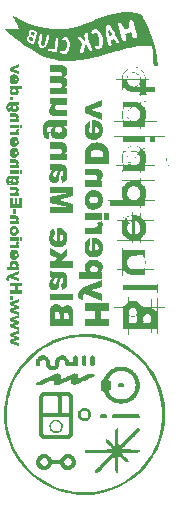
<source format=gbr>
%TF.GenerationSoftware,KiCad,Pcbnew,9.0.6*%
%TF.CreationDate,2025-12-06T16:42:26-07:00*%
%TF.ProjectId,HyperionDevBoard,48797065-7269-46f6-9e44-6576426f6172,rev?*%
%TF.SameCoordinates,Original*%
%TF.FileFunction,Legend,Bot*%
%TF.FilePolarity,Positive*%
%FSLAX46Y46*%
G04 Gerber Fmt 4.6, Leading zero omitted, Abs format (unit mm)*
G04 Created by KiCad (PCBNEW 9.0.6) date 2025-12-06 16:42:26*
%MOMM*%
%LPD*%
G01*
G04 APERTURE LIST*
%ADD10C,0.100000*%
%ADD11C,0.000000*%
G04 APERTURE END LIST*
D10*
G36*
X113740837Y-99992271D02*
G01*
X113740837Y-99373482D01*
X113045233Y-99373482D01*
X113045233Y-98697173D01*
X113740837Y-98697173D01*
X113740837Y-98075453D01*
X111740000Y-98075453D01*
X111740000Y-98697173D01*
X112552840Y-98697173D01*
X112552840Y-99373482D01*
X111740000Y-99373482D01*
X111740000Y-99992271D01*
X113740837Y-99992271D01*
G37*
G36*
X113193733Y-97862107D02*
G01*
X113193733Y-97274581D01*
X112225921Y-96975383D01*
X113193733Y-96698046D01*
X113193733Y-96150209D01*
X111638028Y-96725401D01*
X111461916Y-96799982D01*
X111347243Y-96866771D01*
X111277892Y-96926290D01*
X111223847Y-97001513D01*
X111182708Y-97096912D01*
X111155815Y-97217042D01*
X111146001Y-97367515D01*
X111152640Y-97503980D01*
X111178119Y-97739131D01*
X111561702Y-97782850D01*
X111531678Y-97658262D01*
X111521158Y-97515038D01*
X111533786Y-97423634D01*
X111568663Y-97355914D01*
X111629136Y-97303291D01*
X111738656Y-97252721D01*
X113193733Y-97862107D01*
G37*
G36*
X112615281Y-94402065D02*
G01*
X112759718Y-94432951D01*
X112887973Y-94482558D01*
X113002369Y-94550540D01*
X113082910Y-94619878D01*
X113144293Y-94698060D01*
X113188331Y-94786199D01*
X113215520Y-94886212D01*
X113224996Y-95000680D01*
X113217716Y-95097433D01*
X113196391Y-95186705D01*
X113161249Y-95269836D01*
X113098303Y-95357527D01*
X112979532Y-95467916D01*
X113193733Y-95467916D01*
X113193733Y-95988520D01*
X111185080Y-95988520D01*
X111185080Y-95426884D01*
X111881782Y-95426884D01*
X111806151Y-95337446D01*
X111752334Y-95237718D01*
X111734010Y-95175558D01*
X112122972Y-95175558D01*
X112132396Y-95245523D01*
X112159895Y-95305699D01*
X112206625Y-95358618D01*
X112266852Y-95396437D01*
X112349979Y-95421587D01*
X112463203Y-95431036D01*
X112587096Y-95421481D01*
X112674535Y-95396565D01*
X112734801Y-95360083D01*
X112781800Y-95308069D01*
X112809233Y-95249640D01*
X112818576Y-95182397D01*
X112809501Y-95120684D01*
X112782514Y-95065877D01*
X112735533Y-95015823D01*
X112676109Y-94980432D01*
X112592100Y-94956518D01*
X112475537Y-94947435D01*
X112348189Y-94956495D01*
X112260979Y-94979745D01*
X112203206Y-95013014D01*
X112157955Y-95061189D01*
X112131812Y-95114646D01*
X112122972Y-95175558D01*
X111734010Y-95175558D01*
X111719947Y-95127850D01*
X111708736Y-95003367D01*
X111721036Y-94874604D01*
X111756711Y-94760432D01*
X111815505Y-94657853D01*
X111899246Y-94564829D01*
X111998579Y-94492693D01*
X112120460Y-94438638D01*
X112269590Y-94403839D01*
X112451845Y-94391294D01*
X112615281Y-94402065D01*
G37*
G36*
X112585101Y-92526241D02*
G01*
X112737297Y-92558777D01*
X112859609Y-92608688D01*
X112969045Y-92681252D01*
X113059004Y-92772164D01*
X113131207Y-92883339D01*
X113180223Y-93007302D01*
X113212898Y-93168282D01*
X113224996Y-93375122D01*
X113215522Y-93530547D01*
X113188581Y-93665771D01*
X113145778Y-93783705D01*
X113087840Y-93886796D01*
X113014581Y-93976936D01*
X112902811Y-94071246D01*
X112775981Y-94138678D01*
X112631138Y-94180280D01*
X112464180Y-94194801D01*
X112307847Y-94182094D01*
X112170258Y-94145543D01*
X112048112Y-94086235D01*
X111938637Y-94005552D01*
X111853502Y-93914528D01*
X111789947Y-93812316D01*
X111747657Y-93698909D01*
X111719283Y-93550474D01*
X111708736Y-93358635D01*
X111721449Y-93137744D01*
X111755235Y-92971764D01*
X111804968Y-92849145D01*
X111879804Y-92740353D01*
X111984090Y-92639385D01*
X112122972Y-92545795D01*
X112169867Y-93093632D01*
X112111203Y-93146872D01*
X112078032Y-93190596D01*
X112047179Y-93266790D01*
X112036999Y-93346423D01*
X112047893Y-93428549D01*
X112079374Y-93497614D01*
X112132376Y-93556838D01*
X112179833Y-93588233D01*
X112245364Y-93612923D01*
X112333998Y-93629256D01*
X112333998Y-93627913D01*
X112599734Y-93627913D01*
X112717804Y-93603072D01*
X112792808Y-93563677D01*
X112850804Y-93504559D01*
X112884944Y-93435136D01*
X112896734Y-93351919D01*
X112888581Y-93278194D01*
X112865482Y-93217437D01*
X112827857Y-93166782D01*
X112777194Y-93128697D01*
X112703593Y-93099007D01*
X112599734Y-93079954D01*
X112599734Y-93627913D01*
X112333998Y-93627913D01*
X112333998Y-92514410D01*
X112396524Y-92514410D01*
X112585101Y-92526241D01*
G37*
G36*
X113193733Y-92253681D02*
G01*
X113193733Y-91733199D01*
X112956207Y-91733199D01*
X113055806Y-91677472D01*
X113123742Y-91625921D01*
X113167233Y-91578105D01*
X113198657Y-91522201D01*
X113218146Y-91457102D01*
X113224996Y-91380635D01*
X113217437Y-91300204D01*
X113193378Y-91211137D01*
X113150013Y-91111479D01*
X112753974Y-91283670D01*
X112786457Y-91378060D01*
X112795129Y-91439375D01*
X112784863Y-91507419D01*
X112755240Y-91562814D01*
X112704637Y-91608757D01*
X112613673Y-91650945D01*
X112462959Y-91682221D01*
X112227875Y-91694853D01*
X111740000Y-91694853D01*
X111740000Y-92253681D01*
X113193733Y-92253681D01*
G37*
G36*
X113740837Y-90995952D02*
G01*
X113740837Y-90439933D01*
X113365680Y-90439933D01*
X113365680Y-90995952D01*
X113740837Y-90995952D01*
G37*
G36*
X113193733Y-90995952D02*
G01*
X113193733Y-90439933D01*
X111740000Y-90439933D01*
X111740000Y-90995952D01*
X113193733Y-90995952D01*
G37*
G36*
X112617563Y-88497762D02*
G01*
X112748217Y-88531798D01*
X112865764Y-88587283D01*
X112972327Y-88664898D01*
X113060108Y-88758381D01*
X113129467Y-88868075D01*
X113180876Y-88996452D01*
X113213449Y-89146890D01*
X113224996Y-89323499D01*
X113215434Y-89477213D01*
X113188127Y-89612125D01*
X113144524Y-89730931D01*
X113085197Y-89835891D01*
X113009818Y-89928733D01*
X112895312Y-90026491D01*
X112767892Y-90095732D01*
X112624932Y-90138049D01*
X112462714Y-90152704D01*
X112322582Y-90141614D01*
X112197117Y-90109503D01*
X112083768Y-90057111D01*
X111980577Y-89983820D01*
X111886301Y-89887700D01*
X111810993Y-89775792D01*
X111755726Y-89646459D01*
X111720986Y-89496526D01*
X111708736Y-89322034D01*
X111708899Y-89319347D01*
X112083893Y-89319347D01*
X112094357Y-89394241D01*
X112125063Y-89459162D01*
X112177683Y-89516817D01*
X112245006Y-89557647D01*
X112338842Y-89585011D01*
X112467599Y-89595341D01*
X112594339Y-89584992D01*
X112687600Y-89557445D01*
X112755317Y-89516085D01*
X112808234Y-89457937D01*
X112839237Y-89391915D01*
X112849839Y-89315195D01*
X112839538Y-89242949D01*
X112809127Y-89179604D01*
X112756660Y-89122609D01*
X112689925Y-89081955D01*
X112598009Y-89054872D01*
X112473094Y-89044696D01*
X112338427Y-89055052D01*
X112242778Y-89082129D01*
X112176339Y-89121877D01*
X112124676Y-89178574D01*
X112094310Y-89243448D01*
X112083893Y-89319347D01*
X111708899Y-89319347D01*
X111718374Y-89163205D01*
X111745768Y-89025130D01*
X111789265Y-88904821D01*
X111848103Y-88799762D01*
X111922449Y-88708007D01*
X112036223Y-88611352D01*
X112163579Y-88542688D01*
X112307235Y-88500601D01*
X112471018Y-88485990D01*
X112617563Y-88497762D01*
G37*
G36*
X113193733Y-88218422D02*
G01*
X113193733Y-87700628D01*
X112955352Y-87700628D01*
X113047408Y-87618353D01*
X113115253Y-87540269D01*
X113162714Y-87465666D01*
X113196240Y-87384101D01*
X113217468Y-87288444D01*
X113224996Y-87175994D01*
X113215538Y-87061777D01*
X113188817Y-86965530D01*
X113146197Y-86883959D01*
X113087487Y-86814637D01*
X113015747Y-86761128D01*
X112924288Y-86720433D01*
X112808581Y-86693816D01*
X112662993Y-86684089D01*
X111740000Y-86684089D01*
X111740000Y-87242916D01*
X112537452Y-87242916D01*
X112627575Y-87249842D01*
X112689450Y-87267685D01*
X112730648Y-87293475D01*
X112761469Y-87330628D01*
X112780509Y-87377077D01*
X112787313Y-87435624D01*
X112778629Y-87499440D01*
X112753460Y-87553274D01*
X112710865Y-87599633D01*
X112655537Y-87631062D01*
X112568213Y-87653511D01*
X112436336Y-87662404D01*
X111740000Y-87662404D01*
X111740000Y-88218422D01*
X113193733Y-88218422D01*
G37*
G36*
X112948307Y-84476826D02*
G01*
X113134748Y-84513503D01*
X113253213Y-84553614D01*
X113359710Y-84606454D01*
X113455561Y-84672016D01*
X113540021Y-84750975D01*
X113610315Y-84842704D01*
X113667076Y-84948621D01*
X113705788Y-85062677D01*
X113731427Y-85206967D01*
X113740837Y-85387892D01*
X113740837Y-86307344D01*
X111740000Y-86307344D01*
X111740000Y-85536758D01*
X112193314Y-85536758D01*
X112193314Y-85688433D01*
X113287522Y-85688433D01*
X113287522Y-85534071D01*
X113278677Y-85412404D01*
X113254670Y-85317973D01*
X113218148Y-85245208D01*
X113170041Y-85189811D01*
X113109747Y-85149675D01*
X113022756Y-85117077D01*
X112900876Y-85094495D01*
X112734312Y-85085886D01*
X112572328Y-85092463D01*
X112460528Y-85109227D01*
X112386632Y-85132414D01*
X112319760Y-85169024D01*
X112270649Y-85211745D01*
X112236301Y-85260764D01*
X112214953Y-85317834D01*
X112199445Y-85406181D01*
X112193314Y-85536758D01*
X111740000Y-85536758D01*
X111740000Y-85387892D01*
X111752795Y-85218821D01*
X111794588Y-85018963D01*
X111828949Y-84923763D01*
X111881324Y-84831177D01*
X111953590Y-84740282D01*
X112038521Y-84660895D01*
X112136730Y-84593347D01*
X112249734Y-84537438D01*
X112370276Y-84499785D01*
X112532689Y-84473996D01*
X112747257Y-84464288D01*
X112948307Y-84476826D01*
G37*
G36*
X112585101Y-82576765D02*
G01*
X112737297Y-82609300D01*
X112859609Y-82659211D01*
X112969045Y-82731775D01*
X113059004Y-82822688D01*
X113131207Y-82933862D01*
X113180223Y-83057826D01*
X113212898Y-83218805D01*
X113224996Y-83425645D01*
X113215522Y-83581070D01*
X113188581Y-83716295D01*
X113145778Y-83834228D01*
X113087840Y-83937320D01*
X113014581Y-84027459D01*
X112902811Y-84121769D01*
X112775981Y-84189201D01*
X112631138Y-84230803D01*
X112464180Y-84245324D01*
X112307847Y-84232617D01*
X112170258Y-84196067D01*
X112048112Y-84136758D01*
X111938637Y-84056076D01*
X111853502Y-83965052D01*
X111789947Y-83862840D01*
X111747657Y-83749432D01*
X111719283Y-83600998D01*
X111708736Y-83409159D01*
X111721449Y-83188268D01*
X111755235Y-83022287D01*
X111804968Y-82899668D01*
X111879804Y-82790876D01*
X111984090Y-82689908D01*
X112122972Y-82596318D01*
X112169867Y-83144155D01*
X112111203Y-83197395D01*
X112078032Y-83241120D01*
X112047179Y-83317314D01*
X112036999Y-83396946D01*
X112047893Y-83479072D01*
X112079374Y-83548137D01*
X112132376Y-83607362D01*
X112179833Y-83638757D01*
X112245364Y-83663446D01*
X112333998Y-83679780D01*
X112333998Y-83678436D01*
X112599734Y-83678436D01*
X112717804Y-83653595D01*
X112792808Y-83614200D01*
X112850804Y-83555083D01*
X112884944Y-83485660D01*
X112896734Y-83402442D01*
X112888581Y-83328717D01*
X112865482Y-83267960D01*
X112827857Y-83217306D01*
X112777194Y-83179221D01*
X112703593Y-83149531D01*
X112599734Y-83130478D01*
X112599734Y-83678436D01*
X112333998Y-83678436D01*
X112333998Y-82564933D01*
X112396524Y-82564933D01*
X112585101Y-82576765D01*
G37*
G36*
X113193733Y-82547348D02*
G01*
X113193733Y-81968004D01*
X112272449Y-81686514D01*
X113193733Y-81395621D01*
X113193733Y-80833984D01*
X111740000Y-81450209D01*
X111740000Y-81943457D01*
X113193733Y-82547348D01*
G37*
G36*
X109434387Y-98154556D02*
G01*
X109539079Y-98188841D01*
X109628311Y-98244347D01*
X109700973Y-98320218D01*
X109760878Y-98423812D01*
X109806852Y-98561863D01*
X109845604Y-98470508D01*
X109890255Y-98399679D01*
X109940331Y-98345952D01*
X110029905Y-98284685D01*
X110130039Y-98247940D01*
X110243925Y-98235310D01*
X110346236Y-98245216D01*
X110437931Y-98274091D01*
X110521282Y-98321933D01*
X110597833Y-98390404D01*
X110657530Y-98471385D01*
X110702048Y-98569944D01*
X110730584Y-98689691D01*
X110740837Y-98835170D01*
X110740837Y-99993736D01*
X108740000Y-99993736D01*
X108740000Y-99053768D01*
X109169867Y-99053768D01*
X109169867Y-99369330D01*
X109576287Y-99369330D01*
X109576287Y-99100174D01*
X109959260Y-99100174D01*
X109959260Y-99369330D01*
X110334417Y-99369330D01*
X110334417Y-99096144D01*
X110327658Y-99002829D01*
X110310402Y-98939768D01*
X110285812Y-98898674D01*
X110249966Y-98867659D01*
X110205829Y-98848721D01*
X110150868Y-98842009D01*
X110091367Y-98848879D01*
X110044925Y-98867970D01*
X110008475Y-98898674D01*
X109983673Y-98939893D01*
X109966157Y-99004092D01*
X109959260Y-99100174D01*
X109576287Y-99100174D01*
X109576287Y-99055111D01*
X109568718Y-98947182D01*
X109549460Y-98874635D01*
X109522187Y-98827721D01*
X109482392Y-98791683D01*
X109435489Y-98770211D01*
X109379183Y-98762752D01*
X109318353Y-98770395D01*
X109268362Y-98792199D01*
X109226653Y-98828332D01*
X109197810Y-98875887D01*
X109177705Y-98948001D01*
X109169867Y-99053768D01*
X108740000Y-99053768D01*
X108740000Y-98925296D01*
X108767355Y-98647958D01*
X108796534Y-98502002D01*
X108833056Y-98412997D01*
X108887333Y-98334875D01*
X108952646Y-98269185D01*
X109029916Y-98214916D01*
X109115498Y-98175019D01*
X109208401Y-98150794D01*
X109310307Y-98142498D01*
X109434387Y-98154556D01*
G37*
G36*
X110740837Y-97836095D02*
G01*
X110740837Y-97278733D01*
X108740000Y-97278733D01*
X108740000Y-97836095D01*
X110740837Y-97836095D01*
G37*
G36*
X108827191Y-95358577D02*
G01*
X108888377Y-95377424D01*
X108952047Y-95386664D01*
X109049089Y-95390369D01*
X109690348Y-95390369D01*
X109793362Y-95400231D01*
X109905648Y-95431402D01*
X110008367Y-95481604D01*
X110080038Y-95543387D01*
X110131624Y-95614853D01*
X110170676Y-95698413D01*
X110196908Y-95796179D01*
X110217076Y-95959980D01*
X110224996Y-96197714D01*
X110218988Y-96350604D01*
X110201793Y-96487386D01*
X110171994Y-96613008D01*
X110136458Y-96697801D01*
X110070658Y-96794093D01*
X109998094Y-96861078D01*
X109908990Y-96908931D01*
X109779497Y-96947784D01*
X109724787Y-96416311D01*
X109807727Y-96375812D01*
X109853014Y-96330216D01*
X109884231Y-96251894D01*
X109896734Y-96125296D01*
X109884583Y-96029074D01*
X109854968Y-95976430D01*
X109803141Y-95946319D01*
X109709155Y-95934054D01*
X109642965Y-96130792D01*
X109554916Y-96536601D01*
X109508886Y-96707674D01*
X109455239Y-96822077D01*
X109396646Y-96894539D01*
X109320671Y-96947618D01*
X109231363Y-96980108D01*
X109125048Y-96991503D01*
X109039968Y-96982983D01*
X108963401Y-96958072D01*
X108893430Y-96916604D01*
X108828782Y-96856926D01*
X108779118Y-96787003D01*
X108741697Y-96700497D01*
X108717491Y-96593892D01*
X108708736Y-96462840D01*
X108715970Y-96333639D01*
X108730475Y-96253768D01*
X109021367Y-96253768D01*
X109032644Y-96335039D01*
X109062400Y-96388346D01*
X109108985Y-96422544D01*
X109168035Y-96434141D01*
X109220713Y-96422923D01*
X109269030Y-96387735D01*
X109306540Y-96325298D01*
X109356468Y-96173168D01*
X109427787Y-95934054D01*
X109340348Y-95934054D01*
X109243836Y-95943197D01*
X109174019Y-95967515D01*
X109116656Y-96010893D01*
X109065697Y-96080966D01*
X109032497Y-96163917D01*
X109021367Y-96253768D01*
X108730475Y-96253768D01*
X108736601Y-96220033D01*
X108769431Y-96119923D01*
X108827505Y-96015322D01*
X108921106Y-95902669D01*
X108827072Y-95883618D01*
X108740000Y-95842585D01*
X108740000Y-95320638D01*
X108827191Y-95358577D01*
G37*
G36*
X110740837Y-95057222D02*
G01*
X110740837Y-94488869D01*
X109710987Y-94488869D01*
X110193733Y-94073534D01*
X110193733Y-93389043D01*
X109684609Y-93909525D01*
X108740000Y-93359002D01*
X108740000Y-93986095D01*
X109322397Y-94279797D01*
X109117843Y-94488869D01*
X108740000Y-94488869D01*
X108740000Y-95057222D01*
X110740837Y-95057222D01*
G37*
G36*
X109585101Y-91688000D02*
G01*
X109737297Y-91720535D01*
X109859609Y-91770446D01*
X109969045Y-91843010D01*
X110059004Y-91933923D01*
X110131207Y-92045097D01*
X110180223Y-92169061D01*
X110212898Y-92330040D01*
X110224996Y-92536880D01*
X110215522Y-92692305D01*
X110188581Y-92827530D01*
X110145778Y-92945463D01*
X110087840Y-93048555D01*
X110014581Y-93138695D01*
X109902811Y-93233005D01*
X109775981Y-93300436D01*
X109631138Y-93342038D01*
X109464180Y-93356559D01*
X109307847Y-93343852D01*
X109170258Y-93307302D01*
X109048112Y-93247993D01*
X108938637Y-93167311D01*
X108853502Y-93076287D01*
X108789947Y-92974075D01*
X108747657Y-92860667D01*
X108719283Y-92712233D01*
X108708736Y-92520394D01*
X108721449Y-92299503D01*
X108755235Y-92133522D01*
X108804968Y-92010903D01*
X108879804Y-91902111D01*
X108984090Y-91801144D01*
X109122972Y-91707554D01*
X109169867Y-92255390D01*
X109111203Y-92308631D01*
X109078032Y-92352355D01*
X109047179Y-92428549D01*
X109036999Y-92508182D01*
X109047893Y-92590307D01*
X109079374Y-92659372D01*
X109132376Y-92718597D01*
X109179833Y-92749992D01*
X109245364Y-92774681D01*
X109333998Y-92791015D01*
X109333998Y-92789672D01*
X109599734Y-92789672D01*
X109717804Y-92764830D01*
X109792808Y-92725436D01*
X109850804Y-92666318D01*
X109884944Y-92596895D01*
X109896734Y-92513677D01*
X109888581Y-92439952D01*
X109865482Y-92379195D01*
X109827857Y-92328541D01*
X109777194Y-92290456D01*
X109703593Y-92260766D01*
X109599734Y-92241713D01*
X109599734Y-92789672D01*
X109333998Y-92789672D01*
X109333998Y-91676168D01*
X109396524Y-91676168D01*
X109585101Y-91688000D01*
G37*
G36*
X110740837Y-90458862D02*
G01*
X110740837Y-89644556D01*
X109524263Y-89330338D01*
X110740837Y-89017463D01*
X110740837Y-88205966D01*
X108740000Y-88205966D01*
X108740000Y-88711427D01*
X110267494Y-88711427D01*
X108740000Y-89103558D01*
X108740000Y-89561270D01*
X110267494Y-89951936D01*
X108740000Y-89951936D01*
X108740000Y-90458862D01*
X110740837Y-90458862D01*
G37*
G36*
X108827191Y-86282513D02*
G01*
X108888377Y-86301360D01*
X108952047Y-86310600D01*
X109049089Y-86314305D01*
X109690348Y-86314305D01*
X109793362Y-86324166D01*
X109905648Y-86355338D01*
X110008367Y-86405540D01*
X110080038Y-86467323D01*
X110131624Y-86538789D01*
X110170676Y-86622349D01*
X110196908Y-86720115D01*
X110217076Y-86883916D01*
X110224996Y-87121650D01*
X110218988Y-87274540D01*
X110201793Y-87411322D01*
X110171994Y-87536944D01*
X110136458Y-87621737D01*
X110070658Y-87718029D01*
X109998094Y-87785013D01*
X109908990Y-87832867D01*
X109779497Y-87871720D01*
X109724787Y-87340247D01*
X109807727Y-87299748D01*
X109853014Y-87254152D01*
X109884231Y-87175830D01*
X109896734Y-87049232D01*
X109884583Y-86953010D01*
X109854968Y-86900366D01*
X109803141Y-86870254D01*
X109709155Y-86857990D01*
X109642965Y-87054727D01*
X109554916Y-87460537D01*
X109508886Y-87631609D01*
X109455239Y-87746012D01*
X109396646Y-87818475D01*
X109320671Y-87871554D01*
X109231363Y-87904044D01*
X109125048Y-87915439D01*
X109039968Y-87906918D01*
X108963401Y-87882007D01*
X108893430Y-87840540D01*
X108828782Y-87780861D01*
X108779118Y-87710939D01*
X108741697Y-87624433D01*
X108717491Y-87517828D01*
X108708736Y-87386775D01*
X108715970Y-87257575D01*
X108730475Y-87177704D01*
X109021367Y-87177704D01*
X109032644Y-87258974D01*
X109062400Y-87312281D01*
X109108985Y-87346480D01*
X109168035Y-87358077D01*
X109220713Y-87346859D01*
X109269030Y-87311671D01*
X109306540Y-87249234D01*
X109356468Y-87097103D01*
X109427787Y-86857990D01*
X109340348Y-86857990D01*
X109243836Y-86867133D01*
X109174019Y-86891451D01*
X109116656Y-86934829D01*
X109065697Y-87004902D01*
X109032497Y-87087853D01*
X109021367Y-87177704D01*
X108730475Y-87177704D01*
X108736601Y-87143968D01*
X108769431Y-87043859D01*
X108827505Y-86939258D01*
X108921106Y-86826605D01*
X108827072Y-86807554D01*
X108740000Y-86766521D01*
X108740000Y-86244574D01*
X108827191Y-86282513D01*
G37*
G36*
X110193733Y-85981158D02*
G01*
X110193733Y-85463363D01*
X109955352Y-85463363D01*
X110047408Y-85381089D01*
X110115253Y-85303005D01*
X110162714Y-85228401D01*
X110196240Y-85146837D01*
X110217468Y-85051179D01*
X110224996Y-84938729D01*
X110215538Y-84824512D01*
X110188817Y-84728266D01*
X110146197Y-84646695D01*
X110087487Y-84577372D01*
X110015747Y-84523863D01*
X109924288Y-84483169D01*
X109808581Y-84456552D01*
X109662993Y-84446824D01*
X108740000Y-84446824D01*
X108740000Y-85005652D01*
X109537452Y-85005652D01*
X109627575Y-85012577D01*
X109689450Y-85030420D01*
X109730648Y-85056210D01*
X109761469Y-85093364D01*
X109780509Y-85139813D01*
X109787313Y-85198360D01*
X109778629Y-85262176D01*
X109753460Y-85316009D01*
X109710865Y-85362369D01*
X109655537Y-85393798D01*
X109568213Y-85416247D01*
X109436336Y-85425139D01*
X108740000Y-85425139D01*
X108740000Y-85981158D01*
X110193733Y-85981158D01*
G37*
G36*
X108818035Y-82584961D02*
G01*
X110193733Y-82584961D01*
X110193733Y-83105443D01*
X109976357Y-83105443D01*
X110060338Y-83174121D01*
X110122897Y-83242532D01*
X110167233Y-83311095D01*
X110197989Y-83386567D01*
X110217839Y-83478566D01*
X110224996Y-83590509D01*
X110213267Y-83720139D01*
X110179588Y-83832852D01*
X110124771Y-83931889D01*
X110047676Y-84019521D01*
X109955126Y-84087688D01*
X109841494Y-84138723D01*
X109702366Y-84171568D01*
X109532201Y-84183408D01*
X109383035Y-84174436D01*
X109256136Y-84149186D01*
X109148129Y-84109524D01*
X109056172Y-84056402D01*
X108962231Y-83977686D01*
X108892003Y-83892543D01*
X108842650Y-83800134D01*
X108812776Y-83698833D01*
X108802526Y-83586357D01*
X108810123Y-83488788D01*
X108832601Y-83396750D01*
X108837366Y-83385589D01*
X109177683Y-83385589D01*
X109186431Y-83455048D01*
X109211517Y-83512868D01*
X109253276Y-83561810D01*
X109307846Y-83596790D01*
X109383201Y-83620012D01*
X109485917Y-83628733D01*
X109604005Y-83620063D01*
X109686081Y-83597645D01*
X109741517Y-83565230D01*
X109784186Y-83518318D01*
X109809688Y-83462556D01*
X109818576Y-83395115D01*
X109809279Y-83327775D01*
X109781842Y-83268409D01*
X109734678Y-83214741D01*
X109674578Y-83175624D01*
X109595715Y-83150295D01*
X109492634Y-83140980D01*
X109389373Y-83150043D01*
X109312607Y-83174352D01*
X109256085Y-83211322D01*
X109212217Y-83262435D01*
X109186469Y-83319772D01*
X109177683Y-83385589D01*
X108837366Y-83385589D01*
X108870059Y-83309019D01*
X108923580Y-83230376D01*
X109009033Y-83145132D01*
X108787749Y-83145132D01*
X108681564Y-83153334D01*
X108609541Y-83174360D01*
X108562313Y-83204605D01*
X108527844Y-83248350D01*
X108505809Y-83306657D01*
X108497711Y-83384124D01*
X108509054Y-83471287D01*
X108540697Y-83538485D01*
X108578705Y-83573589D01*
X108646210Y-83601378D01*
X108708736Y-84141154D01*
X108634120Y-84143841D01*
X108526062Y-84133148D01*
X108432642Y-84102412D01*
X108350855Y-84052090D01*
X108278747Y-83980565D01*
X108227761Y-83897607D01*
X108186052Y-83777738D01*
X108157063Y-83609677D01*
X108146001Y-83380094D01*
X108155102Y-83194523D01*
X108180317Y-83040596D01*
X108226753Y-82902082D01*
X108291448Y-82796109D01*
X108378690Y-82710364D01*
X108492337Y-82641748D01*
X108619665Y-82598153D01*
X108753555Y-82583618D01*
X108818035Y-82584961D01*
G37*
G36*
X108740000Y-80720289D02*
G01*
X108740000Y-81239427D01*
X108977770Y-81239427D01*
X108885457Y-81321731D01*
X108817691Y-81399602D01*
X108770530Y-81473778D01*
X108737340Y-81554854D01*
X108716242Y-81650663D01*
X108708736Y-81764061D01*
X108718165Y-81877553D01*
X108744829Y-81973393D01*
X108787407Y-82054815D01*
X108846123Y-82124197D01*
X108917923Y-82177704D01*
X109009248Y-82218358D01*
X109124557Y-82244922D01*
X109269396Y-82254623D01*
X110193733Y-82254623D01*
X110193733Y-81695795D01*
X109397379Y-81695795D01*
X109307346Y-81688887D01*
X109245261Y-81671056D01*
X109203695Y-81645237D01*
X109172513Y-81608036D01*
X109153284Y-81561585D01*
X109146420Y-81503087D01*
X109155035Y-81440209D01*
X109180118Y-81386619D01*
X109222745Y-81339933D01*
X109278144Y-81308035D01*
X109365374Y-81285302D01*
X109496908Y-81276308D01*
X110193733Y-81276308D01*
X110193733Y-80720289D01*
X108740000Y-80720289D01*
G37*
G36*
X110193733Y-80378960D02*
G01*
X110193733Y-79859822D01*
X109982219Y-79859822D01*
X110065338Y-79780794D01*
X110126589Y-79705678D01*
X110169309Y-79633775D01*
X110199287Y-79555744D01*
X110218273Y-79464736D01*
X110224996Y-79358391D01*
X110217230Y-79243897D01*
X110196093Y-79153996D01*
X110163935Y-79083862D01*
X110117770Y-79021832D01*
X110057843Y-78966812D01*
X109982219Y-78918510D01*
X110106717Y-78785571D01*
X110174071Y-78679396D01*
X110201292Y-78605686D01*
X110218750Y-78517750D01*
X110224996Y-78412927D01*
X110215430Y-78297349D01*
X110188427Y-78200128D01*
X110145391Y-78117889D01*
X110086144Y-78048150D01*
X110013793Y-77994613D01*
X109920746Y-77953710D01*
X109802152Y-77926843D01*
X109652002Y-77916992D01*
X108740000Y-77916992D01*
X108740000Y-78474476D01*
X109572257Y-78474476D01*
X109663187Y-78485284D01*
X109719413Y-78512700D01*
X109762487Y-78554411D01*
X109786942Y-78600212D01*
X109795129Y-78652041D01*
X109786916Y-78714328D01*
X109763262Y-78766330D01*
X109723565Y-78810554D01*
X109672106Y-78841510D01*
X109598063Y-78862582D01*
X109493855Y-78870638D01*
X108740000Y-78870638D01*
X108740000Y-79428122D01*
X109542704Y-79428122D01*
X109631034Y-79431547D01*
X109673007Y-79438991D01*
X109722775Y-79463466D01*
X109761423Y-79500540D01*
X109786570Y-79547614D01*
X109795129Y-79603000D01*
X109786917Y-79663393D01*
X109762992Y-79715032D01*
X109722344Y-79760170D01*
X109669971Y-79791660D01*
X109593248Y-79813276D01*
X109483719Y-79821598D01*
X108740000Y-79821598D01*
X108740000Y-80378960D01*
X110193733Y-80378960D01*
G37*
G36*
X106096866Y-101697923D02*
G01*
X106096866Y-101428829D01*
X105640376Y-101311959D01*
X106096866Y-101164436D01*
X106096866Y-100913721D01*
X105640865Y-100760703D01*
X106096866Y-100643893D01*
X106096866Y-100376814D01*
X105370000Y-100643893D01*
X105370000Y-100891189D01*
X105807377Y-101038040D01*
X105370000Y-101180129D01*
X105370000Y-101428829D01*
X106096866Y-101697923D01*
G37*
G36*
X106096866Y-100377058D02*
G01*
X106096866Y-100107964D01*
X105640376Y-99991093D01*
X106096866Y-99843571D01*
X106096866Y-99592855D01*
X105640865Y-99439837D01*
X106096866Y-99323028D01*
X106096866Y-99055949D01*
X105370000Y-99323028D01*
X105370000Y-99570324D01*
X105807377Y-99717175D01*
X105370000Y-99859263D01*
X105370000Y-100107964D01*
X106096866Y-100377058D01*
G37*
G36*
X106096866Y-99056193D02*
G01*
X106096866Y-98787098D01*
X105640376Y-98670228D01*
X106096866Y-98522705D01*
X106096866Y-98271990D01*
X105640865Y-98118972D01*
X106096866Y-98002163D01*
X106096866Y-97735083D01*
X105370000Y-98002163D01*
X105370000Y-98249459D01*
X105807377Y-98396310D01*
X105370000Y-98538398D01*
X105370000Y-98787098D01*
X106096866Y-99056193D01*
G37*
G36*
X105647459Y-97771903D02*
G01*
X105647459Y-97474720D01*
X105370000Y-97474720D01*
X105370000Y-97771903D01*
X105647459Y-97771903D01*
G37*
G36*
X106370418Y-97286714D02*
G01*
X106370418Y-96977320D01*
X106022616Y-96977320D01*
X106022616Y-96639166D01*
X106370418Y-96639166D01*
X106370418Y-96328306D01*
X105370000Y-96328306D01*
X105370000Y-96639166D01*
X105776420Y-96639166D01*
X105776420Y-96977320D01*
X105370000Y-96977320D01*
X105370000Y-97286714D01*
X106370418Y-97286714D01*
G37*
G36*
X106096866Y-96221632D02*
G01*
X106096866Y-95927869D01*
X105612960Y-95778271D01*
X106096866Y-95639602D01*
X106096866Y-95365683D01*
X105319014Y-95653279D01*
X105230958Y-95690570D01*
X105173621Y-95723964D01*
X105138946Y-95753724D01*
X105111923Y-95791336D01*
X105091354Y-95839035D01*
X105077907Y-95899100D01*
X105073000Y-95974337D01*
X105076320Y-96042569D01*
X105089059Y-96160144D01*
X105280851Y-96182004D01*
X105265839Y-96119710D01*
X105260579Y-96048098D01*
X105266893Y-96002396D01*
X105284331Y-95968536D01*
X105314568Y-95942224D01*
X105369328Y-95916939D01*
X106096866Y-96221632D01*
G37*
G36*
X105807640Y-94491612D02*
G01*
X105879859Y-94507054D01*
X105943986Y-94531858D01*
X106001184Y-94565849D01*
X106041455Y-94600518D01*
X106072146Y-94639609D01*
X106094165Y-94683678D01*
X106107760Y-94733685D01*
X106112498Y-94790919D01*
X106108858Y-94839295D01*
X106098195Y-94883932D01*
X106080624Y-94925497D01*
X106049151Y-94969343D01*
X105989766Y-95024537D01*
X106096866Y-95024537D01*
X106096866Y-95284839D01*
X105092540Y-95284839D01*
X105092540Y-95004021D01*
X105440891Y-95004021D01*
X105403075Y-94959302D01*
X105376167Y-94909438D01*
X105367005Y-94878358D01*
X105561486Y-94878358D01*
X105566198Y-94913340D01*
X105579947Y-94943428D01*
X105603312Y-94969888D01*
X105633426Y-94988797D01*
X105674989Y-95001372D01*
X105731601Y-95006097D01*
X105793548Y-95001320D01*
X105837267Y-94988861D01*
X105867400Y-94970621D01*
X105890900Y-94944613D01*
X105904616Y-94915399D01*
X105909288Y-94881777D01*
X105904750Y-94850921D01*
X105891257Y-94823517D01*
X105867766Y-94798490D01*
X105838054Y-94780795D01*
X105796050Y-94768838D01*
X105737768Y-94764296D01*
X105674094Y-94768826D01*
X105630489Y-94780451D01*
X105601603Y-94797086D01*
X105578977Y-94821174D01*
X105565906Y-94847902D01*
X105561486Y-94878358D01*
X105367005Y-94878358D01*
X105359973Y-94854504D01*
X105354368Y-94792262D01*
X105360518Y-94727881D01*
X105378355Y-94670795D01*
X105407752Y-94619506D01*
X105449623Y-94572993D01*
X105499289Y-94536925D01*
X105560230Y-94509898D01*
X105634795Y-94492498D01*
X105725922Y-94486226D01*
X105807640Y-94491612D01*
G37*
G36*
X105792550Y-93553700D02*
G01*
X105868648Y-93569967D01*
X105929804Y-93594923D01*
X105984522Y-93631205D01*
X106029502Y-93676661D01*
X106065603Y-93732248D01*
X106090111Y-93794230D01*
X106106449Y-93874720D01*
X106112498Y-93978140D01*
X106107761Y-94055852D01*
X106094290Y-94123465D01*
X106072889Y-94182431D01*
X106043920Y-94233977D01*
X106007290Y-94279047D01*
X105951405Y-94326202D01*
X105887990Y-94359918D01*
X105815569Y-94380719D01*
X105732090Y-94387979D01*
X105653923Y-94381626D01*
X105585129Y-94363351D01*
X105524056Y-94333696D01*
X105469318Y-94293355D01*
X105426751Y-94247843D01*
X105394973Y-94196737D01*
X105373828Y-94140033D01*
X105359641Y-94065816D01*
X105354368Y-93969897D01*
X105360724Y-93859451D01*
X105377617Y-93776461D01*
X105402484Y-93715151D01*
X105439902Y-93660755D01*
X105492045Y-93610272D01*
X105561486Y-93563476D01*
X105584933Y-93837395D01*
X105555601Y-93864015D01*
X105539016Y-93885877D01*
X105523589Y-93923974D01*
X105518499Y-93963790D01*
X105523946Y-94004853D01*
X105539687Y-94039386D01*
X105566188Y-94068998D01*
X105589916Y-94084696D01*
X105622682Y-94097040D01*
X105666999Y-94105207D01*
X105666999Y-94104535D01*
X105799867Y-94104535D01*
X105858902Y-94092115D01*
X105896404Y-94072418D01*
X105925402Y-94042859D01*
X105942472Y-94008147D01*
X105948367Y-93966538D01*
X105944290Y-93929676D01*
X105932741Y-93899297D01*
X105913928Y-93873970D01*
X105888597Y-93854928D01*
X105851796Y-93840083D01*
X105799867Y-93830556D01*
X105799867Y-94104535D01*
X105666999Y-94104535D01*
X105666999Y-93547784D01*
X105698262Y-93547784D01*
X105792550Y-93553700D01*
G37*
G36*
X106096866Y-93417419D02*
G01*
X106096866Y-93157178D01*
X105978103Y-93157178D01*
X106027903Y-93129315D01*
X106061871Y-93103539D01*
X106083616Y-93079631D01*
X106099328Y-93051679D01*
X106109073Y-93019130D01*
X106112498Y-92980896D01*
X106108718Y-92940681D01*
X106096689Y-92896148D01*
X106075006Y-92846318D01*
X105876987Y-92932414D01*
X105893228Y-92979609D01*
X105897564Y-93010266D01*
X105892431Y-93044288D01*
X105877620Y-93071986D01*
X105852318Y-93094958D01*
X105806836Y-93116051D01*
X105731479Y-93131690D01*
X105613937Y-93138005D01*
X105370000Y-93138005D01*
X105370000Y-93417419D01*
X106096866Y-93417419D01*
G37*
G36*
X106370418Y-92788555D02*
G01*
X106370418Y-92510546D01*
X106182840Y-92510546D01*
X106182840Y-92788555D01*
X106370418Y-92788555D01*
G37*
G36*
X106096866Y-92788555D02*
G01*
X106096866Y-92510546D01*
X105370000Y-92510546D01*
X105370000Y-92788555D01*
X106096866Y-92788555D01*
G37*
G36*
X105808781Y-91539460D02*
G01*
X105874108Y-91556478D01*
X105932882Y-91584221D01*
X105986163Y-91623028D01*
X106030054Y-91669769D01*
X106064733Y-91724616D01*
X106090438Y-91788805D01*
X106106724Y-91864024D01*
X106112498Y-91952329D01*
X106107717Y-92029185D01*
X106094063Y-92096641D01*
X106072262Y-92156044D01*
X106042598Y-92208524D01*
X106004909Y-92254945D01*
X105947656Y-92303824D01*
X105883946Y-92338445D01*
X105812466Y-92359603D01*
X105731357Y-92366931D01*
X105661291Y-92361386D01*
X105598558Y-92345331D01*
X105541884Y-92319134D01*
X105490288Y-92282489D01*
X105443150Y-92234429D01*
X105405496Y-92178475D01*
X105377863Y-92113808D01*
X105360493Y-92038842D01*
X105354368Y-91951596D01*
X105354450Y-91950252D01*
X105541946Y-91950252D01*
X105547178Y-91987699D01*
X105562531Y-92020160D01*
X105588841Y-92048988D01*
X105622503Y-92069403D01*
X105669421Y-92083084D01*
X105733799Y-92088250D01*
X105797169Y-92083075D01*
X105843800Y-92069302D01*
X105877658Y-92048621D01*
X105904117Y-92019548D01*
X105919618Y-91986536D01*
X105924919Y-91948176D01*
X105919769Y-91912054D01*
X105904563Y-91880381D01*
X105878330Y-91851884D01*
X105844962Y-91831557D01*
X105799004Y-91818015D01*
X105736547Y-91812927D01*
X105669213Y-91818105D01*
X105621389Y-91831643D01*
X105588169Y-91851517D01*
X105562338Y-91879866D01*
X105547155Y-91912303D01*
X105541946Y-91950252D01*
X105354450Y-91950252D01*
X105359187Y-91872182D01*
X105372884Y-91803144D01*
X105394632Y-91742989D01*
X105424051Y-91690460D01*
X105461224Y-91644583D01*
X105518111Y-91596255D01*
X105581789Y-91561923D01*
X105653617Y-91540879D01*
X105735509Y-91533574D01*
X105808781Y-91539460D01*
G37*
G36*
X106096866Y-91399790D02*
G01*
X106096866Y-91140893D01*
X105977676Y-91140893D01*
X106023704Y-91099756D01*
X106057626Y-91060714D01*
X106081357Y-91023412D01*
X106098120Y-90982630D01*
X106108734Y-90934801D01*
X106112498Y-90878576D01*
X106107769Y-90821467D01*
X106094408Y-90773344D01*
X106073098Y-90732559D01*
X106043743Y-90697897D01*
X106007873Y-90671143D01*
X105962144Y-90650796D01*
X105904290Y-90637487D01*
X105831496Y-90632623D01*
X105370000Y-90632623D01*
X105370000Y-90912037D01*
X105768726Y-90912037D01*
X105813787Y-90915500D01*
X105844725Y-90924421D01*
X105865324Y-90937316D01*
X105880734Y-90955893D01*
X105890254Y-90979118D01*
X105893656Y-91008391D01*
X105889314Y-91040299D01*
X105876730Y-91067216D01*
X105855432Y-91090396D01*
X105827768Y-91106110D01*
X105784106Y-91117335D01*
X105718168Y-91121781D01*
X105370000Y-91121781D01*
X105370000Y-91399790D01*
X106096866Y-91399790D01*
G37*
G36*
X105842854Y-90520088D02*
G01*
X105842854Y-90115683D01*
X105627920Y-90115683D01*
X105627920Y-90520088D01*
X105842854Y-90520088D01*
G37*
G36*
X106370418Y-89982998D02*
G01*
X106370418Y-89153672D01*
X106155484Y-89153672D01*
X106155484Y-89672871D01*
X105995261Y-89672871D01*
X105995261Y-89191285D01*
X105792051Y-89191285D01*
X105792051Y-89672871D01*
X105596657Y-89672871D01*
X105596657Y-89138651D01*
X105370000Y-89138651D01*
X105370000Y-89982998D01*
X106370418Y-89982998D01*
G37*
G36*
X106096866Y-88990579D02*
G01*
X106096866Y-88731681D01*
X105977676Y-88731681D01*
X106023704Y-88690544D01*
X106057626Y-88651502D01*
X106081357Y-88614200D01*
X106098120Y-88573418D01*
X106108734Y-88525589D01*
X106112498Y-88469364D01*
X106107769Y-88412256D01*
X106094408Y-88364133D01*
X106073098Y-88323347D01*
X106043743Y-88288686D01*
X106007873Y-88261931D01*
X105962144Y-88241584D01*
X105904290Y-88228276D01*
X105831496Y-88223412D01*
X105370000Y-88223412D01*
X105370000Y-88502826D01*
X105768726Y-88502826D01*
X105813787Y-88506288D01*
X105844725Y-88515210D01*
X105865324Y-88528105D01*
X105880734Y-88546682D01*
X105890254Y-88569906D01*
X105893656Y-88599180D01*
X105889314Y-88631088D01*
X105876730Y-88658004D01*
X105855432Y-88681184D01*
X105827768Y-88696899D01*
X105784106Y-88708123D01*
X105718168Y-88712569D01*
X105370000Y-88712569D01*
X105370000Y-88990579D01*
X106096866Y-88990579D01*
G37*
G36*
X105409017Y-87292480D02*
G01*
X106096866Y-87292480D01*
X106096866Y-87552721D01*
X105988178Y-87552721D01*
X106030169Y-87587060D01*
X106061448Y-87621266D01*
X106083616Y-87655547D01*
X106098994Y-87693283D01*
X106108919Y-87739283D01*
X106112498Y-87795254D01*
X106106633Y-87860069D01*
X106089794Y-87916426D01*
X106062385Y-87965944D01*
X106023838Y-88009760D01*
X105977563Y-88043844D01*
X105920747Y-88069361D01*
X105851183Y-88085784D01*
X105766100Y-88091704D01*
X105691517Y-88087218D01*
X105628068Y-88074593D01*
X105574064Y-88054762D01*
X105528086Y-88028201D01*
X105481115Y-87988843D01*
X105446001Y-87946271D01*
X105421325Y-87900067D01*
X105406388Y-87849416D01*
X105401263Y-87793178D01*
X105405061Y-87744394D01*
X105416300Y-87698375D01*
X105418683Y-87692794D01*
X105588841Y-87692794D01*
X105593215Y-87727524D01*
X105605758Y-87756434D01*
X105626638Y-87780905D01*
X105653923Y-87798395D01*
X105691600Y-87810006D01*
X105742958Y-87814366D01*
X105802002Y-87810031D01*
X105843040Y-87798822D01*
X105870758Y-87782615D01*
X105892093Y-87759159D01*
X105904844Y-87731278D01*
X105909288Y-87697557D01*
X105904639Y-87663887D01*
X105890921Y-87634204D01*
X105867339Y-87607370D01*
X105837289Y-87587812D01*
X105797857Y-87575147D01*
X105746317Y-87570490D01*
X105694686Y-87575021D01*
X105656303Y-87587176D01*
X105628042Y-87605661D01*
X105606108Y-87631217D01*
X105593234Y-87659886D01*
X105588841Y-87692794D01*
X105418683Y-87692794D01*
X105435029Y-87654509D01*
X105461790Y-87615188D01*
X105504516Y-87572566D01*
X105393874Y-87572566D01*
X105340782Y-87576667D01*
X105304770Y-87587180D01*
X105281156Y-87602302D01*
X105263922Y-87624175D01*
X105252904Y-87653328D01*
X105248855Y-87692062D01*
X105254527Y-87735643D01*
X105270348Y-87769242D01*
X105289352Y-87786794D01*
X105323105Y-87800689D01*
X105354368Y-88070577D01*
X105317060Y-88071920D01*
X105263031Y-88066574D01*
X105216321Y-88051206D01*
X105175427Y-88026045D01*
X105139373Y-87990282D01*
X105113880Y-87948803D01*
X105093026Y-87888869D01*
X105078531Y-87804838D01*
X105073000Y-87690047D01*
X105077551Y-87597261D01*
X105090158Y-87520298D01*
X105113376Y-87451041D01*
X105145724Y-87398054D01*
X105189345Y-87355182D01*
X105246168Y-87320874D01*
X105309832Y-87299076D01*
X105376777Y-87291809D01*
X105409017Y-87292480D01*
G37*
G36*
X106370418Y-87114305D02*
G01*
X106370418Y-86836296D01*
X106182840Y-86836296D01*
X106182840Y-87114305D01*
X106370418Y-87114305D01*
G37*
G36*
X106096866Y-87114305D02*
G01*
X106096866Y-86836296D01*
X105370000Y-86836296D01*
X105370000Y-87114305D01*
X106096866Y-87114305D01*
G37*
G36*
X106096866Y-86658548D02*
G01*
X106096866Y-86399651D01*
X105977676Y-86399651D01*
X106023704Y-86358513D01*
X106057626Y-86319472D01*
X106081357Y-86282170D01*
X106098120Y-86241387D01*
X106108734Y-86193559D01*
X106112498Y-86137334D01*
X106107769Y-86080225D01*
X106094408Y-86032102D01*
X106073098Y-85991316D01*
X106043743Y-85956655D01*
X106007873Y-85929901D01*
X105962144Y-85909553D01*
X105904290Y-85896245D01*
X105831496Y-85891381D01*
X105370000Y-85891381D01*
X105370000Y-86170795D01*
X105768726Y-86170795D01*
X105813787Y-86174258D01*
X105844725Y-86183179D01*
X105865324Y-86196074D01*
X105880734Y-86214651D01*
X105890254Y-86237875D01*
X105893656Y-86267149D01*
X105889314Y-86299057D01*
X105876730Y-86325974D01*
X105855432Y-86349153D01*
X105827768Y-86364868D01*
X105784106Y-86376092D01*
X105718168Y-86380539D01*
X105370000Y-86380539D01*
X105370000Y-86658548D01*
X106096866Y-86658548D01*
G37*
G36*
X105792550Y-84926065D02*
G01*
X105868648Y-84942333D01*
X105929804Y-84967288D01*
X105984522Y-85003570D01*
X106029502Y-85049027D01*
X106065603Y-85104614D01*
X106090111Y-85166596D01*
X106106449Y-85247086D01*
X106112498Y-85350505D01*
X106107761Y-85428218D01*
X106094290Y-85495830D01*
X106072889Y-85554797D01*
X106043920Y-85606343D01*
X106007290Y-85651413D01*
X105951405Y-85698568D01*
X105887990Y-85732283D01*
X105815569Y-85753084D01*
X105732090Y-85760345D01*
X105653923Y-85753992D01*
X105585129Y-85735716D01*
X105524056Y-85706062D01*
X105469318Y-85665721D01*
X105426751Y-85620209D01*
X105394973Y-85569103D01*
X105373828Y-85512399D01*
X105359641Y-85438182D01*
X105354368Y-85342262D01*
X105360724Y-85231817D01*
X105377617Y-85148827D01*
X105402484Y-85087517D01*
X105439902Y-85033121D01*
X105492045Y-84982637D01*
X105561486Y-84935842D01*
X105584933Y-85209760D01*
X105555601Y-85236381D01*
X105539016Y-85258243D01*
X105523589Y-85296340D01*
X105518499Y-85336156D01*
X105523946Y-85377219D01*
X105539687Y-85411752D01*
X105566188Y-85441364D01*
X105589916Y-85457061D01*
X105622682Y-85469406D01*
X105666999Y-85477573D01*
X105666999Y-85476901D01*
X105799867Y-85476901D01*
X105858902Y-85464481D01*
X105896404Y-85444783D01*
X105925402Y-85415224D01*
X105942472Y-85380513D01*
X105948367Y-85338904D01*
X105944290Y-85302042D01*
X105932741Y-85271663D01*
X105913928Y-85246336D01*
X105888597Y-85227293D01*
X105851796Y-85212448D01*
X105799867Y-85202922D01*
X105799867Y-85476901D01*
X105666999Y-85476901D01*
X105666999Y-84920150D01*
X105698262Y-84920150D01*
X105792550Y-84926065D01*
G37*
G36*
X105792550Y-83993058D02*
G01*
X105868648Y-84009325D01*
X105929804Y-84034281D01*
X105984522Y-84070563D01*
X106029502Y-84116019D01*
X106065603Y-84171606D01*
X106090111Y-84233588D01*
X106106449Y-84314078D01*
X106112498Y-84417498D01*
X106107761Y-84495210D01*
X106094290Y-84562823D01*
X106072889Y-84621789D01*
X106043920Y-84673335D01*
X106007290Y-84718405D01*
X105951405Y-84765560D01*
X105887990Y-84799276D01*
X105815569Y-84820077D01*
X105732090Y-84827337D01*
X105653923Y-84820984D01*
X105585129Y-84802709D01*
X105524056Y-84773054D01*
X105469318Y-84732713D01*
X105426751Y-84687201D01*
X105394973Y-84636095D01*
X105373828Y-84579391D01*
X105359641Y-84505174D01*
X105354368Y-84409255D01*
X105360724Y-84298809D01*
X105377617Y-84215819D01*
X105402484Y-84154509D01*
X105439902Y-84100113D01*
X105492045Y-84049629D01*
X105561486Y-84002834D01*
X105584933Y-84276753D01*
X105555601Y-84303373D01*
X105539016Y-84325235D01*
X105523589Y-84363332D01*
X105518499Y-84403148D01*
X105523946Y-84444211D01*
X105539687Y-84478744D01*
X105566188Y-84508356D01*
X105589916Y-84524054D01*
X105622682Y-84536398D01*
X105666999Y-84544565D01*
X105666999Y-84543893D01*
X105799867Y-84543893D01*
X105858902Y-84531473D01*
X105896404Y-84511775D01*
X105925402Y-84482217D01*
X105942472Y-84447505D01*
X105948367Y-84405896D01*
X105944290Y-84369034D01*
X105932741Y-84338655D01*
X105913928Y-84313328D01*
X105888597Y-84294286D01*
X105851796Y-84279441D01*
X105799867Y-84269914D01*
X105799867Y-84543893D01*
X105666999Y-84543893D01*
X105666999Y-83987142D01*
X105698262Y-83987142D01*
X105792550Y-83993058D01*
G37*
G36*
X106096866Y-83856777D02*
G01*
X106096866Y-83596536D01*
X105978103Y-83596536D01*
X106027903Y-83568673D01*
X106061871Y-83542897D01*
X106083616Y-83518989D01*
X106099328Y-83491037D01*
X106109073Y-83458488D01*
X106112498Y-83420254D01*
X106108718Y-83380039D01*
X106096689Y-83335506D01*
X106075006Y-83285676D01*
X105876987Y-83371772D01*
X105893228Y-83418967D01*
X105897564Y-83449624D01*
X105892431Y-83483646D01*
X105877620Y-83511344D01*
X105852318Y-83534316D01*
X105806836Y-83555409D01*
X105731479Y-83571048D01*
X105613937Y-83577363D01*
X105370000Y-83577363D01*
X105370000Y-83856777D01*
X106096866Y-83856777D01*
G37*
G36*
X106370418Y-83227913D02*
G01*
X106370418Y-82949904D01*
X106182840Y-82949904D01*
X106182840Y-83227913D01*
X106370418Y-83227913D01*
G37*
G36*
X106096866Y-83227913D02*
G01*
X106096866Y-82949904D01*
X105370000Y-82949904D01*
X105370000Y-83227913D01*
X106096866Y-83227913D01*
G37*
G36*
X106096866Y-82772156D02*
G01*
X106096866Y-82513258D01*
X105977676Y-82513258D01*
X106023704Y-82472121D01*
X106057626Y-82433079D01*
X106081357Y-82395778D01*
X106098120Y-82354995D01*
X106108734Y-82307167D01*
X106112498Y-82250942D01*
X106107769Y-82193833D01*
X106094408Y-82145710D01*
X106073098Y-82104924D01*
X106043743Y-82070263D01*
X106007873Y-82043508D01*
X105962144Y-82023161D01*
X105904290Y-82009853D01*
X105831496Y-82004989D01*
X105370000Y-82004989D01*
X105370000Y-82284403D01*
X105768726Y-82284403D01*
X105813787Y-82287866D01*
X105844725Y-82296787D01*
X105865324Y-82309682D01*
X105880734Y-82328259D01*
X105890254Y-82351483D01*
X105893656Y-82380757D01*
X105889314Y-82412665D01*
X105876730Y-82439581D01*
X105855432Y-82462761D01*
X105827768Y-82478476D01*
X105784106Y-82489700D01*
X105718168Y-82494146D01*
X105370000Y-82494146D01*
X105370000Y-82772156D01*
X106096866Y-82772156D01*
G37*
G36*
X105409017Y-81074057D02*
G01*
X106096866Y-81074057D01*
X106096866Y-81334298D01*
X105988178Y-81334298D01*
X106030169Y-81368638D01*
X106061448Y-81402843D01*
X106083616Y-81437124D01*
X106098994Y-81474861D01*
X106108919Y-81520860D01*
X106112498Y-81576831D01*
X106106633Y-81641646D01*
X106089794Y-81698003D01*
X106062385Y-81747522D01*
X106023838Y-81791338D01*
X105977563Y-81825421D01*
X105920747Y-81850939D01*
X105851183Y-81867361D01*
X105766100Y-81873281D01*
X105691517Y-81868795D01*
X105628068Y-81856170D01*
X105574064Y-81836339D01*
X105528086Y-81809778D01*
X105481115Y-81770420D01*
X105446001Y-81727848D01*
X105421325Y-81681644D01*
X105406388Y-81630994D01*
X105401263Y-81574755D01*
X105405061Y-81525971D01*
X105416300Y-81479952D01*
X105418683Y-81474371D01*
X105588841Y-81474371D01*
X105593215Y-81509101D01*
X105605758Y-81538011D01*
X105626638Y-81562482D01*
X105653923Y-81579972D01*
X105691600Y-81591583D01*
X105742958Y-81595943D01*
X105802002Y-81591608D01*
X105843040Y-81580399D01*
X105870758Y-81564192D01*
X105892093Y-81540736D01*
X105904844Y-81512855D01*
X105909288Y-81479134D01*
X105904639Y-81445464D01*
X105890921Y-81415781D01*
X105867339Y-81388948D01*
X105837289Y-81369389D01*
X105797857Y-81356724D01*
X105746317Y-81352067D01*
X105694686Y-81356599D01*
X105656303Y-81368753D01*
X105628042Y-81387238D01*
X105606108Y-81412794D01*
X105593234Y-81441463D01*
X105588841Y-81474371D01*
X105418683Y-81474371D01*
X105435029Y-81436086D01*
X105461790Y-81396765D01*
X105504516Y-81354143D01*
X105393874Y-81354143D01*
X105340782Y-81358244D01*
X105304770Y-81368757D01*
X105281156Y-81383879D01*
X105263922Y-81405752D01*
X105252904Y-81434905D01*
X105248855Y-81473639D01*
X105254527Y-81517221D01*
X105270348Y-81550819D01*
X105289352Y-81568371D01*
X105323105Y-81582266D01*
X105354368Y-81852154D01*
X105317060Y-81853497D01*
X105263031Y-81848151D01*
X105216321Y-81832783D01*
X105175427Y-81807622D01*
X105139373Y-81771859D01*
X105113880Y-81730380D01*
X105093026Y-81670446D01*
X105078531Y-81586416D01*
X105073000Y-81471624D01*
X105077551Y-81378838D01*
X105090158Y-81301875D01*
X105113376Y-81232618D01*
X105145724Y-81179631D01*
X105189345Y-81136759D01*
X105246168Y-81102451D01*
X105309832Y-81080654D01*
X105376777Y-81073386D01*
X105409017Y-81074057D01*
G37*
G36*
X105647459Y-80905469D02*
G01*
X105647459Y-80608286D01*
X105370000Y-80608286D01*
X105370000Y-80905469D01*
X105647459Y-80905469D01*
G37*
G36*
X106370418Y-79957135D02*
G01*
X106025303Y-79957135D01*
X106063626Y-80001350D01*
X106090699Y-80051046D01*
X106106878Y-80106065D01*
X106112498Y-80168893D01*
X106106310Y-80233646D01*
X106088385Y-80290896D01*
X106058875Y-80342176D01*
X106016877Y-80388529D01*
X105967082Y-80424466D01*
X105906132Y-80451380D01*
X105831714Y-80468694D01*
X105740943Y-80474930D01*
X105660680Y-80469681D01*
X105589080Y-80454571D01*
X105524878Y-80430206D01*
X105467025Y-80396711D01*
X105426370Y-80362524D01*
X105395340Y-80323590D01*
X105373023Y-80279319D01*
X105359201Y-80228683D01*
X105354368Y-80170298D01*
X105357953Y-80121901D01*
X105367968Y-80079439D01*
X105557578Y-80079439D01*
X105562135Y-80110773D01*
X105575619Y-80138306D01*
X105598977Y-80163154D01*
X105628659Y-80180598D01*
X105670784Y-80192421D01*
X105729403Y-80196920D01*
X105792475Y-80192409D01*
X105835936Y-80180801D01*
X105864958Y-80164131D01*
X105887771Y-80140021D01*
X105900933Y-80113294D01*
X105905380Y-80082859D01*
X105900640Y-80047898D01*
X105886799Y-80017811D01*
X105863248Y-79991329D01*
X105833035Y-79972384D01*
X105791632Y-79959825D01*
X105735570Y-79955120D01*
X105673288Y-79959914D01*
X105629452Y-79972401D01*
X105599344Y-79990657D01*
X105575920Y-80016618D01*
X105562240Y-80045812D01*
X105557578Y-80079439D01*
X105367968Y-80079439D01*
X105368427Y-80077494D01*
X105385631Y-80036392D01*
X105417272Y-79992483D01*
X105477466Y-79936680D01*
X105370000Y-79936680D01*
X105370000Y-79676378D01*
X106370418Y-79676378D01*
X106370418Y-79957135D01*
G37*
G36*
X105792550Y-78707642D02*
G01*
X105868648Y-78723910D01*
X105929804Y-78748866D01*
X105984522Y-78785148D01*
X106029502Y-78830604D01*
X106065603Y-78886191D01*
X106090111Y-78948173D01*
X106106449Y-79028663D01*
X106112498Y-79132083D01*
X106107761Y-79209795D01*
X106094290Y-79277407D01*
X106072889Y-79336374D01*
X106043920Y-79387920D01*
X106007290Y-79432990D01*
X105951405Y-79480145D01*
X105887990Y-79513861D01*
X105815569Y-79534662D01*
X105732090Y-79541922D01*
X105653923Y-79535569D01*
X105585129Y-79517293D01*
X105524056Y-79487639D01*
X105469318Y-79447298D01*
X105426751Y-79401786D01*
X105394973Y-79350680D01*
X105373828Y-79293976D01*
X105359641Y-79219759D01*
X105354368Y-79123839D01*
X105360724Y-79013394D01*
X105377617Y-78930404D01*
X105402484Y-78869094D01*
X105439902Y-78814698D01*
X105492045Y-78764214D01*
X105561486Y-78717419D01*
X105584933Y-78991338D01*
X105555601Y-79017958D01*
X105539016Y-79039820D01*
X105523589Y-79077917D01*
X105518499Y-79117733D01*
X105523946Y-79158796D01*
X105539687Y-79193329D01*
X105566188Y-79222941D01*
X105589916Y-79238638D01*
X105622682Y-79250983D01*
X105666999Y-79259150D01*
X105666999Y-79258478D01*
X105799867Y-79258478D01*
X105858902Y-79246058D01*
X105896404Y-79226360D01*
X105925402Y-79196801D01*
X105942472Y-79162090D01*
X105948367Y-79120481D01*
X105944290Y-79083619D01*
X105932741Y-79053240D01*
X105913928Y-79027913D01*
X105888597Y-79008870D01*
X105851796Y-78994025D01*
X105799867Y-78984499D01*
X105799867Y-79258478D01*
X105666999Y-79258478D01*
X105666999Y-78701727D01*
X105698262Y-78701727D01*
X105792550Y-78707642D01*
G37*
G36*
X106096866Y-78692934D02*
G01*
X106096866Y-78403262D01*
X105636224Y-78262517D01*
X106096866Y-78117070D01*
X106096866Y-77836252D01*
X105370000Y-78144364D01*
X105370000Y-78390989D01*
X106096866Y-78692934D01*
G37*
D11*
%TO.C,G\u002A\u002A\u002A*%
G36*
X119330202Y-87850553D02*
G01*
X119332543Y-87861041D01*
X119330675Y-87888844D01*
X119330043Y-87891039D01*
X119326158Y-87892929D01*
X119324318Y-87873133D01*
X119324300Y-87870110D01*
X119326012Y-87850129D01*
X119330202Y-87850553D01*
G37*
G36*
X119331492Y-87629646D02*
G01*
X119331526Y-87639856D01*
X119317879Y-87659187D01*
X119307781Y-87668936D01*
X119298134Y-87673594D01*
X119296302Y-87659636D01*
X119301095Y-87641292D01*
X119315681Y-87627099D01*
X119331492Y-87629646D01*
G37*
G36*
X118919388Y-89959659D02*
G01*
X118921849Y-89961975D01*
X118940833Y-89982665D01*
X118942727Y-89999801D01*
X118929400Y-90025703D01*
X118927893Y-90028214D01*
X118910545Y-90052249D01*
X118897872Y-90062128D01*
X118894078Y-90057175D01*
X118889604Y-90033217D01*
X118887860Y-89996084D01*
X118887860Y-89930040D01*
X118919388Y-89959659D01*
G37*
G36*
X118790428Y-86335139D02*
G01*
X118805911Y-86345649D01*
X118808928Y-86369569D01*
X118801246Y-86399683D01*
X118784632Y-86428775D01*
X118760854Y-86449628D01*
X118751966Y-86454082D01*
X118737828Y-86455216D01*
X118734694Y-86436430D01*
X118734899Y-86432318D01*
X118742427Y-86403565D01*
X118757213Y-86371651D01*
X118774343Y-86345763D01*
X118788902Y-86335092D01*
X118790428Y-86335139D01*
G37*
G36*
X118646935Y-85733337D02*
G01*
X118665220Y-85753657D01*
X118667195Y-85756742D01*
X118676524Y-85776302D01*
X118680244Y-85800275D01*
X118678717Y-85835566D01*
X118672303Y-85889077D01*
X118666759Y-85928420D01*
X118658740Y-85974646D01*
X118651022Y-86001137D01*
X118642409Y-86011432D01*
X118631701Y-86009070D01*
X118627882Y-86000848D01*
X118623672Y-85971797D01*
X118621076Y-85928443D01*
X118620085Y-85877415D01*
X118620691Y-85825342D01*
X118622888Y-85778856D01*
X118626668Y-85744584D01*
X118632023Y-85729158D01*
X118632165Y-85729072D01*
X118646935Y-85733337D01*
G37*
G36*
X114919454Y-96303975D02*
G01*
X114925508Y-96319643D01*
X114929583Y-96355178D01*
X114931076Y-96405746D01*
X114931076Y-96507856D01*
X116392533Y-96507856D01*
X117853990Y-96507856D01*
X117853990Y-96456801D01*
X117854316Y-96445356D01*
X117858762Y-96417069D01*
X117866754Y-96405746D01*
X117869615Y-96407048D01*
X117876687Y-96424830D01*
X117879518Y-96456801D01*
X117879518Y-96507856D01*
X118185850Y-96507856D01*
X118197300Y-96507862D01*
X118300379Y-96508489D01*
X118382561Y-96510127D01*
X118442692Y-96512727D01*
X118479617Y-96516240D01*
X118492181Y-96520620D01*
X118492053Y-96521097D01*
X118476992Y-96525392D01*
X118437687Y-96528816D01*
X118375292Y-96531322D01*
X118290961Y-96532860D01*
X118185850Y-96533384D01*
X117879518Y-96533384D01*
X117879518Y-96750369D01*
X117879518Y-96967354D01*
X118192232Y-96967354D01*
X118209382Y-96967365D01*
X118312793Y-96968030D01*
X118395177Y-96969683D01*
X118455411Y-96972279D01*
X118492375Y-96975773D01*
X118504945Y-96980117D01*
X118504662Y-96980818D01*
X118488384Y-96985038D01*
X118447879Y-96988401D01*
X118384271Y-96990860D01*
X118298681Y-96992368D01*
X118192232Y-96992881D01*
X117879518Y-96992881D01*
X117879518Y-97088610D01*
X117879506Y-97093099D01*
X117877668Y-97140307D01*
X117873186Y-97172460D01*
X117866754Y-97184339D01*
X117866156Y-97184249D01*
X117859861Y-97170465D01*
X117855574Y-97136845D01*
X117853990Y-97088610D01*
X117853990Y-96992881D01*
X116392533Y-96992881D01*
X114931076Y-96992881D01*
X114931076Y-97152429D01*
X114930426Y-97209691D01*
X114927953Y-97264670D01*
X114923841Y-97299689D01*
X114918312Y-97311977D01*
X114913731Y-97303857D01*
X114909333Y-97272945D01*
X114906531Y-97221546D01*
X114905548Y-97152429D01*
X114905548Y-96992881D01*
X114554543Y-96992881D01*
X114502597Y-96992795D01*
X114397483Y-96991946D01*
X114314065Y-96990219D01*
X114253298Y-96987649D01*
X114216137Y-96984270D01*
X114203538Y-96980117D01*
X114205912Y-96978229D01*
X114229252Y-96974406D01*
X114276741Y-96971373D01*
X114347422Y-96969163D01*
X114440342Y-96967812D01*
X114554543Y-96967354D01*
X114905548Y-96967354D01*
X114905548Y-96750369D01*
X114905548Y-96533384D01*
X114560172Y-96533384D01*
X114519155Y-96533333D01*
X114411098Y-96532571D01*
X114327044Y-96530904D01*
X114267373Y-96528348D01*
X114232460Y-96524915D01*
X114222684Y-96520620D01*
X114225876Y-96518877D01*
X114251000Y-96515068D01*
X114299386Y-96512002D01*
X114369428Y-96509738D01*
X114459522Y-96508337D01*
X114568060Y-96507856D01*
X114905548Y-96507856D01*
X114905548Y-96405746D01*
X114905591Y-96396611D01*
X114907549Y-96348181D01*
X114911991Y-96315577D01*
X114918312Y-96303635D01*
X114919454Y-96303975D01*
G37*
G36*
X114919957Y-83732012D02*
G01*
X114925782Y-83749515D01*
X114929664Y-83786930D01*
X114931076Y-83839766D01*
X114931076Y-83948258D01*
X115862835Y-83948258D01*
X116794593Y-83948258D01*
X116794593Y-83890821D01*
X116795179Y-83873656D01*
X116799745Y-83844792D01*
X116807357Y-83833384D01*
X116811172Y-83836019D01*
X116817586Y-83856567D01*
X116820121Y-83890821D01*
X116820121Y-83948258D01*
X117017960Y-83948258D01*
X117215799Y-83948258D01*
X117215799Y-83890821D01*
X117216385Y-83873656D01*
X117220951Y-83844792D01*
X117228563Y-83833384D01*
X117232378Y-83836019D01*
X117238792Y-83856567D01*
X117241327Y-83890821D01*
X117241327Y-83948258D01*
X117439166Y-83948258D01*
X117637006Y-83948258D01*
X117637006Y-83890821D01*
X117637591Y-83873656D01*
X117642157Y-83844792D01*
X117649769Y-83833384D01*
X117653584Y-83836019D01*
X117659998Y-83856567D01*
X117662533Y-83890821D01*
X117662533Y-83948258D01*
X118090121Y-83948258D01*
X118213791Y-83948605D01*
X118321271Y-83949693D01*
X118406127Y-83951500D01*
X118467635Y-83954005D01*
X118505070Y-83957186D01*
X118517709Y-83961022D01*
X118506078Y-83964714D01*
X118469643Y-83967922D01*
X118409105Y-83970455D01*
X118325190Y-83972291D01*
X118218621Y-83973409D01*
X118090121Y-83973786D01*
X117662533Y-83973786D01*
X117662533Y-84184389D01*
X117662533Y-84394992D01*
X118096503Y-84394992D01*
X118096629Y-84394992D01*
X118226239Y-84395364D01*
X118333873Y-84396467D01*
X118418823Y-84398278D01*
X118480378Y-84400777D01*
X118517831Y-84403943D01*
X118530473Y-84407756D01*
X118530473Y-84407759D01*
X118517808Y-84411571D01*
X118480333Y-84414737D01*
X118418756Y-84417236D01*
X118333787Y-84419046D01*
X118226132Y-84420148D01*
X118096503Y-84420520D01*
X117662533Y-84420520D01*
X117662533Y-84516248D01*
X117662521Y-84520737D01*
X117660683Y-84567945D01*
X117656201Y-84600099D01*
X117649769Y-84611977D01*
X117649171Y-84611887D01*
X117642876Y-84598104D01*
X117638589Y-84564483D01*
X117637006Y-84516248D01*
X117637006Y-84420520D01*
X117439166Y-84420520D01*
X117241327Y-84420520D01*
X117241327Y-84516248D01*
X117241315Y-84520737D01*
X117239477Y-84567945D01*
X117234995Y-84600099D01*
X117228563Y-84611977D01*
X117227965Y-84611887D01*
X117221670Y-84598104D01*
X117217383Y-84564483D01*
X117215799Y-84516248D01*
X117215799Y-84420520D01*
X117017960Y-84420520D01*
X116820121Y-84420520D01*
X116820121Y-84516248D01*
X116820109Y-84520737D01*
X116818271Y-84567945D01*
X116813789Y-84600099D01*
X116807357Y-84611977D01*
X116806759Y-84611887D01*
X116800464Y-84598104D01*
X116796177Y-84564483D01*
X116794593Y-84516248D01*
X116794593Y-84420520D01*
X115862835Y-84420520D01*
X114931076Y-84420520D01*
X114931076Y-84580067D01*
X114930426Y-84637329D01*
X114927953Y-84692308D01*
X114923841Y-84727327D01*
X114918312Y-84739615D01*
X114913731Y-84731496D01*
X114909333Y-84700583D01*
X114906531Y-84649184D01*
X114905548Y-84580067D01*
X114905548Y-84420520D01*
X114554543Y-84420520D01*
X114502597Y-84420433D01*
X114397483Y-84419584D01*
X114314065Y-84417858D01*
X114253298Y-84415287D01*
X114216137Y-84411908D01*
X114203538Y-84407756D01*
X114205912Y-84405867D01*
X114229252Y-84402044D01*
X114276741Y-84399011D01*
X114347422Y-84396801D01*
X114440342Y-84395450D01*
X114554543Y-84394992D01*
X114905548Y-84394992D01*
X114905548Y-84184389D01*
X116820121Y-84184389D01*
X116820121Y-84394992D01*
X117017960Y-84394992D01*
X117215799Y-84394992D01*
X117215799Y-84184389D01*
X117215799Y-83973786D01*
X117017960Y-83973786D01*
X116820121Y-83973786D01*
X116820121Y-84184389D01*
X114905548Y-84184389D01*
X114905548Y-83973786D01*
X114560925Y-83973786D01*
X114514841Y-83973716D01*
X114409980Y-83972894D01*
X114326716Y-83971177D01*
X114266028Y-83968602D01*
X114228897Y-83965205D01*
X114216302Y-83961022D01*
X114218197Y-83959315D01*
X114240387Y-83955431D01*
X114286735Y-83952348D01*
X114356261Y-83950100D01*
X114447984Y-83948725D01*
X114560925Y-83948258D01*
X114905548Y-83948258D01*
X114905548Y-83839766D01*
X114905635Y-83825783D01*
X114907694Y-83776273D01*
X114912096Y-83743272D01*
X114918312Y-83731273D01*
X114919957Y-83732012D01*
G37*
G36*
X116812205Y-87352903D02*
G01*
X116816468Y-87385369D01*
X116819174Y-87438400D01*
X116820121Y-87509364D01*
X116820121Y-87675293D01*
X117228563Y-87675293D01*
X117334103Y-87675567D01*
X117441089Y-87676607D01*
X117525644Y-87678400D01*
X117586997Y-87680922D01*
X117624375Y-87684149D01*
X117637006Y-87688057D01*
X117628249Y-87691355D01*
X117594977Y-87694699D01*
X117537600Y-87697341D01*
X117456890Y-87699258D01*
X117353621Y-87700426D01*
X117228563Y-87700821D01*
X116820121Y-87700821D01*
X116820121Y-87917806D01*
X116820121Y-88134791D01*
X117151980Y-88134791D01*
X117186412Y-88134833D01*
X117290731Y-88135597D01*
X117373667Y-88137290D01*
X117434185Y-88139875D01*
X117471254Y-88143309D01*
X117483840Y-88147555D01*
X117482751Y-88148879D01*
X117462892Y-88152891D01*
X117418852Y-88156081D01*
X117351665Y-88158409D01*
X117262363Y-88159834D01*
X117151980Y-88160318D01*
X116820121Y-88160318D01*
X116820295Y-88297530D01*
X116821103Y-88359803D01*
X116823561Y-88415703D01*
X116827268Y-88453722D01*
X116831820Y-88472334D01*
X116836812Y-88470010D01*
X116841840Y-88445224D01*
X116846499Y-88396449D01*
X116847166Y-88389143D01*
X116848680Y-88388965D01*
X116850059Y-88411427D01*
X116851264Y-88454494D01*
X116852261Y-88516132D01*
X116853012Y-88594306D01*
X116853480Y-88686983D01*
X116853629Y-88792128D01*
X116853584Y-88840553D01*
X116853251Y-88939147D01*
X116852626Y-89023688D01*
X116851744Y-89092263D01*
X116850644Y-89142960D01*
X116849362Y-89173867D01*
X116847933Y-89183071D01*
X116846397Y-89168660D01*
X116843033Y-89123237D01*
X116838054Y-89085141D01*
X116832892Y-89070652D01*
X116828033Y-89078687D01*
X116823961Y-89108167D01*
X116821162Y-89158012D01*
X116820121Y-89227141D01*
X116820121Y-89360117D01*
X117228563Y-89360117D01*
X117334103Y-89360391D01*
X117441089Y-89361431D01*
X117525644Y-89363224D01*
X117586997Y-89365746D01*
X117624375Y-89368973D01*
X117637006Y-89372881D01*
X117628249Y-89376179D01*
X117594977Y-89379523D01*
X117537600Y-89382165D01*
X117456890Y-89384082D01*
X117353621Y-89385250D01*
X117228563Y-89385645D01*
X116820121Y-89385645D01*
X116820121Y-89596248D01*
X116820121Y-89806851D01*
X117228563Y-89806851D01*
X117334103Y-89807125D01*
X117441089Y-89808165D01*
X117525644Y-89809958D01*
X117586997Y-89812480D01*
X117624375Y-89815707D01*
X117637006Y-89819615D01*
X117628249Y-89822913D01*
X117594977Y-89826256D01*
X117537600Y-89828899D01*
X117456890Y-89830816D01*
X117353621Y-89831984D01*
X117228563Y-89832379D01*
X116820121Y-89832379D01*
X116820121Y-89991927D01*
X116819472Y-90049189D01*
X116816999Y-90104168D01*
X116812887Y-90139186D01*
X116807357Y-90151474D01*
X116802776Y-90143355D01*
X116798378Y-90112443D01*
X116795577Y-90061043D01*
X116794593Y-89991927D01*
X116794593Y-89832379D01*
X116749920Y-89832379D01*
X116615900Y-89832379D01*
X116437207Y-89832379D01*
X116437207Y-89928107D01*
X116437195Y-89932597D01*
X116435357Y-89979804D01*
X116430874Y-90011958D01*
X116424443Y-90023836D01*
X116423844Y-90023747D01*
X116417550Y-90009963D01*
X116413263Y-89976343D01*
X116411679Y-89928107D01*
X116411679Y-89832379D01*
X115872370Y-89832379D01*
X115856453Y-89832379D01*
X115301227Y-89832379D01*
X115298658Y-89931298D01*
X115296089Y-90030218D01*
X115291739Y-89931298D01*
X115287389Y-89832379D01*
X115109232Y-89832379D01*
X114976566Y-89832379D01*
X114931076Y-89832379D01*
X114931076Y-89928107D01*
X114931064Y-89932597D01*
X114929226Y-89979804D01*
X114924743Y-90011958D01*
X114918312Y-90023836D01*
X114917714Y-90023747D01*
X114911419Y-90009963D01*
X114907132Y-89976343D01*
X114905548Y-89928107D01*
X114905548Y-89832379D01*
X114388614Y-89832379D01*
X113871679Y-89832379D01*
X113871679Y-89921726D01*
X113871679Y-89921812D01*
X113869987Y-89967626D01*
X113865463Y-89999267D01*
X113858915Y-90011072D01*
X113858903Y-90011072D01*
X113852358Y-89999228D01*
X113847838Y-89967558D01*
X113846151Y-89921726D01*
X113846151Y-89832379D01*
X113756805Y-89832379D01*
X113756718Y-89832379D01*
X113710904Y-89830687D01*
X113679263Y-89826163D01*
X113667458Y-89819615D01*
X113667458Y-89819603D01*
X113679302Y-89813058D01*
X113710972Y-89808538D01*
X113756805Y-89806851D01*
X113846151Y-89806851D01*
X113846151Y-89596248D01*
X113846151Y-89385645D01*
X113756805Y-89385645D01*
X113756718Y-89385645D01*
X113710904Y-89383953D01*
X113679263Y-89379429D01*
X113667458Y-89372881D01*
X113667458Y-89372869D01*
X113679302Y-89366324D01*
X113710972Y-89361804D01*
X113756805Y-89360117D01*
X113846151Y-89360117D01*
X113846151Y-89258007D01*
X113846194Y-89248872D01*
X113848152Y-89200442D01*
X113852594Y-89167839D01*
X113858915Y-89155896D01*
X113860057Y-89156237D01*
X113866111Y-89171904D01*
X113870186Y-89207439D01*
X113871679Y-89258007D01*
X113871679Y-89360117D01*
X114388614Y-89360117D01*
X114905548Y-89360117D01*
X114931076Y-89360117D01*
X114976566Y-89360117D01*
X115022056Y-89360117D01*
X114996853Y-89312253D01*
X114994301Y-89307341D01*
X114971834Y-89260233D01*
X114952021Y-89213334D01*
X114932708Y-89163102D01*
X114932391Y-89162278D01*
X114931734Y-89261198D01*
X114931076Y-89360117D01*
X114905548Y-89360117D01*
X114904276Y-89216525D01*
X114903585Y-89177216D01*
X114901240Y-89120616D01*
X114897809Y-89075785D01*
X114893776Y-89045003D01*
X114889625Y-89030555D01*
X114885838Y-89034722D01*
X114882899Y-89059787D01*
X114881293Y-89108032D01*
X114881148Y-89116266D01*
X114878567Y-89163071D01*
X114873683Y-89195088D01*
X114867257Y-89206952D01*
X114866446Y-89206413D01*
X114862867Y-89188590D01*
X114859899Y-89146019D01*
X114857560Y-89079341D01*
X114855868Y-88989196D01*
X114854840Y-88876227D01*
X114854579Y-88774605D01*
X115306442Y-88774605D01*
X115317885Y-88887774D01*
X115350098Y-88990980D01*
X115404400Y-89089250D01*
X115418020Y-89110201D01*
X115434996Y-89139353D01*
X115441629Y-89155450D01*
X115450452Y-89167758D01*
X115474577Y-89190527D01*
X115508639Y-89218515D01*
X115542522Y-89244957D01*
X115573986Y-89269790D01*
X115592398Y-89284665D01*
X115609118Y-89295126D01*
X115649430Y-89312524D01*
X115701143Y-89329931D01*
X115756081Y-89344690D01*
X115806067Y-89354142D01*
X115872370Y-89356432D01*
X115914998Y-89350545D01*
X116705406Y-89350545D01*
X116705771Y-89351800D01*
X116720431Y-89357713D01*
X116749920Y-89360117D01*
X116794593Y-89360117D01*
X116794207Y-89273962D01*
X116793821Y-89187806D01*
X116749693Y-89264389D01*
X116749086Y-89265444D01*
X116727117Y-89304885D01*
X116711437Y-89335430D01*
X116705406Y-89350545D01*
X115914998Y-89350545D01*
X115964005Y-89343777D01*
X116056325Y-89316200D01*
X116140914Y-89276356D01*
X116209357Y-89226900D01*
X116241419Y-89194332D01*
X116285829Y-89142122D01*
X116325982Y-89087963D01*
X116354476Y-89041320D01*
X116371670Y-89001474D01*
X116395104Y-88914941D01*
X116407542Y-88817839D01*
X116409051Y-88716919D01*
X116399699Y-88618936D01*
X116379553Y-88530642D01*
X116348679Y-88458790D01*
X116342049Y-88447900D01*
X116293588Y-88381278D01*
X116235122Y-88317320D01*
X116173495Y-88262891D01*
X116115546Y-88224856D01*
X116065157Y-88201912D01*
X115955026Y-88170313D01*
X115949126Y-88169891D01*
X116705406Y-88169891D01*
X116705413Y-88170030D01*
X116711729Y-88185615D01*
X116727609Y-88216466D01*
X116749693Y-88256047D01*
X116793821Y-88332630D01*
X116794207Y-88246474D01*
X116794593Y-88160318D01*
X116749920Y-88160318D01*
X116746682Y-88160364D01*
X116744062Y-88160401D01*
X116716522Y-88163564D01*
X116705406Y-88169891D01*
X115949126Y-88169891D01*
X115845367Y-88162469D01*
X115738707Y-88177307D01*
X115637576Y-88213757D01*
X115544500Y-88270745D01*
X115462009Y-88347199D01*
X115392630Y-88442048D01*
X115338892Y-88554219D01*
X115325852Y-88599077D01*
X115314118Y-88660338D01*
X115307629Y-88720684D01*
X115306442Y-88774605D01*
X114854579Y-88774605D01*
X114854493Y-88741072D01*
X114854508Y-88711495D01*
X114854996Y-88580851D01*
X114856162Y-88472523D01*
X114857989Y-88387152D01*
X114860459Y-88325380D01*
X114863554Y-88287846D01*
X114867257Y-88275193D01*
X114869697Y-88276961D01*
X114875289Y-88297501D01*
X114879193Y-88337686D01*
X114880918Y-88393258D01*
X114881242Y-88417488D01*
X114883342Y-88465197D01*
X114887203Y-88488073D01*
X114892784Y-88485796D01*
X114896822Y-88466291D01*
X114900640Y-88425973D01*
X114903389Y-88371913D01*
X114904651Y-88310293D01*
X114905548Y-88160318D01*
X114931076Y-88160318D01*
X114931892Y-88252856D01*
X114932708Y-88345394D01*
X114952752Y-88300721D01*
X114954897Y-88295974D01*
X114975648Y-88251997D01*
X114997426Y-88208183D01*
X115022056Y-88160318D01*
X114983588Y-88160318D01*
X114976566Y-88160318D01*
X114931076Y-88160318D01*
X114905548Y-88160318D01*
X114860875Y-88160318D01*
X114855012Y-88160208D01*
X114827422Y-88155991D01*
X114816202Y-88147555D01*
X114816587Y-88145880D01*
X114831347Y-88137997D01*
X114860875Y-88134791D01*
X114905548Y-88134791D01*
X114905548Y-87917806D01*
X114931076Y-87917806D01*
X114931076Y-88134791D01*
X114983588Y-88134791D01*
X114998690Y-88134426D01*
X115027940Y-88128808D01*
X115053672Y-88112502D01*
X115085175Y-88080545D01*
X115105687Y-88056765D01*
X115126540Y-88029326D01*
X115134865Y-88013535D01*
X115135351Y-88011846D01*
X115148406Y-87995517D01*
X115175582Y-87969209D01*
X115211971Y-87937749D01*
X115288463Y-87874728D01*
X115288463Y-87787775D01*
X115288463Y-87776756D01*
X115301227Y-87776756D01*
X115301227Y-87852692D01*
X115388565Y-87803200D01*
X115388788Y-87803074D01*
X115441751Y-87775235D01*
X115496685Y-87749770D01*
X115541731Y-87732177D01*
X115568163Y-87723116D01*
X115596539Y-87712051D01*
X115607410Y-87705819D01*
X116118111Y-87705819D01*
X116127822Y-87711707D01*
X116153011Y-87719577D01*
X116160877Y-87721714D01*
X116211797Y-87740105D01*
X116270881Y-87766728D01*
X116327293Y-87796379D01*
X116370196Y-87823854D01*
X116411679Y-87855286D01*
X116411679Y-87788129D01*
X116437207Y-87788129D01*
X116437254Y-87806930D01*
X116438765Y-87846602D01*
X116444513Y-87871203D01*
X116457302Y-87888484D01*
X116479937Y-87906195D01*
X116493901Y-87917445D01*
X116527732Y-87948863D01*
X116568670Y-87990320D01*
X116610718Y-88035871D01*
X116651418Y-88080712D01*
X116680636Y-88109613D01*
X116703050Y-88125931D01*
X116723464Y-88133158D01*
X116746682Y-88134791D01*
X116794593Y-88134791D01*
X116794593Y-87917806D01*
X116794593Y-87700821D01*
X116615900Y-87700821D01*
X116437207Y-87700821D01*
X116437207Y-87788129D01*
X116411679Y-87788129D01*
X116411679Y-87778053D01*
X116411679Y-87700821D01*
X116264895Y-87700821D01*
X116210307Y-87701181D01*
X116162446Y-87702248D01*
X116130035Y-87703851D01*
X116118111Y-87705819D01*
X115607410Y-87705819D01*
X115607558Y-87705734D01*
X115607550Y-87705684D01*
X115595035Y-87703793D01*
X115562048Y-87702248D01*
X115513523Y-87701204D01*
X115454392Y-87700821D01*
X115301227Y-87700821D01*
X115301227Y-87776756D01*
X115288463Y-87776756D01*
X115288463Y-87700821D01*
X115109769Y-87700821D01*
X114931076Y-87700821D01*
X114931076Y-87917806D01*
X114905548Y-87917806D01*
X114905548Y-87700821D01*
X114854493Y-87700821D01*
X114843048Y-87700496D01*
X114814761Y-87696050D01*
X114803438Y-87688057D01*
X114804740Y-87685196D01*
X114822522Y-87678124D01*
X114854493Y-87675293D01*
X114905548Y-87675293D01*
X114905548Y-87585947D01*
X114905548Y-87585860D01*
X114907240Y-87540046D01*
X114911765Y-87508405D01*
X114918312Y-87496600D01*
X114918324Y-87496600D01*
X114924869Y-87508444D01*
X114929389Y-87540114D01*
X114931076Y-87585947D01*
X114931076Y-87675293D01*
X115109769Y-87675293D01*
X115288463Y-87675293D01*
X115290999Y-87582756D01*
X115293535Y-87490218D01*
X115297940Y-87582756D01*
X115302345Y-87675293D01*
X115857012Y-87675293D01*
X116411679Y-87675293D01*
X116411679Y-87573183D01*
X116411721Y-87564048D01*
X116413680Y-87515618D01*
X116418122Y-87483014D01*
X116424443Y-87471072D01*
X116425585Y-87471413D01*
X116431638Y-87487080D01*
X116435714Y-87522615D01*
X116437207Y-87573183D01*
X116437207Y-87675293D01*
X116615900Y-87675293D01*
X116794593Y-87675293D01*
X116794593Y-87509364D01*
X116795322Y-87446341D01*
X116797819Y-87390925D01*
X116801899Y-87355746D01*
X116807357Y-87343434D01*
X116812205Y-87352903D01*
G37*
G36*
X116799174Y-93235674D02*
G01*
X116803573Y-93266586D01*
X116806374Y-93317986D01*
X116807357Y-93387102D01*
X116807357Y-93546650D01*
X117343438Y-93546650D01*
X117439004Y-93546772D01*
X117571420Y-93547452D01*
X117680936Y-93548720D01*
X117767029Y-93550563D01*
X117829173Y-93552967D01*
X117866844Y-93555922D01*
X117879518Y-93559414D01*
X117874412Y-93561689D01*
X117845830Y-93564842D01*
X117792583Y-93567450D01*
X117715196Y-93569499D01*
X117614193Y-93570979D01*
X117490098Y-93571876D01*
X117343438Y-93572178D01*
X116807357Y-93572178D01*
X116807357Y-93789163D01*
X116807357Y-94006148D01*
X117337056Y-94006148D01*
X117426569Y-94006256D01*
X117558846Y-94006922D01*
X117668270Y-94008183D01*
X117754306Y-94010025D01*
X117816422Y-94012435D01*
X117854082Y-94015402D01*
X117866754Y-94018911D01*
X117862238Y-94021068D01*
X117834604Y-94024256D01*
X117782300Y-94026893D01*
X117705860Y-94028966D01*
X117605816Y-94030462D01*
X117482704Y-94031370D01*
X117337056Y-94031675D01*
X116807357Y-94031675D01*
X116807357Y-94158691D01*
X116809153Y-94223223D01*
X116816281Y-94299561D01*
X116827970Y-94359721D01*
X116835150Y-94392979D01*
X116843543Y-94450625D01*
X116850374Y-94518158D01*
X116854625Y-94586901D01*
X116855158Y-94601097D01*
X116856490Y-94676647D01*
X116853911Y-94738447D01*
X116846669Y-94796480D01*
X116834013Y-94860726D01*
X116829448Y-94882625D01*
X116816328Y-94971771D01*
X116813241Y-94992746D01*
X116807357Y-95100048D01*
X116807357Y-95218710D01*
X117343438Y-95218710D01*
X117439004Y-95218832D01*
X117571420Y-95219513D01*
X117680936Y-95220780D01*
X117767029Y-95222623D01*
X117829173Y-95225028D01*
X117866844Y-95227982D01*
X117879518Y-95231474D01*
X117874412Y-95233750D01*
X117845830Y-95236902D01*
X117792583Y-95239510D01*
X117715196Y-95241560D01*
X117614193Y-95243039D01*
X117490098Y-95243936D01*
X117343438Y-95244238D01*
X116807357Y-95244238D01*
X116807357Y-95461223D01*
X116807357Y-95678208D01*
X117337056Y-95678208D01*
X117426569Y-95678317D01*
X117558846Y-95678983D01*
X117668270Y-95680243D01*
X117754306Y-95682085D01*
X117816422Y-95684496D01*
X117854082Y-95687462D01*
X117866754Y-95690972D01*
X117862238Y-95693129D01*
X117834604Y-95696316D01*
X117782300Y-95698953D01*
X117705860Y-95701026D01*
X117605816Y-95702523D01*
X117482704Y-95703430D01*
X117337056Y-95703736D01*
X116807357Y-95703736D01*
X116807357Y-95876047D01*
X116806550Y-95944880D01*
X116804032Y-96000697D01*
X116799984Y-96036026D01*
X116794593Y-96048359D01*
X116789495Y-96037461D01*
X116785360Y-96003463D01*
X116782743Y-95948823D01*
X116781830Y-95876047D01*
X116781830Y-95703736D01*
X116736973Y-95703736D01*
X116520540Y-95703736D01*
X115850071Y-95703736D01*
X115848054Y-95703736D01*
X115730381Y-95703739D01*
X115569933Y-95703781D01*
X115432145Y-95703907D01*
X115315291Y-95704166D01*
X115217648Y-95704605D01*
X115137490Y-95705270D01*
X115073092Y-95706210D01*
X115022730Y-95707470D01*
X114984678Y-95709100D01*
X114957213Y-95711145D01*
X114938609Y-95713653D01*
X114927142Y-95716672D01*
X114921087Y-95720249D01*
X114918718Y-95724430D01*
X114918312Y-95729263D01*
X114915919Y-95744101D01*
X114905548Y-95754791D01*
X114898130Y-95750004D01*
X114892784Y-95729263D01*
X114892457Y-95723720D01*
X114889474Y-95717279D01*
X114880962Y-95712395D01*
X114864064Y-95708853D01*
X114835923Y-95706437D01*
X114793682Y-95704932D01*
X114734484Y-95704124D01*
X114655472Y-95703797D01*
X114553790Y-95703736D01*
X114518815Y-95703698D01*
X114410886Y-95702965D01*
X114326921Y-95701312D01*
X114267308Y-95698752D01*
X114232433Y-95695300D01*
X114222684Y-95690972D01*
X114225311Y-95689410D01*
X114249325Y-95685543D01*
X114296616Y-95682427D01*
X114365538Y-95680124D01*
X114454442Y-95678697D01*
X114561678Y-95678208D01*
X114892784Y-95678208D01*
X114892784Y-95461223D01*
X114892784Y-95244238D01*
X114918312Y-95244238D01*
X114918312Y-95461223D01*
X114918312Y-95678208D01*
X115259744Y-95677275D01*
X115601176Y-95676343D01*
X115537357Y-95653265D01*
X115498202Y-95637145D01*
X115444278Y-95611530D01*
X115392538Y-95583997D01*
X115388016Y-95581428D01*
X115347651Y-95559353D01*
X115316424Y-95543733D01*
X115300771Y-95537806D01*
X115298749Y-95538590D01*
X115290753Y-95554896D01*
X115284997Y-95585670D01*
X115283295Y-95600955D01*
X115280940Y-95613556D01*
X115279306Y-95603234D01*
X115277845Y-95568688D01*
X115276190Y-95538991D01*
X115269464Y-95510748D01*
X115252512Y-95489016D01*
X115219710Y-95463634D01*
X115213013Y-95458570D01*
X115176204Y-95425297D01*
X115134395Y-95381000D01*
X115095394Y-95333832D01*
X115064194Y-95293615D01*
X115039866Y-95266005D01*
X115020163Y-95251242D01*
X114999600Y-95245322D01*
X114972690Y-95244238D01*
X114961795Y-95244238D01*
X114918312Y-95244238D01*
X114892784Y-95244238D01*
X114554543Y-95244238D01*
X114514297Y-95244183D01*
X114409702Y-95243389D01*
X114326598Y-95241684D01*
X114265993Y-95239104D01*
X114228893Y-95235688D01*
X114216302Y-95231474D01*
X114217768Y-95229956D01*
X114238798Y-95226009D01*
X114283996Y-95222873D01*
X114352358Y-95220586D01*
X114442875Y-95219186D01*
X114554543Y-95218710D01*
X114892784Y-95218710D01*
X114891264Y-95127236D01*
X114918312Y-95127236D01*
X114918312Y-95218710D01*
X114961795Y-95218710D01*
X115005277Y-95218710D01*
X116692115Y-95218710D01*
X116736973Y-95218710D01*
X116781830Y-95218710D01*
X116781830Y-95133618D01*
X116781829Y-95132649D01*
X116781525Y-95114131D01*
X116781145Y-95090984D01*
X116779398Y-95062690D01*
X116776960Y-95053844D01*
X116776829Y-95053999D01*
X116768647Y-95068156D01*
X116752627Y-95098577D01*
X116732103Y-95138937D01*
X116692115Y-95218710D01*
X115005277Y-95218710D01*
X114970254Y-95135696D01*
X114969406Y-95133690D01*
X114950933Y-95091579D01*
X114935643Y-95059487D01*
X114928524Y-95047238D01*
X114926771Y-95044222D01*
X114926143Y-95043845D01*
X114922174Y-95054410D01*
X114919373Y-95084080D01*
X114918312Y-95127236D01*
X114891264Y-95127236D01*
X114890186Y-95062354D01*
X114889888Y-95044872D01*
X114888775Y-94991256D01*
X114887684Y-94962012D01*
X114886488Y-94956219D01*
X114885065Y-94972955D01*
X114883288Y-95011298D01*
X114881059Y-95053110D01*
X114876726Y-95091167D01*
X114870079Y-95110938D01*
X114860199Y-95116600D01*
X114855633Y-95114335D01*
X114851595Y-95105247D01*
X114848478Y-95086982D01*
X114846205Y-95057207D01*
X114844697Y-95013584D01*
X114843876Y-94953779D01*
X114843665Y-94875455D01*
X114843986Y-94776278D01*
X114844761Y-94653911D01*
X114844888Y-94637477D01*
X115296988Y-94637477D01*
X115307214Y-94749179D01*
X115337631Y-94850539D01*
X115360037Y-94897779D01*
X115423199Y-94997414D01*
X115500032Y-95082392D01*
X115586978Y-95149148D01*
X115680479Y-95194119D01*
X115685018Y-95195637D01*
X115760764Y-95212119D01*
X115848054Y-95218351D01*
X115935746Y-95214158D01*
X116012695Y-95199364D01*
X116035092Y-95191984D01*
X116127287Y-95145905D01*
X116213429Y-95077693D01*
X116290623Y-94989997D01*
X116355971Y-94885464D01*
X116360692Y-94876349D01*
X116373406Y-94849715D01*
X116382086Y-94824639D01*
X116387491Y-94795704D01*
X116390385Y-94757493D01*
X116391529Y-94704589D01*
X116391686Y-94631575D01*
X116391299Y-94570205D01*
X116388776Y-94500586D01*
X116382313Y-94446138D01*
X116370107Y-94400790D01*
X116350359Y-94358472D01*
X116321268Y-94313115D01*
X116281031Y-94258647D01*
X116270020Y-94244334D01*
X116232536Y-94199584D01*
X116195069Y-94163574D01*
X116149986Y-94129619D01*
X116089654Y-94091033D01*
X116023941Y-94061805D01*
X115939573Y-94043238D01*
X115847654Y-94037937D01*
X115755767Y-94046306D01*
X115671493Y-94068749D01*
X115643246Y-94080858D01*
X115559955Y-94131619D01*
X115481079Y-94200315D01*
X115411651Y-94281348D01*
X115356707Y-94369122D01*
X115321282Y-94458040D01*
X115307185Y-94521009D01*
X115296988Y-94637477D01*
X114844888Y-94637477D01*
X114844978Y-94625736D01*
X114846404Y-94495680D01*
X114848348Y-94388049D01*
X114850789Y-94303463D01*
X114853705Y-94242541D01*
X114857074Y-94205904D01*
X114860875Y-94194171D01*
X114867122Y-94202714D01*
X114875048Y-94230654D01*
X114881066Y-94270754D01*
X114883308Y-94289812D01*
X114885935Y-94299059D01*
X114887952Y-94285864D01*
X114889481Y-94249197D01*
X114890639Y-94188032D01*
X114892784Y-94031675D01*
X114918312Y-94031675D01*
X114918718Y-94124213D01*
X114918835Y-94142871D01*
X114919841Y-94181888D01*
X114922701Y-94200438D01*
X114928524Y-94202292D01*
X114938418Y-94191223D01*
X114951334Y-94169867D01*
X114965331Y-94133786D01*
X114974781Y-94103952D01*
X114990632Y-94066776D01*
X114994306Y-94059441D01*
X115001575Y-94039941D01*
X114996835Y-94036029D01*
X116041528Y-94036029D01*
X116048606Y-94041828D01*
X116072767Y-94056715D01*
X116108154Y-94076644D01*
X116203319Y-94140539D01*
X116287133Y-94224651D01*
X116351730Y-94322976D01*
X116396213Y-94433243D01*
X116419679Y-94553181D01*
X116421231Y-94680521D01*
X116399967Y-94812990D01*
X116398645Y-94818271D01*
X116382633Y-94871858D01*
X116364115Y-94920196D01*
X116346837Y-94953392D01*
X116333533Y-94972263D01*
X116265805Y-95056980D01*
X116197494Y-95124731D01*
X116132340Y-95171711D01*
X116060674Y-95212329D01*
X116359028Y-95215759D01*
X116435701Y-95216482D01*
X116520540Y-95216552D01*
X116584684Y-95215267D01*
X116630920Y-95212303D01*
X116662032Y-95207339D01*
X116680806Y-95200054D01*
X116690028Y-95190125D01*
X116692483Y-95177231D01*
X116692551Y-95176358D01*
X116698948Y-95157245D01*
X116713719Y-95122912D01*
X116733965Y-95080143D01*
X116775448Y-94995880D01*
X116775448Y-94625461D01*
X116775448Y-94625193D01*
X116809902Y-94625193D01*
X116810019Y-94657158D01*
X116811126Y-94719068D01*
X116813279Y-94762543D01*
X116816328Y-94785221D01*
X116820121Y-94784741D01*
X116822724Y-94772388D01*
X116826641Y-94734835D01*
X116829337Y-94683317D01*
X116830340Y-94625193D01*
X116830002Y-94591622D01*
X116827975Y-94536369D01*
X116824524Y-94491924D01*
X116820121Y-94465645D01*
X116818395Y-94462442D01*
X116814906Y-94472289D01*
X116812227Y-94504271D01*
X116810508Y-94556026D01*
X116809902Y-94625193D01*
X116775448Y-94625193D01*
X116775448Y-94255042D01*
X116720838Y-94143359D01*
X116670910Y-94041248D01*
X116693314Y-94041248D01*
X116693326Y-94041358D01*
X116699877Y-94056888D01*
X116715845Y-94087760D01*
X116737835Y-94127404D01*
X116781525Y-94203987D01*
X116781677Y-94117831D01*
X116781830Y-94031675D01*
X116737156Y-94031675D01*
X116731195Y-94031761D01*
X116703952Y-94034929D01*
X116693314Y-94041248D01*
X116670910Y-94041248D01*
X116666229Y-94031675D01*
X116353879Y-94031675D01*
X116288657Y-94031771D01*
X116208902Y-94032176D01*
X116140857Y-94032852D01*
X116087977Y-94033752D01*
X116053716Y-94034826D01*
X116041528Y-94036029D01*
X114996835Y-94036029D01*
X114992829Y-94032723D01*
X114963313Y-94031675D01*
X114918312Y-94031675D01*
X114892784Y-94031675D01*
X114541026Y-94031675D01*
X114493956Y-94031611D01*
X114385774Y-94030820D01*
X114301636Y-94029141D01*
X114241908Y-94026588D01*
X114206959Y-94023173D01*
X114197156Y-94018911D01*
X114200959Y-94016992D01*
X114227184Y-94013240D01*
X114276657Y-94010222D01*
X114347813Y-94007996D01*
X114439087Y-94006619D01*
X114548915Y-94006148D01*
X114892784Y-94006148D01*
X114892784Y-93789163D01*
X114892784Y-93572178D01*
X114541026Y-93572178D01*
X114493956Y-93572113D01*
X114385774Y-93571323D01*
X114301636Y-93569644D01*
X114241908Y-93567090D01*
X114206959Y-93563676D01*
X114197156Y-93559414D01*
X114200959Y-93557495D01*
X114227184Y-93553742D01*
X114276657Y-93550725D01*
X114347813Y-93548499D01*
X114439087Y-93547122D01*
X114548915Y-93546650D01*
X114892784Y-93546650D01*
X114892784Y-93458057D01*
X114892786Y-93456541D01*
X114894603Y-93411493D01*
X114899178Y-93377413D01*
X114905548Y-93361575D01*
X114912353Y-93368440D01*
X114916773Y-93398607D01*
X114918312Y-93450168D01*
X114918312Y-93546650D01*
X115097006Y-93546650D01*
X115275699Y-93546650D01*
X115278235Y-93454112D01*
X115280771Y-93361575D01*
X115285176Y-93454112D01*
X115289581Y-93546650D01*
X116035705Y-93546650D01*
X116781830Y-93546650D01*
X116781830Y-93387102D01*
X116782479Y-93329840D01*
X116784952Y-93274861D01*
X116789064Y-93239843D01*
X116794593Y-93227555D01*
X116799174Y-93235674D01*
G37*
G36*
X116028329Y-78080655D02*
G01*
X116165055Y-78114062D01*
X116290423Y-78167218D01*
X116332747Y-78191709D01*
X116405561Y-78241192D01*
X116478862Y-78298768D01*
X116548108Y-78360303D01*
X116608758Y-78421667D01*
X116656272Y-78478724D01*
X116686109Y-78527344D01*
X116692090Y-78539586D01*
X116710557Y-78573940D01*
X116732973Y-78612982D01*
X116740521Y-78626458D01*
X116763128Y-78671916D01*
X116788602Y-78728371D01*
X116812739Y-78786667D01*
X116818119Y-78800469D01*
X116838889Y-78858256D01*
X116851131Y-78905121D01*
X116856941Y-78951138D01*
X116858413Y-79006380D01*
X116858413Y-79109846D01*
X116982860Y-79113500D01*
X117012931Y-79114713D01*
X117062326Y-79118550D01*
X117095303Y-79123818D01*
X117107307Y-79129916D01*
X117104083Y-79133095D01*
X117080805Y-79138845D01*
X117038880Y-79143458D01*
X116982860Y-79146333D01*
X116858413Y-79149987D01*
X116858413Y-79443092D01*
X116858413Y-79736198D01*
X117247709Y-79736198D01*
X117637006Y-79736198D01*
X117637006Y-79678761D01*
X117637591Y-79661596D01*
X117642157Y-79632732D01*
X117649769Y-79621324D01*
X117653584Y-79623959D01*
X117659998Y-79644507D01*
X117662533Y-79678761D01*
X117662533Y-79736198D01*
X118096503Y-79736198D01*
X118096629Y-79736198D01*
X118226239Y-79736570D01*
X118333873Y-79737673D01*
X118418823Y-79739484D01*
X118480378Y-79741983D01*
X118517831Y-79745149D01*
X118530473Y-79748962D01*
X118530473Y-79748965D01*
X118517808Y-79752777D01*
X118480333Y-79755943D01*
X118418756Y-79758442D01*
X118333787Y-79760252D01*
X118226132Y-79761354D01*
X118096503Y-79761726D01*
X117662533Y-79761726D01*
X117662533Y-79978710D01*
X117662533Y-80195695D01*
X118097256Y-80195695D01*
X118223892Y-80196028D01*
X118333334Y-80197089D01*
X118418347Y-80198871D01*
X118478659Y-80201365D01*
X118513998Y-80204564D01*
X118524091Y-80208459D01*
X118524049Y-80208522D01*
X118508596Y-80212261D01*
X118468800Y-80215397D01*
X118405820Y-80217895D01*
X118320815Y-80219721D01*
X118214944Y-80220842D01*
X118089368Y-80221223D01*
X117662533Y-80221223D01*
X117662533Y-80316952D01*
X117662521Y-80321441D01*
X117660683Y-80368648D01*
X117656201Y-80400802D01*
X117649769Y-80412680D01*
X117649171Y-80412591D01*
X117642876Y-80398807D01*
X117638589Y-80365187D01*
X117637006Y-80316952D01*
X117637006Y-80221223D01*
X117247709Y-80221223D01*
X116858413Y-80221223D01*
X116858413Y-80310570D01*
X116858413Y-80399916D01*
X116954141Y-80399916D01*
X116958630Y-80399928D01*
X117005838Y-80401766D01*
X117037992Y-80406249D01*
X117049870Y-80412680D01*
X117049780Y-80413279D01*
X117035997Y-80419573D01*
X117002376Y-80423860D01*
X116954141Y-80425444D01*
X116916394Y-80425579D01*
X116882863Y-80427186D01*
X116865364Y-80432234D01*
X116858406Y-80442696D01*
X116856500Y-80460545D01*
X116854588Y-80495645D01*
X116849270Y-80460545D01*
X116843953Y-80425444D01*
X116643301Y-80425444D01*
X116640580Y-80425444D01*
X116437207Y-80425444D01*
X116437207Y-80457354D01*
X116434038Y-80478340D01*
X116424443Y-80489263D01*
X116416048Y-80481341D01*
X116411679Y-80457354D01*
X116411074Y-80444548D01*
X116404631Y-80431758D01*
X116385736Y-80426479D01*
X116347860Y-80425444D01*
X116324871Y-80424583D01*
X116295520Y-80419961D01*
X116284041Y-80412680D01*
X116288348Y-80408083D01*
X116311455Y-80402212D01*
X116347860Y-80399916D01*
X116411679Y-80399916D01*
X116411679Y-80310570D01*
X116411679Y-80221223D01*
X115869728Y-80221223D01*
X115856453Y-80221223D01*
X115301227Y-80221223D01*
X115298658Y-80320143D01*
X115296089Y-80419062D01*
X115291739Y-80320143D01*
X115287389Y-80221223D01*
X115109769Y-80221223D01*
X115109232Y-80221223D01*
X114931076Y-80221223D01*
X114931076Y-80316952D01*
X114931064Y-80321441D01*
X114929226Y-80368648D01*
X114924743Y-80400802D01*
X114918312Y-80412680D01*
X114917714Y-80412591D01*
X114911419Y-80398807D01*
X114907132Y-80365187D01*
X114905548Y-80316952D01*
X114905548Y-80221223D01*
X114650272Y-80221223D01*
X114583265Y-80220922D01*
X114503121Y-80219457D01*
X114444040Y-80216842D01*
X114407504Y-80213152D01*
X114394995Y-80208459D01*
X114401021Y-80205109D01*
X114430314Y-80201102D01*
X114482608Y-80198148D01*
X114556422Y-80196321D01*
X114650272Y-80195695D01*
X114905548Y-80195695D01*
X114905548Y-79978710D01*
X114905452Y-79946078D01*
X114904205Y-79868195D01*
X114901606Y-79810277D01*
X114897763Y-79774171D01*
X114892784Y-79761726D01*
X114931076Y-79761726D01*
X114931076Y-79978710D01*
X114931076Y-80195695D01*
X115109769Y-80195695D01*
X115288463Y-80195695D01*
X115288463Y-80119806D01*
X115301227Y-80119806D01*
X115301227Y-80195695D01*
X115457583Y-80195072D01*
X115613940Y-80194448D01*
X115537357Y-80164633D01*
X115495871Y-80147030D01*
X115435785Y-80118413D01*
X115381001Y-80089368D01*
X115301227Y-80043916D01*
X115301227Y-80119806D01*
X115288463Y-80119806D01*
X115288463Y-80107722D01*
X115288463Y-80019748D01*
X115223834Y-79970511D01*
X115184987Y-79936458D01*
X115139826Y-79889384D01*
X115100600Y-79841499D01*
X115081081Y-79815225D01*
X115056475Y-79785302D01*
X115036657Y-79769307D01*
X115015414Y-79762897D01*
X114986536Y-79761726D01*
X114976130Y-79761726D01*
X114931076Y-79761726D01*
X114892784Y-79761726D01*
X114890673Y-79762998D01*
X114885065Y-79782293D01*
X114881359Y-79821557D01*
X114880021Y-79876600D01*
X114879879Y-79895602D01*
X114877735Y-79946071D01*
X114873373Y-79979425D01*
X114867257Y-79991474D01*
X114865145Y-79990202D01*
X114859538Y-79970907D01*
X114855832Y-79931643D01*
X114854493Y-79876600D01*
X114854493Y-79761726D01*
X114529016Y-79761726D01*
X114500372Y-79761696D01*
X114396342Y-79760963D01*
X114313583Y-79759282D01*
X114253154Y-79756693D01*
X114216119Y-79753240D01*
X114203538Y-79748962D01*
X114204303Y-79747838D01*
X114222980Y-79743759D01*
X114265852Y-79740513D01*
X114331855Y-79738144D01*
X114419931Y-79736691D01*
X114529016Y-79736198D01*
X114854493Y-79736198D01*
X114854493Y-79560695D01*
X114881293Y-79560695D01*
X114881586Y-79631592D01*
X114883679Y-79688210D01*
X114887461Y-79723827D01*
X114892784Y-79736198D01*
X114931076Y-79736198D01*
X114976130Y-79736198D01*
X115021185Y-79736198D01*
X115020886Y-79735618D01*
X116035146Y-79735618D01*
X116223413Y-79735908D01*
X116411679Y-79736198D01*
X116410815Y-79535168D01*
X116410081Y-79459655D01*
X116408478Y-79405246D01*
X116405867Y-79372733D01*
X116402098Y-79360279D01*
X116397022Y-79366047D01*
X116363389Y-79440246D01*
X116320496Y-79510918D01*
X116266458Y-79576715D01*
X116243731Y-79599549D01*
X116181881Y-79650782D01*
X116118111Y-79691575D01*
X116035146Y-79735618D01*
X115020886Y-79735618D01*
X114996485Y-79688334D01*
X114993855Y-79683203D01*
X114971796Y-79638252D01*
X114952246Y-79595796D01*
X114932708Y-79551123D01*
X114931892Y-79643660D01*
X114931076Y-79736198D01*
X114892784Y-79736198D01*
X114897767Y-79724551D01*
X114901350Y-79693202D01*
X114903501Y-79647967D01*
X114904221Y-79594663D01*
X114903509Y-79539107D01*
X114901366Y-79487117D01*
X114897791Y-79444510D01*
X114892784Y-79417102D01*
X114891900Y-79414810D01*
X114887899Y-79418163D01*
X114884699Y-79444823D01*
X114882448Y-79492948D01*
X114881293Y-79560695D01*
X114854493Y-79560695D01*
X114854493Y-79442630D01*
X114854493Y-79149062D01*
X115301227Y-79149062D01*
X115302625Y-79177781D01*
X115311327Y-79249027D01*
X115342812Y-79356496D01*
X115393475Y-79458709D01*
X115460037Y-79549499D01*
X115539218Y-79622698D01*
X115552474Y-79632224D01*
X115654970Y-79689577D01*
X115761657Y-79722859D01*
X115869728Y-79732395D01*
X115976370Y-79718510D01*
X116078776Y-79681527D01*
X116174133Y-79621772D01*
X116259633Y-79539567D01*
X116319089Y-79461520D01*
X116367035Y-79373528D01*
X116391066Y-79289464D01*
X116392836Y-79277713D01*
X116400313Y-79230376D01*
X116407060Y-79190545D01*
X116414520Y-79149062D01*
X115857873Y-79149062D01*
X115857836Y-79149062D01*
X115301227Y-79149062D01*
X114854493Y-79149062D01*
X114592835Y-79149062D01*
X114534581Y-79148981D01*
X114459604Y-79148408D01*
X114405161Y-79147093D01*
X114368175Y-79144812D01*
X114345568Y-79141339D01*
X114334261Y-79136449D01*
X114331176Y-79129916D01*
X114332291Y-79125654D01*
X114340120Y-79120168D01*
X114358083Y-79116184D01*
X114389257Y-79113478D01*
X114436722Y-79111824D01*
X114503555Y-79110996D01*
X114592835Y-79110771D01*
X114854493Y-79110771D01*
X114854493Y-79072413D01*
X114881823Y-79072413D01*
X114883479Y-79101499D01*
X114892784Y-79110771D01*
X114931076Y-79110771D01*
X115109769Y-79110771D01*
X115288463Y-79110771D01*
X115288870Y-79073824D01*
X115301227Y-79073824D01*
X115301227Y-79110771D01*
X115857836Y-79110771D01*
X116414446Y-79110771D01*
X116407627Y-79082052D01*
X116404183Y-79064512D01*
X116397985Y-79025055D01*
X116391894Y-78979022D01*
X116383601Y-78938554D01*
X116352008Y-78861613D01*
X116302479Y-78784230D01*
X116239036Y-78711403D01*
X116165698Y-78648129D01*
X116086487Y-78599406D01*
X116018547Y-78572645D01*
X115913634Y-78551722D01*
X115805589Y-78551194D01*
X115702285Y-78571629D01*
X115660056Y-78587761D01*
X115576377Y-78634138D01*
X115498580Y-78694720D01*
X115435883Y-78762889D01*
X115416168Y-78789235D01*
X115389433Y-78824771D01*
X115370961Y-78849093D01*
X115358942Y-78870332D01*
X115342294Y-78909553D01*
X115326288Y-78955739D01*
X115314806Y-78997042D01*
X115304998Y-79042181D01*
X115301227Y-79073824D01*
X115288870Y-79073824D01*
X115291237Y-78858685D01*
X115291716Y-78817118D01*
X115292650Y-78750443D01*
X115293559Y-78708279D01*
X115294497Y-78689942D01*
X115295517Y-78694748D01*
X115296671Y-78722013D01*
X115298013Y-78771054D01*
X115302015Y-78935508D01*
X115333210Y-78873164D01*
X115361017Y-78823654D01*
X115424901Y-78736285D01*
X115499794Y-78659673D01*
X115579067Y-78601155D01*
X115634950Y-78571263D01*
X115718355Y-78540716D01*
X115807157Y-78526572D01*
X115909749Y-78526945D01*
X115950761Y-78531007D01*
X116059681Y-78558287D01*
X116158154Y-78608856D01*
X116246034Y-78682646D01*
X116266533Y-78704338D01*
X116314440Y-78759386D01*
X116352326Y-78809341D01*
X116377269Y-78850140D01*
X116386347Y-78877721D01*
X116387736Y-78889729D01*
X116398915Y-78919313D01*
X116401960Y-78923806D01*
X116409468Y-78928391D01*
X116411483Y-78909741D01*
X116414404Y-78891845D01*
X116424443Y-78881022D01*
X116426554Y-78882294D01*
X116432162Y-78901589D01*
X116435868Y-78940853D01*
X116437207Y-78995896D01*
X116437207Y-79110771D01*
X116643301Y-79110771D01*
X116849395Y-79110771D01*
X116841361Y-79015732D01*
X116839454Y-78996235D01*
X116812482Y-78859991D01*
X116763319Y-78724191D01*
X116694608Y-78592710D01*
X116608990Y-78469427D01*
X116509107Y-78358218D01*
X116397599Y-78262960D01*
X116277109Y-78187532D01*
X116257644Y-78177786D01*
X116122551Y-78126026D01*
X115979247Y-78096314D01*
X115832240Y-78088927D01*
X115686039Y-78104145D01*
X115545153Y-78142247D01*
X115500035Y-78160462D01*
X115386410Y-78221809D01*
X115276721Y-78301719D01*
X115175257Y-78395922D01*
X115086305Y-78500150D01*
X115014153Y-78610135D01*
X114963089Y-78721610D01*
X114954160Y-78748161D01*
X114942710Y-78790867D01*
X114935793Y-78835250D01*
X114932356Y-78889247D01*
X114931345Y-78960796D01*
X114931076Y-79110771D01*
X114892784Y-79110771D01*
X114898883Y-79100707D01*
X114903044Y-79070221D01*
X114903951Y-79024615D01*
X114903518Y-79002176D01*
X114902470Y-78968145D01*
X114900730Y-78956987D01*
X114897538Y-78966853D01*
X114892133Y-78995896D01*
X114887805Y-79021605D01*
X114881823Y-79072413D01*
X114854493Y-79072413D01*
X114854493Y-78919313D01*
X114854506Y-78908611D01*
X114855534Y-78832804D01*
X114858099Y-78775955D01*
X114862055Y-78740244D01*
X114867257Y-78727856D01*
X114872818Y-78735179D01*
X114878099Y-78761819D01*
X114880216Y-78801248D01*
X114881460Y-78840087D01*
X114885522Y-78858879D01*
X114892784Y-78855494D01*
X114894985Y-78850317D01*
X114900222Y-78821731D01*
X114903907Y-78777457D01*
X114905353Y-78724665D01*
X114905499Y-78707988D01*
X114907699Y-78658131D01*
X114912140Y-78625000D01*
X114918312Y-78612982D01*
X114921698Y-78614898D01*
X114928717Y-78634088D01*
X114931892Y-78667228D01*
X114932708Y-78721474D01*
X114952632Y-78676801D01*
X114953294Y-78675319D01*
X114972895Y-78633105D01*
X114992178Y-78593836D01*
X114998293Y-78582748D01*
X115025642Y-78540742D01*
X115063047Y-78489670D01*
X115105644Y-78435579D01*
X115148569Y-78384516D01*
X115186958Y-78342529D01*
X115215945Y-78315665D01*
X115225864Y-78307993D01*
X115257901Y-78281934D01*
X115280473Y-78261761D01*
X115286108Y-78256599D01*
X115320630Y-78231936D01*
X115370396Y-78202425D01*
X115428665Y-78171672D01*
X115488694Y-78143288D01*
X115543739Y-78120880D01*
X115602052Y-78102159D01*
X115741624Y-78074381D01*
X115885451Y-78067321D01*
X116028329Y-78080655D01*
G37*
G36*
X114923411Y-80666090D02*
G01*
X114927545Y-80700088D01*
X114930162Y-80754728D01*
X114931076Y-80827504D01*
X114931076Y-80999816D01*
X115862835Y-80999816D01*
X115982525Y-80999812D01*
X116142972Y-80999771D01*
X116280761Y-80999644D01*
X116397614Y-80999385D01*
X116495258Y-80998947D01*
X116575416Y-80998281D01*
X116639814Y-80997342D01*
X116690176Y-80996081D01*
X116728227Y-80994452D01*
X116755692Y-80992407D01*
X116774296Y-80989898D01*
X116785763Y-80986879D01*
X116791819Y-80983303D01*
X116794187Y-80979122D01*
X116794593Y-80974288D01*
X116796987Y-80959451D01*
X116807357Y-80948761D01*
X116814776Y-80953548D01*
X116820121Y-80974288D01*
X116820586Y-80980064D01*
X116823569Y-80985332D01*
X116831373Y-80989569D01*
X116846298Y-80992887D01*
X116870645Y-80995399D01*
X116906715Y-80997216D01*
X116956809Y-80998451D01*
X117023228Y-80999217D01*
X117108271Y-80999624D01*
X117214241Y-80999787D01*
X117343438Y-80999816D01*
X117426907Y-80999913D01*
X117559042Y-81000563D01*
X117668370Y-81001816D01*
X117754349Y-81003657D01*
X117816434Y-81006074D01*
X117854084Y-81009052D01*
X117866754Y-81012580D01*
X117862794Y-81014616D01*
X117836115Y-81017838D01*
X117784759Y-81020505D01*
X117709270Y-81022602D01*
X117610192Y-81024116D01*
X117488067Y-81025035D01*
X117343438Y-81025344D01*
X116820121Y-81025344D01*
X116820121Y-81242329D01*
X116820121Y-81459313D01*
X117343438Y-81459313D01*
X117426907Y-81459410D01*
X117559042Y-81460061D01*
X117668370Y-81461313D01*
X117754349Y-81463155D01*
X117816434Y-81465571D01*
X117854084Y-81468550D01*
X117866754Y-81472077D01*
X117862794Y-81474113D01*
X117836115Y-81477336D01*
X117784759Y-81480002D01*
X117709270Y-81482100D01*
X117610192Y-81483614D01*
X117488067Y-81484532D01*
X117343438Y-81484841D01*
X116820121Y-81484841D01*
X116820295Y-81622052D01*
X116820296Y-81622317D01*
X116821334Y-81693803D01*
X116823958Y-81747350D01*
X116827753Y-81781695D01*
X116832308Y-81795578D01*
X116837209Y-81787736D01*
X116842043Y-81756906D01*
X116846397Y-81701826D01*
X116846825Y-81695391D01*
X116848376Y-81686777D01*
X116849805Y-81701257D01*
X116851071Y-81736910D01*
X116852136Y-81791815D01*
X116852958Y-81864051D01*
X116853498Y-81951697D01*
X116853715Y-82052831D01*
X116853716Y-82075773D01*
X116853498Y-82175943D01*
X116852947Y-82263433D01*
X116852102Y-82336102D01*
X116851004Y-82391810D01*
X116849692Y-82428414D01*
X116848206Y-82443773D01*
X116846586Y-82435746D01*
X116843397Y-82403510D01*
X116838089Y-82372982D01*
X116832775Y-82365377D01*
X116827889Y-82379112D01*
X116823862Y-82412602D01*
X116821128Y-82464265D01*
X116820121Y-82532518D01*
X116820121Y-82671876D01*
X117343438Y-82671876D01*
X117426907Y-82671973D01*
X117559042Y-82672624D01*
X117668370Y-82673876D01*
X117754349Y-82675717D01*
X117816434Y-82678134D01*
X117854084Y-82681113D01*
X117866754Y-82684640D01*
X117862794Y-82686676D01*
X117836115Y-82689899D01*
X117784759Y-82692565D01*
X117709270Y-82694662D01*
X117610192Y-82696177D01*
X117488067Y-82697095D01*
X117343438Y-82697404D01*
X116820121Y-82697404D01*
X116820121Y-82914389D01*
X116820121Y-83131374D01*
X117343438Y-83131374D01*
X117426907Y-83131470D01*
X117559042Y-83132121D01*
X117668370Y-83133374D01*
X117754349Y-83135215D01*
X117816434Y-83137631D01*
X117854084Y-83140610D01*
X117866754Y-83144138D01*
X117862794Y-83146173D01*
X117836115Y-83149396D01*
X117784759Y-83152063D01*
X117709270Y-83154160D01*
X117610192Y-83155674D01*
X117488067Y-83156592D01*
X117343438Y-83156901D01*
X116820121Y-83156901D01*
X116820121Y-83252630D01*
X116820109Y-83257119D01*
X116818271Y-83304327D01*
X116813789Y-83336480D01*
X116807357Y-83348359D01*
X116806759Y-83348269D01*
X116800464Y-83334485D01*
X116796177Y-83300865D01*
X116794593Y-83252630D01*
X116794593Y-83156901D01*
X116743780Y-83156901D01*
X116615900Y-83156901D01*
X116437207Y-83156901D01*
X116437207Y-83252630D01*
X116437195Y-83257119D01*
X116435357Y-83304327D01*
X116430874Y-83336480D01*
X116424443Y-83348359D01*
X116423844Y-83348269D01*
X116417550Y-83334485D01*
X116413263Y-83300865D01*
X116411679Y-83252630D01*
X116411679Y-83156901D01*
X115849518Y-83156901D01*
X115671377Y-83156901D01*
X115050651Y-83156901D01*
X114976130Y-83156901D01*
X114931076Y-83156901D01*
X114931076Y-83316449D01*
X114930426Y-83373711D01*
X114927953Y-83428690D01*
X114923841Y-83463709D01*
X114918312Y-83475997D01*
X114913731Y-83467877D01*
X114909333Y-83436965D01*
X114906531Y-83385566D01*
X114905548Y-83316449D01*
X114905548Y-83156901D01*
X114548161Y-83156901D01*
X114490332Y-83156798D01*
X114384975Y-83155923D01*
X114301410Y-83154187D01*
X114240567Y-83151622D01*
X114203378Y-83148261D01*
X114190774Y-83144138D01*
X114193677Y-83142072D01*
X114218157Y-83138310D01*
X114266777Y-83135325D01*
X114338605Y-83133152D01*
X114432711Y-83131824D01*
X114548161Y-83131374D01*
X114905548Y-83131374D01*
X114905548Y-82914389D01*
X114905548Y-82697404D01*
X114554543Y-82697404D01*
X114502597Y-82697318D01*
X114397483Y-82696469D01*
X114314065Y-82694742D01*
X114253298Y-82692172D01*
X114216137Y-82688793D01*
X114203538Y-82684640D01*
X114205912Y-82682751D01*
X114229252Y-82678929D01*
X114276741Y-82675895D01*
X114347422Y-82673686D01*
X114440342Y-82672334D01*
X114554543Y-82671876D01*
X114905548Y-82671876D01*
X114931076Y-82671876D01*
X114976130Y-82671876D01*
X115021185Y-82671876D01*
X114996485Y-82624012D01*
X114993855Y-82618881D01*
X114971796Y-82573930D01*
X114952246Y-82531474D01*
X114932708Y-82486801D01*
X114931892Y-82579339D01*
X114931657Y-82605989D01*
X114931076Y-82671876D01*
X114905548Y-82671876D01*
X114905548Y-82538887D01*
X114904808Y-82493975D01*
X114897740Y-82400359D01*
X114894791Y-82384529D01*
X114883719Y-82325093D01*
X114871690Y-82261392D01*
X114864178Y-82178753D01*
X114861656Y-82087020D01*
X114862349Y-82060946D01*
X114882909Y-82060946D01*
X114883379Y-82129025D01*
X114886679Y-82191249D01*
X114892784Y-82237906D01*
X114894791Y-82243732D01*
X114897856Y-82235088D01*
X114900236Y-82204281D01*
X114901795Y-82153452D01*
X114902400Y-82084741D01*
X114902273Y-82034251D01*
X114901363Y-81979145D01*
X114931899Y-81979145D01*
X114931948Y-82084741D01*
X114931997Y-82100339D01*
X114932460Y-82197679D01*
X114933314Y-82273690D01*
X114934833Y-82332055D01*
X114937292Y-82376455D01*
X114940964Y-82410572D01*
X114946124Y-82438088D01*
X114953048Y-82462684D01*
X114962008Y-82488043D01*
X114976465Y-82524415D01*
X114999686Y-82576874D01*
X115020861Y-82618872D01*
X115050651Y-82671876D01*
X116692966Y-82671876D01*
X116743780Y-82671876D01*
X116794593Y-82671876D01*
X116794593Y-82580402D01*
X116794584Y-82574169D01*
X116793925Y-82531830D01*
X116793786Y-82529161D01*
X116792435Y-82503224D01*
X116790403Y-82494246D01*
X116789757Y-82495198D01*
X116780123Y-82511892D01*
X116762309Y-82544031D01*
X116739589Y-82585721D01*
X116692966Y-82671876D01*
X115050651Y-82671876D01*
X115370587Y-82671377D01*
X115456410Y-82671162D01*
X115534503Y-82670652D01*
X115591624Y-82669701D01*
X115630220Y-82668146D01*
X115652741Y-82665819D01*
X115661634Y-82662554D01*
X115659348Y-82658186D01*
X115648332Y-82652549D01*
X115630530Y-82644001D01*
X115586324Y-82618401D01*
X115538516Y-82586453D01*
X115493572Y-82552864D01*
X115457962Y-82522342D01*
X115438152Y-82499592D01*
X115423960Y-82476202D01*
X115400231Y-82439036D01*
X115372608Y-82397002D01*
X115347634Y-82357154D01*
X115318723Y-82298362D01*
X115300568Y-82237384D01*
X115291153Y-82166584D01*
X115288463Y-82078328D01*
X115288562Y-82071953D01*
X115303428Y-82071953D01*
X115305562Y-82158878D01*
X115316143Y-82234887D01*
X115316790Y-82237587D01*
X115331239Y-82276590D01*
X115355600Y-82325286D01*
X115384977Y-82373789D01*
X115392066Y-82384439D01*
X115417291Y-82423772D01*
X115434967Y-82453633D01*
X115441629Y-82468246D01*
X115448180Y-82479887D01*
X115472160Y-82503053D01*
X115508735Y-82532217D01*
X115552603Y-82563621D01*
X115598461Y-82593504D01*
X115641007Y-82618108D01*
X115674939Y-82633672D01*
X115735103Y-82651740D01*
X115849518Y-82668218D01*
X115958975Y-82659793D01*
X116063008Y-82626646D01*
X116161147Y-82568955D01*
X116252924Y-82486899D01*
X116337872Y-82380655D01*
X116370408Y-82317223D01*
X116394505Y-82232738D01*
X116407284Y-82137525D01*
X116408681Y-82037909D01*
X116398633Y-81940216D01*
X116377077Y-81850771D01*
X116343949Y-81775901D01*
X116327233Y-81750105D01*
X116275542Y-81685586D01*
X116213185Y-81622596D01*
X116147570Y-81568213D01*
X116086105Y-81529514D01*
X116071368Y-81522232D01*
X116039034Y-81507892D01*
X116008959Y-81498813D01*
X115974198Y-81493802D01*
X115927805Y-81491669D01*
X115862835Y-81491223D01*
X115839750Y-81491258D01*
X115781076Y-81492160D01*
X115738709Y-81495169D01*
X115705652Y-81501454D01*
X115674904Y-81512183D01*
X115639468Y-81528526D01*
X115612772Y-81543121D01*
X115545339Y-81591317D01*
X115478299Y-81652692D01*
X115419063Y-81720030D01*
X115375039Y-81786113D01*
X115361958Y-81812767D01*
X115338522Y-81870299D01*
X115320792Y-81925639D01*
X115309554Y-81986539D01*
X115303428Y-82071953D01*
X115288562Y-82071953D01*
X115289125Y-82035720D01*
X115297034Y-81946840D01*
X115316073Y-81869581D01*
X115348977Y-81794871D01*
X115398485Y-81713634D01*
X115430966Y-81668033D01*
X115479558Y-81612547D01*
X115535592Y-81565450D01*
X115607558Y-81518831D01*
X115659560Y-81488032D01*
X116694052Y-81488032D01*
X116694708Y-81489270D01*
X116703950Y-81506243D01*
X116721629Y-81538527D01*
X116744704Y-81580570D01*
X116793786Y-81669916D01*
X116794190Y-81577379D01*
X116794593Y-81484841D01*
X116743538Y-81484841D01*
X116731953Y-81484925D01*
X116704338Y-81486038D01*
X116694052Y-81488032D01*
X115659560Y-81488032D01*
X115664995Y-81484813D01*
X115354776Y-81488018D01*
X115044556Y-81491223D01*
X115008334Y-81561424D01*
X114993720Y-81591399D01*
X114969707Y-81646608D01*
X114951531Y-81695444D01*
X114946186Y-81714658D01*
X114940820Y-81743787D01*
X114936880Y-81781391D01*
X114934194Y-81830879D01*
X114932591Y-81895661D01*
X114931899Y-81979145D01*
X114901363Y-81979145D01*
X114901279Y-81974055D01*
X114899274Y-81938356D01*
X114896213Y-81926531D01*
X114892052Y-81937957D01*
X114890554Y-81946084D01*
X114885293Y-81996728D01*
X114882909Y-82060946D01*
X114862349Y-82060946D01*
X114864120Y-81994291D01*
X114871565Y-81908667D01*
X114883987Y-81838245D01*
X114893263Y-81790897D01*
X114902315Y-81708619D01*
X114905548Y-81618069D01*
X114905548Y-81484841D01*
X114931076Y-81484841D01*
X114931367Y-81577379D01*
X114931657Y-81669916D01*
X114951270Y-81625243D01*
X114953219Y-81620830D01*
X114973447Y-81576730D01*
X114994592Y-81532705D01*
X115018302Y-81484841D01*
X114974689Y-81484841D01*
X114931076Y-81484841D01*
X114905548Y-81484841D01*
X114548161Y-81484841D01*
X114490332Y-81484737D01*
X114384975Y-81483863D01*
X114301410Y-81482127D01*
X114240567Y-81479561D01*
X114203378Y-81476201D01*
X114190774Y-81472077D01*
X114193677Y-81470012D01*
X114218157Y-81466249D01*
X114266777Y-81463265D01*
X114338605Y-81461092D01*
X114432711Y-81459764D01*
X114548161Y-81459313D01*
X114905548Y-81459313D01*
X114905548Y-81242329D01*
X114905548Y-81030342D01*
X116118111Y-81030342D01*
X116127917Y-81036181D01*
X116153212Y-81043869D01*
X116177265Y-81051959D01*
X116220443Y-81070492D01*
X116270962Y-81094745D01*
X116321101Y-81120824D01*
X116363135Y-81144836D01*
X116389342Y-81162890D01*
X116395005Y-81167705D01*
X116406196Y-81173245D01*
X116410790Y-81161931D01*
X116411679Y-81129432D01*
X116412082Y-81116228D01*
X116416574Y-81087750D01*
X116424443Y-81076399D01*
X116428990Y-81080578D01*
X116434895Y-81103511D01*
X116437207Y-81139769D01*
X116438345Y-81170470D01*
X116445272Y-81200052D01*
X116460239Y-81215465D01*
X116471774Y-81223367D01*
X116501667Y-81249426D01*
X116539694Y-81286587D01*
X116580635Y-81329480D01*
X116619267Y-81372736D01*
X116650370Y-81410984D01*
X116653057Y-81414525D01*
X116678453Y-81442925D01*
X116703754Y-81455680D01*
X116740347Y-81458848D01*
X116794593Y-81459313D01*
X116794593Y-81242329D01*
X116794593Y-81025344D01*
X116456352Y-81025344D01*
X116368049Y-81025518D01*
X116286923Y-81026020D01*
X116218047Y-81026803D01*
X116164740Y-81027817D01*
X116130322Y-81029013D01*
X116118111Y-81030342D01*
X114905548Y-81030342D01*
X114905548Y-81025344D01*
X114554543Y-81025344D01*
X114502597Y-81025257D01*
X114397483Y-81024409D01*
X114314065Y-81022682D01*
X114253298Y-81020111D01*
X114216137Y-81016733D01*
X114203538Y-81012580D01*
X114205912Y-81010691D01*
X114229252Y-81006869D01*
X114276741Y-81003835D01*
X114347422Y-81001625D01*
X114440342Y-81000274D01*
X114554543Y-80999816D01*
X114905548Y-80999816D01*
X114905548Y-80827504D01*
X114906355Y-80758672D01*
X114908874Y-80702854D01*
X114912921Y-80667526D01*
X114918312Y-80655193D01*
X114923411Y-80666090D01*
G37*
G36*
X115983687Y-84750216D02*
G01*
X116120946Y-84778730D01*
X116124727Y-84779869D01*
X116176831Y-84797719D01*
X116233553Y-84820300D01*
X116289163Y-84844949D01*
X116337927Y-84869002D01*
X116374114Y-84889797D01*
X116391992Y-84904669D01*
X116397826Y-84909698D01*
X116418470Y-84910004D01*
X116428767Y-84908670D01*
X116437207Y-84921857D01*
X116444396Y-84939173D01*
X116465925Y-84959862D01*
X116467302Y-84960784D01*
X116497013Y-84983971D01*
X116528147Y-85012528D01*
X116561650Y-85046233D01*
X116639203Y-84963329D01*
X116656421Y-84945371D01*
X116688761Y-84914321D01*
X116712549Y-84895151D01*
X116723571Y-84891452D01*
X116723505Y-84895032D01*
X116712418Y-84914726D01*
X116688647Y-84945876D01*
X116655805Y-84983570D01*
X116581223Y-85064660D01*
X116633662Y-85131174D01*
X116633877Y-85131447D01*
X116663762Y-85167493D01*
X116686446Y-85187502D01*
X116709463Y-85196222D01*
X116740347Y-85198400D01*
X116794593Y-85199112D01*
X116794593Y-84988509D01*
X116794664Y-84961450D01*
X116795863Y-84884034D01*
X116798456Y-84826356D01*
X116802326Y-84790339D01*
X116807357Y-84777906D01*
X116808997Y-84779068D01*
X116813689Y-84798849D01*
X116817185Y-84841631D01*
X116819368Y-84905492D01*
X116820121Y-84988509D01*
X116820121Y-85199112D01*
X117337056Y-85199112D01*
X117414491Y-85199197D01*
X117546480Y-85199832D01*
X117655710Y-85201077D01*
X117741629Y-85202917D01*
X117803683Y-85205340D01*
X117841322Y-85208331D01*
X117853990Y-85211876D01*
X117850554Y-85213788D01*
X117824833Y-85217047D01*
X117774431Y-85219744D01*
X117699900Y-85221866D01*
X117601792Y-85223398D01*
X117480659Y-85224327D01*
X117337056Y-85224640D01*
X116820121Y-85224640D01*
X116820295Y-85361851D01*
X116820314Y-85369552D01*
X116821515Y-85440893D01*
X116824256Y-85492608D01*
X116828115Y-85523717D01*
X116832671Y-85533239D01*
X116837504Y-85520193D01*
X116842193Y-85483600D01*
X116846317Y-85422479D01*
X116846924Y-85412193D01*
X116848425Y-85402757D01*
X116849808Y-85416356D01*
X116851036Y-85451196D01*
X116852071Y-85505485D01*
X116852875Y-85577429D01*
X116853409Y-85665232D01*
X116853636Y-85767102D01*
X116853637Y-85800303D01*
X116853410Y-85900986D01*
X116852860Y-85988918D01*
X116852025Y-86061970D01*
X116850941Y-86118011D01*
X116849649Y-86154913D01*
X116848184Y-86170546D01*
X116846586Y-86162781D01*
X116842929Y-86126648D01*
X116837649Y-86098170D01*
X116832420Y-86092476D01*
X116827647Y-86107986D01*
X116823736Y-86143120D01*
X116821093Y-86196296D01*
X116820121Y-86265935D01*
X116820121Y-86411675D01*
X117343438Y-86411675D01*
X117426907Y-86411772D01*
X117559042Y-86412423D01*
X117668370Y-86413675D01*
X117754349Y-86415516D01*
X117816434Y-86417933D01*
X117854084Y-86420912D01*
X117866754Y-86424439D01*
X117862794Y-86426475D01*
X117836115Y-86429698D01*
X117784759Y-86432364D01*
X117709270Y-86434461D01*
X117610192Y-86435976D01*
X117488067Y-86436894D01*
X117343438Y-86437203D01*
X116820121Y-86437203D01*
X116820121Y-86654188D01*
X116820121Y-86871173D01*
X117247709Y-86871173D01*
X117371379Y-86871520D01*
X117478859Y-86872608D01*
X117563715Y-86874415D01*
X117625222Y-86876920D01*
X117662658Y-86880101D01*
X117675297Y-86883937D01*
X117663666Y-86887628D01*
X117627230Y-86890837D01*
X117566693Y-86893370D01*
X117482778Y-86895206D01*
X117376209Y-86896323D01*
X117247709Y-86896700D01*
X116820121Y-86896700D01*
X116820121Y-86992429D01*
X116820109Y-86996918D01*
X116818271Y-87044126D01*
X116813789Y-87076279D01*
X116807357Y-87088158D01*
X116806759Y-87088068D01*
X116800464Y-87074284D01*
X116796177Y-87040664D01*
X116794593Y-86992429D01*
X116794593Y-86896700D01*
X116743780Y-86896700D01*
X116615900Y-86896700D01*
X116437207Y-86896700D01*
X116437207Y-86992429D01*
X116437195Y-86996918D01*
X116435357Y-87044126D01*
X116430874Y-87076279D01*
X116424443Y-87088158D01*
X116423844Y-87088068D01*
X116417550Y-87074284D01*
X116413263Y-87040664D01*
X116411679Y-86992429D01*
X116411679Y-86896700D01*
X115864548Y-86896700D01*
X115671377Y-86896700D01*
X115500192Y-86896700D01*
X115282818Y-86896700D01*
X114976566Y-86896700D01*
X114931076Y-86896700D01*
X114931076Y-87056248D01*
X114930426Y-87113510D01*
X114927953Y-87168489D01*
X114923841Y-87203508D01*
X114918312Y-87215796D01*
X114913731Y-87207676D01*
X114909333Y-87176764D01*
X114906531Y-87125365D01*
X114905548Y-87056248D01*
X114905489Y-87032625D01*
X114904335Y-86968835D01*
X114901493Y-86926807D01*
X114896675Y-86903663D01*
X114889593Y-86896527D01*
X114887703Y-86896867D01*
X114869524Y-86908950D01*
X114841153Y-86934879D01*
X114807863Y-86969919D01*
X114800066Y-86978501D01*
X114768929Y-87009937D01*
X114744884Y-87029824D01*
X114732605Y-87034173D01*
X114735231Y-87021694D01*
X114751957Y-86996330D01*
X114779235Y-86963972D01*
X114835347Y-86903082D01*
X114519443Y-86899668D01*
X114486071Y-86899260D01*
X114389035Y-86897418D01*
X114310510Y-86894854D01*
X114252250Y-86891656D01*
X114216008Y-86887913D01*
X114203538Y-86883714D01*
X114205068Y-86882218D01*
X114226106Y-86878391D01*
X114270698Y-86875317D01*
X114337384Y-86873052D01*
X114424705Y-86871652D01*
X114531202Y-86871173D01*
X114591420Y-86871124D01*
X114679941Y-86870719D01*
X114747712Y-86869752D01*
X114797787Y-86868039D01*
X114833220Y-86865396D01*
X114857065Y-86861639D01*
X114872376Y-86856585D01*
X114882207Y-86850049D01*
X114890564Y-86840408D01*
X114897146Y-86825141D01*
X114901490Y-86800913D01*
X114904042Y-86763585D01*
X114905246Y-86709016D01*
X114905548Y-86633064D01*
X114905548Y-86437203D01*
X114554543Y-86437203D01*
X114502597Y-86437117D01*
X114397483Y-86436268D01*
X114314065Y-86434541D01*
X114253298Y-86431971D01*
X114216137Y-86428592D01*
X114203538Y-86424439D01*
X114205912Y-86422550D01*
X114229252Y-86418728D01*
X114276741Y-86415694D01*
X114347422Y-86413485D01*
X114440342Y-86412133D01*
X114554543Y-86411675D01*
X114905548Y-86411675D01*
X114931076Y-86411675D01*
X114976566Y-86411675D01*
X115022056Y-86411675D01*
X114997426Y-86363811D01*
X114994841Y-86358759D01*
X114972645Y-86313776D01*
X114952752Y-86271273D01*
X114932708Y-86226600D01*
X114931892Y-86319138D01*
X114931076Y-86411675D01*
X114905548Y-86411675D01*
X114905094Y-86274464D01*
X114904488Y-86240607D01*
X114900679Y-86171543D01*
X114894557Y-86112277D01*
X114894144Y-86108279D01*
X114885775Y-86060670D01*
X114884075Y-86053642D01*
X114861495Y-85909218D01*
X114859969Y-85784488D01*
X114883130Y-85784488D01*
X114883182Y-85852747D01*
X114886409Y-85916319D01*
X114892784Y-85964942D01*
X114894557Y-85970660D01*
X114897728Y-85964332D01*
X114900179Y-85935469D01*
X114901781Y-85886075D01*
X114902400Y-85818158D01*
X114902283Y-85769964D01*
X114901429Y-85718443D01*
X114931913Y-85718443D01*
X114931953Y-85824540D01*
X114932245Y-85894878D01*
X114933187Y-85987587D01*
X114935179Y-86061096D01*
X114938744Y-86119279D01*
X114944410Y-86166013D01*
X114952700Y-86205172D01*
X114964141Y-86240630D01*
X114979258Y-86276263D01*
X114998576Y-86315947D01*
X115004469Y-86327615D01*
X115026645Y-86367540D01*
X115047967Y-86392285D01*
X115075029Y-86405473D01*
X115114424Y-86410729D01*
X115172744Y-86411675D01*
X115282818Y-86411675D01*
X115324126Y-86411675D01*
X115500192Y-86411675D01*
X115676258Y-86411675D01*
X116692966Y-86411675D01*
X116743780Y-86411675D01*
X116794593Y-86411675D01*
X116794593Y-86320201D01*
X116794584Y-86313968D01*
X116793925Y-86271629D01*
X116793786Y-86268960D01*
X116792435Y-86243023D01*
X116790403Y-86234045D01*
X116789757Y-86234997D01*
X116780123Y-86251691D01*
X116762309Y-86283830D01*
X116739589Y-86325520D01*
X116692966Y-86411675D01*
X115676258Y-86411675D01*
X115600426Y-86366145D01*
X115561035Y-86341276D01*
X115520438Y-86313168D01*
X115492684Y-86291132D01*
X115460774Y-86261650D01*
X115447564Y-86276153D01*
X115392450Y-86336663D01*
X115324126Y-86411675D01*
X115282818Y-86411675D01*
X115364857Y-86328900D01*
X115445797Y-86247236D01*
X115480464Y-86247236D01*
X115488001Y-86256851D01*
X115512057Y-86276928D01*
X115546577Y-86302171D01*
X115585310Y-86328232D01*
X115622000Y-86350762D01*
X115650396Y-86365412D01*
X115752904Y-86397151D01*
X115864548Y-86407859D01*
X115973917Y-86394572D01*
X116078158Y-86357981D01*
X116174416Y-86298778D01*
X116259840Y-86217654D01*
X116298955Y-86170813D01*
X116336001Y-86120362D01*
X116361580Y-86074296D01*
X116379655Y-86025175D01*
X116394193Y-85965562D01*
X116404234Y-85905856D01*
X116410221Y-85789933D01*
X116398768Y-85679290D01*
X116370603Y-85578988D01*
X116326453Y-85494091D01*
X116326335Y-85493920D01*
X116299858Y-85457928D01*
X116277687Y-85432266D01*
X116264612Y-85422479D01*
X116263193Y-85423002D01*
X116261776Y-85424170D01*
X116247401Y-85436016D01*
X116217834Y-85464416D01*
X116177276Y-85505402D01*
X116128508Y-85556175D01*
X116074313Y-85613937D01*
X116014750Y-85677763D01*
X115953845Y-85742381D01*
X115896916Y-85802183D01*
X115848398Y-85852511D01*
X115812724Y-85888705D01*
X115809911Y-85891504D01*
X115767374Y-85934755D01*
X115714647Y-85989618D01*
X115658166Y-86049343D01*
X115604367Y-86107181D01*
X115586062Y-86127123D01*
X115544293Y-86173116D01*
X115510733Y-86210769D01*
X115488438Y-86236627D01*
X115480464Y-86247236D01*
X115445797Y-86247236D01*
X115446897Y-86246126D01*
X115418333Y-86210835D01*
X115415122Y-86206669D01*
X115394205Y-86174645D01*
X115368314Y-86129571D01*
X115342308Y-86079816D01*
X115333501Y-86061911D01*
X115315379Y-86022191D01*
X115303702Y-85987959D01*
X115296791Y-85951461D01*
X115292969Y-85904945D01*
X115290559Y-85840656D01*
X115290293Y-85830116D01*
X115301509Y-85830116D01*
X115316239Y-85944975D01*
X115353066Y-86053924D01*
X115411226Y-86152356D01*
X115416889Y-86160164D01*
X115434524Y-86188385D01*
X115441629Y-86206603D01*
X115442212Y-86212796D01*
X115447564Y-86218140D01*
X115460123Y-86212813D01*
X115481833Y-86195130D01*
X115514644Y-86163406D01*
X115560502Y-86115957D01*
X115621355Y-86051097D01*
X115668408Y-86000803D01*
X115713945Y-85952673D01*
X115750940Y-85914158D01*
X115776465Y-85888304D01*
X115787595Y-85878156D01*
X115787790Y-85878066D01*
X115802082Y-85865983D01*
X115829912Y-85838242D01*
X115868462Y-85797958D01*
X115914916Y-85748250D01*
X115966455Y-85692235D01*
X116020264Y-85633029D01*
X116073523Y-85573750D01*
X116123417Y-85517515D01*
X116167127Y-85467442D01*
X116201837Y-85426646D01*
X116224729Y-85398246D01*
X116232985Y-85385359D01*
X116231349Y-85379236D01*
X116212685Y-85356931D01*
X116176404Y-85328010D01*
X116126521Y-85295454D01*
X116067056Y-85262245D01*
X116066772Y-85262098D01*
X116005177Y-85240347D01*
X115947540Y-85231022D01*
X116066547Y-85231022D01*
X116125925Y-85262409D01*
X116144103Y-85272743D01*
X116188312Y-85302524D01*
X116223540Y-85332032D01*
X116261776Y-85370269D01*
X116322916Y-85300645D01*
X116384055Y-85231022D01*
X116314564Y-85227831D01*
X116694052Y-85227831D01*
X116694708Y-85229069D01*
X116703950Y-85246042D01*
X116721629Y-85278326D01*
X116744704Y-85320369D01*
X116793786Y-85409715D01*
X116794190Y-85317178D01*
X116794593Y-85224640D01*
X116743538Y-85224640D01*
X116731953Y-85224724D01*
X116704338Y-85225837D01*
X116694052Y-85227831D01*
X116314564Y-85227831D01*
X116301607Y-85227236D01*
X116265048Y-85226093D01*
X116200328Y-85225765D01*
X116142853Y-85227236D01*
X116066547Y-85231022D01*
X115947540Y-85231022D01*
X115928083Y-85227874D01*
X115843842Y-85224968D01*
X115760801Y-85231921D01*
X115687312Y-85249023D01*
X115647620Y-85263694D01*
X115608707Y-85280795D01*
X115585201Y-85294447D01*
X115576695Y-85301391D01*
X115547648Y-85324633D01*
X115513375Y-85351654D01*
X115487323Y-85375176D01*
X115439768Y-85431249D01*
X115393794Y-85499768D01*
X115354408Y-85572925D01*
X115326619Y-85642907D01*
X115309642Y-85713950D01*
X115301509Y-85830116D01*
X115290293Y-85830116D01*
X115289728Y-85807751D01*
X115289764Y-85746616D01*
X115293165Y-85699705D01*
X115300727Y-85659202D01*
X115313243Y-85617289D01*
X115333240Y-85568034D01*
X115372321Y-85495245D01*
X115419875Y-85424063D01*
X115470666Y-85362113D01*
X115519458Y-85317018D01*
X115541864Y-85300404D01*
X115571505Y-85278394D01*
X115588413Y-85265796D01*
X115604641Y-85255808D01*
X115633086Y-85241164D01*
X115638115Y-85237834D01*
X115634874Y-85233866D01*
X115616881Y-85230998D01*
X115581982Y-85229131D01*
X115528023Y-85228169D01*
X115452852Y-85228013D01*
X115354313Y-85228567D01*
X115043631Y-85231022D01*
X115007580Y-85301223D01*
X114993069Y-85331154D01*
X114969229Y-85386384D01*
X114951240Y-85435243D01*
X114946476Y-85452424D01*
X114941037Y-85481638D01*
X114937028Y-85519465D01*
X114934283Y-85569288D01*
X114933167Y-85613413D01*
X114932634Y-85634487D01*
X114931913Y-85718443D01*
X114901429Y-85718443D01*
X114901309Y-85711183D01*
X114899315Y-85676716D01*
X114896248Y-85665821D01*
X114892052Y-85677756D01*
X114886278Y-85721807D01*
X114883130Y-85784488D01*
X114859969Y-85784488D01*
X114859657Y-85759027D01*
X114878700Y-85611932D01*
X114878809Y-85611405D01*
X114898511Y-85482219D01*
X114905548Y-85353464D01*
X114905548Y-85224640D01*
X114931076Y-85224640D01*
X114932122Y-85310796D01*
X114933167Y-85396952D01*
X114965154Y-85326751D01*
X114980166Y-85295072D01*
X114998131Y-85260375D01*
X115010345Y-85240595D01*
X115014358Y-85233646D01*
X115006710Y-85226605D01*
X114977312Y-85224640D01*
X114931076Y-85224640D01*
X114905548Y-85224640D01*
X114554543Y-85224640D01*
X114502597Y-85224554D01*
X114397483Y-85223705D01*
X114314065Y-85221978D01*
X114253298Y-85219408D01*
X114216137Y-85216029D01*
X114203538Y-85211876D01*
X114205912Y-85209987D01*
X114229252Y-85206165D01*
X114276741Y-85203132D01*
X114347422Y-85200922D01*
X114440342Y-85199571D01*
X114554543Y-85199112D01*
X114905548Y-85199112D01*
X114905548Y-85040318D01*
X114906395Y-84979557D01*
X114909021Y-84925917D01*
X114913104Y-84889173D01*
X114918312Y-84873635D01*
X114922998Y-84878379D01*
X114927431Y-84906421D01*
X114930151Y-84958111D01*
X114931076Y-85032430D01*
X114931076Y-85199112D01*
X114985322Y-85198843D01*
X114999937Y-85198569D01*
X115024497Y-85195070D01*
X115036707Y-85188327D01*
X115084242Y-85188327D01*
X115086050Y-85189124D01*
X115107464Y-85191151D01*
X115151139Y-85193032D01*
X115214705Y-85194729D01*
X115295792Y-85196205D01*
X115392031Y-85197419D01*
X115501052Y-85198334D01*
X115620485Y-85198911D01*
X115747960Y-85199112D01*
X116411679Y-85199112D01*
X116411679Y-85072343D01*
X116411679Y-85072076D01*
X116437207Y-85072076D01*
X116437207Y-85162024D01*
X116488262Y-85120995D01*
X116506383Y-85105362D01*
X116530052Y-85080421D01*
X116539317Y-85063606D01*
X116535448Y-85054784D01*
X116516953Y-85033564D01*
X116490405Y-85009685D01*
X116463911Y-84990191D01*
X116445575Y-84982128D01*
X116445197Y-84982219D01*
X116441157Y-84995774D01*
X116438294Y-85027872D01*
X116437207Y-85072076D01*
X116411679Y-85072076D01*
X116411684Y-85043432D01*
X116410446Y-84994390D01*
X116404560Y-84959434D01*
X116390439Y-84933364D01*
X116364498Y-84910982D01*
X116323150Y-84887087D01*
X116262809Y-84856480D01*
X116206040Y-84830253D01*
X116087811Y-84790927D01*
X115963075Y-84770620D01*
X115825292Y-84768009D01*
X115740700Y-84774207D01*
X115615204Y-84796901D01*
X115500630Y-84836796D01*
X115390573Y-84895776D01*
X115354631Y-84919830D01*
X115305347Y-84956222D01*
X115255479Y-84996033D01*
X115209284Y-85035591D01*
X115171018Y-85071225D01*
X115144937Y-85099261D01*
X115135297Y-85116028D01*
X115128913Y-85131905D01*
X115109769Y-85154439D01*
X115092776Y-85172572D01*
X115084242Y-85188327D01*
X115036707Y-85188327D01*
X115044617Y-85183959D01*
X115066663Y-85160808D01*
X115097006Y-85121190D01*
X115131276Y-85078863D01*
X115176481Y-85029892D01*
X115218262Y-84990806D01*
X115249640Y-84964344D01*
X115275993Y-84941276D01*
X115288518Y-84929186D01*
X115293720Y-84924170D01*
X115319625Y-84906695D01*
X115360233Y-84883309D01*
X115409565Y-84857125D01*
X115461643Y-84831256D01*
X115510488Y-84808818D01*
X115550121Y-84792924D01*
X115558238Y-84790127D01*
X115695173Y-84756092D01*
X115839376Y-84742729D01*
X115983687Y-84750216D01*
G37*
G36*
X115417095Y-97503831D02*
G01*
X115422040Y-97520527D01*
X115425741Y-97560254D01*
X115428061Y-97620910D01*
X115428865Y-97700393D01*
X115428865Y-97897352D01*
X115779870Y-97897352D01*
X116130875Y-97897352D01*
X116130875Y-97783358D01*
X116131008Y-97765057D01*
X116133141Y-97714714D01*
X116137509Y-97681406D01*
X116143639Y-97669364D01*
X116145750Y-97670636D01*
X116151358Y-97689931D01*
X116155064Y-97729195D01*
X116156403Y-97784238D01*
X116156403Y-97899112D01*
X116392533Y-97899112D01*
X116408923Y-97899110D01*
X116487735Y-97898938D01*
X116545043Y-97898224D01*
X116584264Y-97896598D01*
X116608817Y-97893690D01*
X116622122Y-97889132D01*
X116627598Y-97882554D01*
X116628664Y-97873585D01*
X116631057Y-97858748D01*
X116641428Y-97848057D01*
X116648846Y-97852844D01*
X116654191Y-97873585D01*
X116654730Y-97880173D01*
X116658328Y-97886280D01*
X116667799Y-97890910D01*
X116685951Y-97894267D01*
X116715592Y-97896556D01*
X116759529Y-97897981D01*
X116820570Y-97898746D01*
X116901523Y-97899055D01*
X117005196Y-97899112D01*
X117356202Y-97899112D01*
X117356202Y-97758710D01*
X117356618Y-97718367D01*
X117358992Y-97664953D01*
X117363206Y-97630513D01*
X117368965Y-97618308D01*
X117372633Y-97622895D01*
X117377489Y-97649001D01*
X117380620Y-97695360D01*
X117381729Y-97758710D01*
X117381729Y-97899112D01*
X117617860Y-97899112D01*
X117853990Y-97899112D01*
X117853990Y-97758710D01*
X117854407Y-97718367D01*
X117856781Y-97664953D01*
X117860995Y-97630513D01*
X117866754Y-97618308D01*
X117870422Y-97622895D01*
X117875278Y-97649001D01*
X117878409Y-97695360D01*
X117879518Y-97758710D01*
X117879518Y-97899112D01*
X118208186Y-97902078D01*
X118536855Y-97905044D01*
X118208186Y-97908676D01*
X117879518Y-97912307D01*
X117879518Y-98160767D01*
X117879518Y-98409227D01*
X118200747Y-98412637D01*
X118224354Y-98412900D01*
X118324555Y-98414420D01*
X118401909Y-98416430D01*
X118458637Y-98419061D01*
X118496962Y-98422446D01*
X118519105Y-98426715D01*
X118527288Y-98432002D01*
X118526471Y-98435222D01*
X118515575Y-98439594D01*
X118490774Y-98442913D01*
X118449746Y-98445292D01*
X118390167Y-98446850D01*
X118309713Y-98447699D01*
X118206059Y-98447957D01*
X117879518Y-98447957D01*
X117879518Y-98703233D01*
X117879518Y-98958509D01*
X118208186Y-98961475D01*
X118536855Y-98964441D01*
X118208186Y-98968073D01*
X117879518Y-98971704D01*
X117879518Y-99354184D01*
X117879518Y-99736664D01*
X118198626Y-99740074D01*
X118226669Y-99740405D01*
X118327872Y-99742233D01*
X118408922Y-99744799D01*
X118468478Y-99748036D01*
X118505196Y-99751875D01*
X118517734Y-99756248D01*
X118516953Y-99757378D01*
X118498297Y-99761625D01*
X118455794Y-99765322D01*
X118390785Y-99768398D01*
X118304615Y-99770788D01*
X118198626Y-99772422D01*
X117879518Y-99775832D01*
X117879518Y-100024508D01*
X117879518Y-100273183D01*
X118208186Y-100276149D01*
X118536855Y-100279114D01*
X118208186Y-100282746D01*
X117879518Y-100286378D01*
X117879518Y-100484001D01*
X117879491Y-100499907D01*
X117878402Y-100576270D01*
X117875827Y-100633406D01*
X117871899Y-100669221D01*
X117866754Y-100681625D01*
X117865716Y-100681190D01*
X117860788Y-100664292D01*
X117857102Y-100624366D01*
X117854791Y-100563501D01*
X117853990Y-100483786D01*
X117853990Y-100285947D01*
X117849427Y-100285947D01*
X117617860Y-100285947D01*
X117381729Y-100285947D01*
X117381729Y-100483786D01*
X117381701Y-100499874D01*
X117380611Y-100576256D01*
X117378035Y-100633401D01*
X117374108Y-100669221D01*
X117368965Y-100681625D01*
X117367927Y-100681190D01*
X117363000Y-100664292D01*
X117359313Y-100624366D01*
X117357002Y-100563501D01*
X117356202Y-100483786D01*
X117356202Y-100285947D01*
X117257974Y-100285947D01*
X117005196Y-100285947D01*
X116996649Y-100285947D01*
X116654191Y-100285947D01*
X116654191Y-100483786D01*
X116654163Y-100499874D01*
X116653073Y-100576256D01*
X116650497Y-100633401D01*
X116646571Y-100669221D01*
X116641428Y-100681625D01*
X116640390Y-100681190D01*
X116635462Y-100664292D01*
X116631775Y-100624366D01*
X116629464Y-100563501D01*
X116628664Y-100483786D01*
X116628664Y-100285947D01*
X116611671Y-100285947D01*
X116392533Y-100285947D01*
X116156403Y-100285947D01*
X116156403Y-100458258D01*
X116155595Y-100527091D01*
X116153077Y-100582908D01*
X116149030Y-100618237D01*
X116143639Y-100630570D01*
X116138540Y-100619672D01*
X116134405Y-100585674D01*
X116131788Y-100531034D01*
X116130875Y-100458258D01*
X116130875Y-100285947D01*
X116070247Y-100285947D01*
X115831922Y-100285947D01*
X115779870Y-100285947D01*
X115489493Y-100285947D01*
X115428865Y-100285947D01*
X115428865Y-100509313D01*
X115428739Y-100547570D01*
X115427448Y-100625891D01*
X115424844Y-100684034D01*
X115421028Y-100720223D01*
X115416101Y-100732680D01*
X115413915Y-100730478D01*
X115409439Y-100707894D01*
X115406117Y-100662320D01*
X115404049Y-100595535D01*
X115403337Y-100509313D01*
X115403337Y-100285947D01*
X115167207Y-100285947D01*
X114933018Y-100285947D01*
X114931076Y-100285947D01*
X114931076Y-100502178D01*
X114930923Y-100540438D01*
X114929546Y-100614975D01*
X114926874Y-100672741D01*
X114923074Y-100710820D01*
X114918312Y-100726298D01*
X114916386Y-100725992D01*
X114911705Y-100708182D01*
X114908312Y-100665801D01*
X114906246Y-100599533D01*
X114905548Y-100510067D01*
X114905548Y-100285947D01*
X114551352Y-100282966D01*
X114197156Y-100279985D01*
X114551352Y-100276382D01*
X114905548Y-100272779D01*
X114905548Y-100024086D01*
X114905548Y-99775394D01*
X114554543Y-99775394D01*
X114472817Y-99775309D01*
X114385296Y-99774863D01*
X114318592Y-99773901D01*
X114270026Y-99772278D01*
X114236917Y-99769848D01*
X114216587Y-99766463D01*
X114206354Y-99761979D01*
X114203538Y-99756248D01*
X114205089Y-99751790D01*
X114213272Y-99747016D01*
X114230902Y-99743378D01*
X114260658Y-99740729D01*
X114305220Y-99738923D01*
X114367268Y-99737814D01*
X114449482Y-99737256D01*
X114554543Y-99737102D01*
X114905548Y-99737102D01*
X116654191Y-99737102D01*
X116759493Y-99736538D01*
X116864794Y-99735974D01*
X116820121Y-99712157D01*
X116782979Y-99688344D01*
X116722921Y-99630790D01*
X116678819Y-99562075D01*
X116656258Y-99513736D01*
X116655225Y-99625419D01*
X116654191Y-99737102D01*
X114905548Y-99737102D01*
X114905548Y-99736542D01*
X116009619Y-99736542D01*
X116070247Y-99736822D01*
X116080115Y-99736816D01*
X116112577Y-99734698D01*
X116127366Y-99727171D01*
X116130875Y-99711575D01*
X116129947Y-99696788D01*
X116125887Y-99686047D01*
X116121228Y-99687425D01*
X116098783Y-99696514D01*
X116065259Y-99711294D01*
X116009619Y-99736542D01*
X114905548Y-99736542D01*
X114905548Y-99712226D01*
X115428865Y-99712226D01*
X115428971Y-99715944D01*
X115434326Y-99729346D01*
X115452383Y-99735229D01*
X115489493Y-99736095D01*
X115510500Y-99735224D01*
X115531078Y-99732218D01*
X115530975Y-99728055D01*
X115529964Y-99727681D01*
X115504257Y-99717744D01*
X115470347Y-99704186D01*
X115469607Y-99703886D01*
X115442302Y-99694184D01*
X115431056Y-99696511D01*
X115428865Y-99712226D01*
X114905548Y-99712226D01*
X114905548Y-99661151D01*
X115428865Y-99661151D01*
X115463965Y-99675220D01*
X115563599Y-99707875D01*
X115697338Y-99731576D01*
X115831922Y-99734399D01*
X115962197Y-99716325D01*
X116083011Y-99677338D01*
X116130875Y-99656643D01*
X116130494Y-99374978D01*
X116657073Y-99374978D01*
X116663050Y-99420646D01*
X116676536Y-99479259D01*
X116678899Y-99488131D01*
X116713662Y-99568916D01*
X116766936Y-99637522D01*
X116834604Y-99690633D01*
X116912548Y-99724932D01*
X116996649Y-99737102D01*
X117159746Y-99737102D01*
X117257974Y-99737102D01*
X117356202Y-99737102D01*
X117355160Y-99631801D01*
X117354119Y-99526499D01*
X117334844Y-99571173D01*
X117333201Y-99574897D01*
X117313915Y-99611712D01*
X117294402Y-99640114D01*
X117284238Y-99650156D01*
X117253608Y-99674934D01*
X117216492Y-99700742D01*
X117159746Y-99737102D01*
X116996649Y-99737102D01*
X117002614Y-99737080D01*
X117074650Y-99731618D01*
X117134121Y-99714114D01*
X117189185Y-99681059D01*
X117248005Y-99628938D01*
X117286123Y-99589440D01*
X117313233Y-99555035D01*
X117329888Y-99522414D01*
X117340923Y-99484043D01*
X117347383Y-99451764D01*
X117356335Y-99344385D01*
X117349222Y-99287920D01*
X117344157Y-99247712D01*
X117311210Y-99163445D01*
X117257855Y-99093284D01*
X117227807Y-99065474D01*
X117158540Y-99016771D01*
X117086610Y-98989405D01*
X117041798Y-98984626D01*
X117805424Y-98984626D01*
X117808666Y-99009715D01*
X117823085Y-99053279D01*
X117828679Y-99068304D01*
X117841737Y-99098912D01*
X117849427Y-99105274D01*
X117853070Y-99086975D01*
X117853990Y-99043602D01*
X117853655Y-99015820D01*
X117850738Y-98987087D01*
X117843044Y-98974230D01*
X117828463Y-98971273D01*
X117813661Y-98973391D01*
X117805424Y-98984626D01*
X117041798Y-98984626D01*
X117006353Y-98980846D01*
X117004921Y-98980940D01*
X116947443Y-98984726D01*
X116886941Y-99001166D01*
X116829225Y-99033535D01*
X116766817Y-99085089D01*
X116733518Y-99118051D01*
X116710521Y-99149042D01*
X116694149Y-99185974D01*
X116678899Y-99238450D01*
X116668041Y-99282042D01*
X116662078Y-99314037D01*
X116658703Y-99332146D01*
X116657073Y-99374978D01*
X116130494Y-99374978D01*
X116130416Y-99317149D01*
X116129957Y-98977655D01*
X116103537Y-99009887D01*
X116098570Y-99015947D01*
X116093332Y-99022540D01*
X116074688Y-99050206D01*
X116067119Y-99068871D01*
X116063671Y-99078883D01*
X116043113Y-99103464D01*
X116008948Y-99132807D01*
X115966866Y-99162255D01*
X115922556Y-99187152D01*
X115868006Y-99205796D01*
X115793893Y-99215830D01*
X115772373Y-99214975D01*
X115719097Y-99212859D01*
X115654706Y-99196496D01*
X115619537Y-99178489D01*
X115563439Y-99139742D01*
X115511506Y-99093820D01*
X115473612Y-99048777D01*
X115458025Y-99027039D01*
X115447160Y-99020615D01*
X115439409Y-99032166D01*
X115439388Y-99032283D01*
X115437839Y-99040924D01*
X115435447Y-99073406D01*
X115433328Y-99125176D01*
X115431599Y-99192383D01*
X115430372Y-99271173D01*
X115429762Y-99357695D01*
X115428865Y-99661151D01*
X114905548Y-99661151D01*
X114905548Y-99354188D01*
X114905548Y-98982122D01*
X115467156Y-98982122D01*
X115473257Y-98997591D01*
X115492248Y-99026848D01*
X115519048Y-99061902D01*
X115548427Y-99095968D01*
X115575156Y-99122259D01*
X115626580Y-99154096D01*
X115696348Y-99177545D01*
X115772373Y-99188438D01*
X115845971Y-99185588D01*
X115908456Y-99167807D01*
X115921169Y-99161280D01*
X115969260Y-99129392D01*
X116015701Y-99089351D01*
X116053463Y-99047746D01*
X116075520Y-99011165D01*
X116090366Y-98971273D01*
X115778761Y-98971273D01*
X115714193Y-98971509D01*
X115634482Y-98972514D01*
X115566465Y-98974199D01*
X115513599Y-98976442D01*
X115479343Y-98979123D01*
X115467156Y-98982122D01*
X114905548Y-98982122D01*
X114905548Y-98971273D01*
X114551352Y-98968293D01*
X114197156Y-98965312D01*
X114551352Y-98961709D01*
X114905548Y-98958106D01*
X114905548Y-98815472D01*
X115441629Y-98815472D01*
X115441954Y-98850235D01*
X115443667Y-98899119D01*
X115446520Y-98934353D01*
X115450138Y-98950000D01*
X115460436Y-98951925D01*
X115493387Y-98954054D01*
X115545449Y-98955867D01*
X115613101Y-98957275D01*
X115692822Y-98958186D01*
X115781092Y-98958509D01*
X116103537Y-98958509D01*
X116118231Y-98887732D01*
X116126611Y-98815251D01*
X116118544Y-98743991D01*
X116117239Y-98732463D01*
X116086010Y-98645796D01*
X116062016Y-98602500D01*
X116000426Y-98530407D01*
X115920461Y-98474762D01*
X115901377Y-98466446D01*
X115842473Y-98452461D01*
X115824078Y-98451148D01*
X116578418Y-98451148D01*
X116582215Y-98464175D01*
X116596483Y-98494444D01*
X116611671Y-98508687D01*
X116623743Y-98504596D01*
X116628664Y-98479866D01*
X116625785Y-98467102D01*
X116654191Y-98467102D01*
X116654683Y-98474348D01*
X116662078Y-98484504D01*
X116682151Y-98482243D01*
X116719736Y-98467602D01*
X116756020Y-98451849D01*
X117244786Y-98451849D01*
X117248040Y-98457237D01*
X117276428Y-98464613D01*
X117304247Y-98471200D01*
X117333865Y-98480338D01*
X117349222Y-98482701D01*
X117356202Y-98468468D01*
X117353117Y-98458158D01*
X117335888Y-98450189D01*
X117298764Y-98447957D01*
X117381729Y-98447957D01*
X117381729Y-98479866D01*
X117384600Y-98500846D01*
X117393301Y-98511776D01*
X117400605Y-98514849D01*
X117425475Y-98530383D01*
X117462440Y-98556069D01*
X117506576Y-98588568D01*
X117517511Y-98596981D01*
X117614346Y-98685535D01*
X117699544Y-98788457D01*
X117766204Y-98897531D01*
X117781659Y-98925389D01*
X117803030Y-98950549D01*
X117825272Y-98958159D01*
X117853990Y-98958509D01*
X117853990Y-98703233D01*
X117853990Y-98447957D01*
X117617860Y-98447957D01*
X117381729Y-98447957D01*
X117298764Y-98447957D01*
X117266330Y-98448700D01*
X117244786Y-98451849D01*
X116756020Y-98451849D01*
X116762684Y-98448956D01*
X116708438Y-98448456D01*
X116688063Y-98448864D01*
X116661918Y-98454272D01*
X116654191Y-98467102D01*
X116625785Y-98467102D01*
X116623154Y-98455435D01*
X116603136Y-98447957D01*
X116597404Y-98448191D01*
X116588439Y-98448556D01*
X116578418Y-98451148D01*
X115824078Y-98451148D01*
X115774274Y-98447593D01*
X115707213Y-98452163D01*
X115651723Y-98466492D01*
X115640042Y-98471990D01*
X115592008Y-98503615D01*
X115541564Y-98547610D01*
X115496812Y-98596322D01*
X115465854Y-98642096D01*
X115455698Y-98665927D01*
X115447263Y-98701407D01*
X115442883Y-98749042D01*
X115441629Y-98815472D01*
X114905548Y-98815472D01*
X114905548Y-98703031D01*
X114905548Y-98514967D01*
X114932047Y-98514967D01*
X114933018Y-98581977D01*
X114950222Y-98537303D01*
X114950303Y-98537093D01*
X114965643Y-98487381D01*
X114965616Y-98457765D01*
X114954478Y-98450669D01*
X114950222Y-98447957D01*
X114939264Y-98453228D01*
X114933246Y-98473913D01*
X114932047Y-98514967D01*
X114905548Y-98514967D01*
X114905548Y-98447957D01*
X114554543Y-98447957D01*
X114472817Y-98447872D01*
X114385296Y-98447426D01*
X114318592Y-98446464D01*
X114270026Y-98444841D01*
X114236917Y-98442410D01*
X114216587Y-98439026D01*
X114206354Y-98434542D01*
X114203538Y-98428811D01*
X114205089Y-98424353D01*
X114213272Y-98419579D01*
X114230902Y-98415941D01*
X114260658Y-98413292D01*
X114305220Y-98411486D01*
X114367268Y-98410377D01*
X114449482Y-98409819D01*
X114554543Y-98409665D01*
X114905548Y-98409665D01*
X114905548Y-98160771D01*
X114931076Y-98160771D01*
X114931078Y-98174092D01*
X114931268Y-98256459D01*
X114931990Y-98317069D01*
X114933555Y-98359234D01*
X114936275Y-98386264D01*
X114940462Y-98401472D01*
X114946426Y-98408169D01*
X114954478Y-98409665D01*
X114954992Y-98409652D01*
X114975453Y-98397622D01*
X115005432Y-98364137D01*
X115043535Y-98310746D01*
X115057879Y-98289247D01*
X115087472Y-98245604D01*
X115111376Y-98211284D01*
X115125434Y-98192297D01*
X115131159Y-98185798D01*
X115161560Y-98156110D01*
X115203208Y-98119651D01*
X115250100Y-98081236D01*
X115296233Y-98045678D01*
X115335604Y-98017794D01*
X115362209Y-98002398D01*
X115376969Y-97995566D01*
X115397908Y-97977092D01*
X115403337Y-97948619D01*
X115403337Y-97937404D01*
X115428865Y-97937404D01*
X115428865Y-97937796D01*
X115430628Y-97954701D01*
X115439388Y-97960270D01*
X115460436Y-97954505D01*
X115499066Y-97937404D01*
X115545533Y-97915894D01*
X116016001Y-97915894D01*
X116021757Y-97921007D01*
X116043637Y-97932962D01*
X116073251Y-97946773D01*
X116101314Y-97958182D01*
X116118544Y-97962932D01*
X116125709Y-97958148D01*
X116128278Y-97947831D01*
X116156403Y-97947831D01*
X116163437Y-97978977D01*
X116189817Y-97999586D01*
X116190487Y-97999893D01*
X116249504Y-98034620D01*
X116315389Y-98085679D01*
X116382363Y-98147342D01*
X116444645Y-98213882D01*
X116496454Y-98279570D01*
X116532010Y-98338678D01*
X116540325Y-98355802D01*
X116559677Y-98389160D01*
X116577121Y-98405398D01*
X116597404Y-98409665D01*
X116629215Y-98409665D01*
X116653640Y-98409665D01*
X117004921Y-98409665D01*
X117356202Y-98409665D01*
X117356202Y-98160771D01*
X117381729Y-98160771D01*
X117381729Y-98409665D01*
X117617860Y-98409665D01*
X117853990Y-98409665D01*
X117853990Y-98160771D01*
X117853990Y-97911876D01*
X117617860Y-97911876D01*
X117381729Y-97911876D01*
X117381729Y-98160771D01*
X117356202Y-98160771D01*
X117356202Y-98160566D01*
X117356202Y-97911466D01*
X117008387Y-97914862D01*
X116660573Y-97918258D01*
X116657107Y-98163962D01*
X116653640Y-98409665D01*
X116629215Y-98409665D01*
X116625748Y-98163962D01*
X116622282Y-97918258D01*
X116389342Y-97914779D01*
X116156403Y-97911300D01*
X116156403Y-97947831D01*
X116128278Y-97947831D01*
X116130875Y-97937404D01*
X116130853Y-97935570D01*
X116126304Y-97920482D01*
X116109331Y-97913547D01*
X116073438Y-97911876D01*
X116056311Y-97912060D01*
X116027420Y-97913497D01*
X116016001Y-97915894D01*
X115545533Y-97915894D01*
X115550121Y-97913770D01*
X115489493Y-97912823D01*
X115478885Y-97912716D01*
X115446824Y-97914500D01*
X115432287Y-97921864D01*
X115428865Y-97937404D01*
X115403337Y-97937404D01*
X115403337Y-97911876D01*
X115167207Y-97911876D01*
X114931076Y-97911876D01*
X114931076Y-98160771D01*
X114905548Y-98160771D01*
X114905548Y-97911876D01*
X114551352Y-97908896D01*
X114197156Y-97905915D01*
X114551352Y-97902312D01*
X114905548Y-97898709D01*
X114905548Y-97701071D01*
X114905576Y-97685155D01*
X114906664Y-97608790D01*
X114909240Y-97551654D01*
X114913167Y-97515838D01*
X114918312Y-97503434D01*
X114919350Y-97503869D01*
X114924278Y-97520767D01*
X114927965Y-97560693D01*
X114930276Y-97621558D01*
X114931076Y-97701273D01*
X114931076Y-97899112D01*
X115167207Y-97899112D01*
X115403337Y-97899112D01*
X115403337Y-97701273D01*
X115403365Y-97685185D01*
X115404455Y-97608803D01*
X115407031Y-97551658D01*
X115410958Y-97515838D01*
X115416101Y-97503434D01*
X115417095Y-97503831D01*
G37*
G36*
X114923411Y-90277246D02*
G01*
X114927545Y-90311244D01*
X114930162Y-90365884D01*
X114931076Y-90438660D01*
X114931076Y-90610972D01*
X115109769Y-90610972D01*
X115288463Y-90610972D01*
X115291112Y-90492906D01*
X115293761Y-90374841D01*
X115297973Y-90492906D01*
X115302185Y-90610972D01*
X115518691Y-90610972D01*
X115735196Y-90610972D01*
X115735196Y-90496097D01*
X115735338Y-90477095D01*
X115737482Y-90426626D01*
X115741844Y-90393272D01*
X115747960Y-90381223D01*
X115750072Y-90382495D01*
X115755679Y-90401790D01*
X115759385Y-90441054D01*
X115760724Y-90496097D01*
X115760724Y-90610972D01*
X115869217Y-90610972D01*
X115977709Y-90610972D01*
X115980358Y-90492906D01*
X115983007Y-90374841D01*
X115987219Y-90492906D01*
X115991431Y-90610972D01*
X116201555Y-90610972D01*
X116411679Y-90610972D01*
X116411679Y-90515243D01*
X116411691Y-90510754D01*
X116413529Y-90463546D01*
X116418011Y-90431393D01*
X116424443Y-90419514D01*
X116425041Y-90419604D01*
X116431336Y-90433388D01*
X116435623Y-90467008D01*
X116437207Y-90515243D01*
X116437207Y-90610972D01*
X116615900Y-90610972D01*
X116794593Y-90610972D01*
X116794593Y-90515243D01*
X116794605Y-90510754D01*
X116796443Y-90463546D01*
X116800926Y-90431393D01*
X116807357Y-90419514D01*
X116807956Y-90419604D01*
X116814250Y-90433388D01*
X116818537Y-90467008D01*
X116820121Y-90515243D01*
X116820121Y-90610972D01*
X117247709Y-90610972D01*
X117371379Y-90611319D01*
X117478859Y-90612407D01*
X117563715Y-90614214D01*
X117625222Y-90616719D01*
X117662658Y-90619900D01*
X117675297Y-90623736D01*
X117663666Y-90627427D01*
X117627230Y-90630636D01*
X117566693Y-90633169D01*
X117482778Y-90635005D01*
X117376209Y-90636122D01*
X117247709Y-90636499D01*
X116820121Y-90636499D01*
X116820121Y-90853484D01*
X116820121Y-91070469D01*
X117337809Y-91070469D01*
X117410353Y-91070539D01*
X117545086Y-91071141D01*
X117655359Y-91072356D01*
X117740960Y-91074178D01*
X117801677Y-91076602D01*
X117837297Y-91079622D01*
X117847609Y-91083233D01*
X117842786Y-91085157D01*
X117814647Y-91088376D01*
X117762368Y-91091060D01*
X117686854Y-91093187D01*
X117589005Y-91094733D01*
X117469727Y-91095677D01*
X117329921Y-91095997D01*
X116820121Y-91095997D01*
X116820295Y-91226826D01*
X116820296Y-91227321D01*
X116821382Y-91299818D01*
X116824096Y-91351787D01*
X116827985Y-91382399D01*
X116832600Y-91390826D01*
X116837491Y-91376236D01*
X116842205Y-91337801D01*
X116846294Y-91274690D01*
X116847458Y-91257877D01*
X116848829Y-91258433D01*
X116850077Y-91281366D01*
X116851170Y-91324924D01*
X116852077Y-91387354D01*
X116852767Y-91466906D01*
X116853208Y-91561828D01*
X116853368Y-91670369D01*
X116853282Y-91756487D01*
X116852915Y-91855436D01*
X116852287Y-91939786D01*
X116851431Y-92007717D01*
X116850376Y-92057406D01*
X116849156Y-92087033D01*
X116847800Y-92094775D01*
X116846341Y-92078811D01*
X116846193Y-92076032D01*
X116841872Y-92016085D01*
X116837028Y-91980646D01*
X116832095Y-91968750D01*
X116827505Y-91979431D01*
X116823691Y-92011725D01*
X116821086Y-92064667D01*
X116820121Y-92137292D01*
X116820121Y-92283032D01*
X117343438Y-92283032D01*
X117426907Y-92283129D01*
X117559042Y-92283779D01*
X117668370Y-92285032D01*
X117754349Y-92286873D01*
X117816434Y-92289290D01*
X117854084Y-92292268D01*
X117866754Y-92295796D01*
X117862794Y-92297832D01*
X117836115Y-92301055D01*
X117784759Y-92303721D01*
X117709270Y-92305818D01*
X117610192Y-92307332D01*
X117488067Y-92308251D01*
X117343438Y-92308560D01*
X116820121Y-92308560D01*
X116820121Y-92525545D01*
X116820121Y-92742530D01*
X117247709Y-92742530D01*
X117371379Y-92742877D01*
X117478859Y-92743964D01*
X117563715Y-92745771D01*
X117625222Y-92748276D01*
X117662658Y-92751458D01*
X117675297Y-92755293D01*
X117663666Y-92758985D01*
X117627230Y-92762193D01*
X117566693Y-92764726D01*
X117482778Y-92766562D01*
X117376209Y-92767680D01*
X117247709Y-92768057D01*
X116820121Y-92768057D01*
X116820121Y-92819112D01*
X116819796Y-92830557D01*
X116815350Y-92858844D01*
X116807357Y-92870168D01*
X116804496Y-92868866D01*
X116797424Y-92851083D01*
X116794593Y-92819112D01*
X116794593Y-92768057D01*
X116615900Y-92768057D01*
X116437207Y-92768057D01*
X116437207Y-92857404D01*
X116437207Y-92857491D01*
X116435515Y-92903304D01*
X116430990Y-92934945D01*
X116424443Y-92946751D01*
X116424430Y-92946751D01*
X116417886Y-92934907D01*
X116413365Y-92903237D01*
X116411679Y-92857404D01*
X116411679Y-92768057D01*
X116201076Y-92768057D01*
X115990473Y-92768057D01*
X115987904Y-92866977D01*
X115985336Y-92965896D01*
X115980985Y-92866977D01*
X115976635Y-92768057D01*
X115868680Y-92768057D01*
X115760724Y-92768057D01*
X115760724Y-92863786D01*
X115760712Y-92868275D01*
X115758874Y-92915483D01*
X115754392Y-92947636D01*
X115747960Y-92959514D01*
X115747362Y-92959425D01*
X115741067Y-92945641D01*
X115736780Y-92912021D01*
X115735196Y-92863786D01*
X115735196Y-92768057D01*
X115717347Y-92768057D01*
X115518212Y-92768057D01*
X115301227Y-92768057D01*
X115298691Y-92860595D01*
X115296154Y-92953133D01*
X115291749Y-92860595D01*
X115287344Y-92768057D01*
X115109769Y-92768057D01*
X115109210Y-92768057D01*
X114931076Y-92768057D01*
X114931076Y-92921223D01*
X114930505Y-92972780D01*
X114928060Y-93027283D01*
X114923915Y-93062126D01*
X114918312Y-93074389D01*
X114914016Y-93067536D01*
X114909474Y-93038201D01*
X114906570Y-92988457D01*
X114905548Y-92921223D01*
X114905548Y-92768057D01*
X114650272Y-92768057D01*
X114583265Y-92767756D01*
X114503121Y-92766291D01*
X114444040Y-92763677D01*
X114407504Y-92759986D01*
X114394995Y-92755293D01*
X114401021Y-92751943D01*
X114430314Y-92747936D01*
X114482608Y-92744982D01*
X114556422Y-92743155D01*
X114650272Y-92742530D01*
X114905548Y-92742530D01*
X114905548Y-92525545D01*
X114905548Y-92308560D01*
X114931076Y-92308560D01*
X114931076Y-92525545D01*
X114931076Y-92742530D01*
X115109769Y-92742530D01*
X115288463Y-92742530D01*
X115288463Y-92665409D01*
X115301227Y-92665409D01*
X115301227Y-92742530D01*
X115463965Y-92741579D01*
X115626704Y-92740629D01*
X115604471Y-92732861D01*
X116116868Y-92732861D01*
X116119525Y-92736570D01*
X116140913Y-92739049D01*
X116183297Y-92740564D01*
X116248940Y-92741378D01*
X116411679Y-92742530D01*
X116411679Y-92663968D01*
X116411677Y-92659996D01*
X116411070Y-92619279D01*
X116408236Y-92599490D01*
X116401539Y-92596353D01*
X116389342Y-92605591D01*
X116385961Y-92608342D01*
X116359611Y-92624994D01*
X116318953Y-92647006D01*
X116271277Y-92670377D01*
X116262378Y-92674489D01*
X116210916Y-92697128D01*
X116164017Y-92716082D01*
X116130875Y-92727603D01*
X116130677Y-92727659D01*
X116116868Y-92732861D01*
X115604471Y-92732861D01*
X115539078Y-92710013D01*
X115535879Y-92708891D01*
X115491072Y-92692369D01*
X115455626Y-92677894D01*
X115436968Y-92668487D01*
X115427014Y-92661807D01*
X115398531Y-92644351D01*
X115361855Y-92622933D01*
X115301227Y-92588288D01*
X115301227Y-92665409D01*
X115288463Y-92665409D01*
X115288463Y-92655576D01*
X115288463Y-92577142D01*
X116437207Y-92577142D01*
X116437207Y-92659836D01*
X116437207Y-92742530D01*
X116615900Y-92742530D01*
X116794593Y-92742530D01*
X116794593Y-92525545D01*
X116794593Y-92308560D01*
X116742914Y-92308560D01*
X116738671Y-92308560D01*
X116701669Y-92311160D01*
X116675404Y-92323333D01*
X116650364Y-92351019D01*
X116640176Y-92363623D01*
X116609826Y-92398208D01*
X116570327Y-92440927D01*
X116527593Y-92485310D01*
X116437207Y-92577142D01*
X115288463Y-92577142D01*
X115288463Y-92568622D01*
X115211971Y-92505601D01*
X115203934Y-92498912D01*
X115169047Y-92468121D01*
X115144387Y-92443480D01*
X115134865Y-92429816D01*
X115130115Y-92419529D01*
X115112032Y-92394461D01*
X115085175Y-92362806D01*
X115071016Y-92347546D01*
X115042992Y-92322580D01*
X115016946Y-92311238D01*
X114983588Y-92308560D01*
X114976130Y-92308560D01*
X114931076Y-92308560D01*
X114905548Y-92308560D01*
X114554543Y-92308560D01*
X114502597Y-92308473D01*
X114397483Y-92307625D01*
X114314065Y-92305898D01*
X114253298Y-92303328D01*
X114216137Y-92299949D01*
X114203538Y-92295796D01*
X114205912Y-92293907D01*
X114229252Y-92290085D01*
X114276741Y-92287051D01*
X114347422Y-92284842D01*
X114440342Y-92283490D01*
X114554543Y-92283032D01*
X114905548Y-92283032D01*
X114931076Y-92283032D01*
X114976130Y-92283032D01*
X115021185Y-92283032D01*
X116691234Y-92283032D01*
X116742914Y-92283032D01*
X116794593Y-92283032D01*
X116794593Y-92191558D01*
X116794584Y-92185325D01*
X116793920Y-92142986D01*
X116792420Y-92114380D01*
X116790374Y-92105402D01*
X116789693Y-92106398D01*
X116779876Y-92123152D01*
X116761773Y-92155264D01*
X116738694Y-92196876D01*
X116691234Y-92283032D01*
X115021185Y-92283032D01*
X114996485Y-92235168D01*
X114993855Y-92230037D01*
X114971796Y-92185086D01*
X114952246Y-92142630D01*
X114935107Y-92103442D01*
X114932708Y-92097957D01*
X114931892Y-92190494D01*
X114931076Y-92283032D01*
X114905548Y-92283032D01*
X114904651Y-92133057D01*
X114903576Y-92076954D01*
X114900948Y-92021929D01*
X114897211Y-91980069D01*
X114892784Y-91957555D01*
X114888737Y-91955319D01*
X114884769Y-91974544D01*
X114882125Y-92017163D01*
X114880918Y-92082002D01*
X114880063Y-92131426D01*
X114877289Y-92185179D01*
X114872924Y-92219750D01*
X114867257Y-92231977D01*
X114864752Y-92225594D01*
X114861667Y-92195132D01*
X114859116Y-92140015D01*
X114857111Y-92060749D01*
X114855664Y-91957841D01*
X114854788Y-91831800D01*
X114854493Y-91683133D01*
X114854523Y-91661403D01*
X115305752Y-91661403D01*
X115308858Y-91768549D01*
X115326198Y-91860211D01*
X115359683Y-91943047D01*
X115411226Y-92023713D01*
X115417005Y-92031656D01*
X115434560Y-92059255D01*
X115441629Y-92076422D01*
X115447731Y-92088813D01*
X115471871Y-92112977D01*
X115509512Y-92142839D01*
X115555429Y-92174967D01*
X115604396Y-92205929D01*
X115651189Y-92232294D01*
X115690581Y-92250630D01*
X115717347Y-92257504D01*
X115720080Y-92256312D01*
X115723928Y-92248379D01*
X115727086Y-92231246D01*
X115729618Y-92202872D01*
X115731586Y-92161215D01*
X115733055Y-92104236D01*
X115734087Y-92029892D01*
X115734746Y-91936145D01*
X115735094Y-91820952D01*
X115735194Y-91684516D01*
X115990473Y-91684516D01*
X115990473Y-92260272D01*
X116025573Y-92251531D01*
X116083527Y-92229536D01*
X116155126Y-92185663D01*
X116225903Y-92126556D01*
X116290442Y-92056826D01*
X116343325Y-91981081D01*
X116373721Y-91913356D01*
X116396400Y-91824348D01*
X116407769Y-91726435D01*
X116407855Y-91625987D01*
X116396687Y-91529377D01*
X116374291Y-91442977D01*
X116340696Y-91373157D01*
X116332601Y-91361107D01*
X116288969Y-91301939D01*
X116242610Y-91246912D01*
X116198792Y-91201953D01*
X116162784Y-91172991D01*
X116143650Y-91162424D01*
X116104947Y-91144554D01*
X116062103Y-91127320D01*
X116024131Y-91114268D01*
X116000046Y-91108946D01*
X115998453Y-91116944D01*
X115996589Y-91147922D01*
X115994897Y-91199840D01*
X115993417Y-91270155D01*
X115992192Y-91356323D01*
X115991265Y-91455802D01*
X115990678Y-91566047D01*
X115990473Y-91684516D01*
X115735194Y-91684516D01*
X115735196Y-91682272D01*
X115735156Y-91553983D01*
X115734972Y-91439700D01*
X115734559Y-91346773D01*
X115733833Y-91273048D01*
X115732708Y-91216371D01*
X115731100Y-91174587D01*
X115728925Y-91145543D01*
X115726099Y-91127084D01*
X115722535Y-91117056D01*
X115718150Y-91113305D01*
X115712860Y-91113676D01*
X115687553Y-91120542D01*
X115652232Y-91129232D01*
X115614184Y-91144079D01*
X115568078Y-91170043D01*
X115524359Y-91200568D01*
X115493443Y-91229102D01*
X115492660Y-91230068D01*
X115486882Y-91242940D01*
X115491667Y-91259064D01*
X115509645Y-91283235D01*
X115543447Y-91320248D01*
X115550516Y-91327828D01*
X115579375Y-91361442D01*
X115597501Y-91387137D01*
X115601224Y-91399860D01*
X115599543Y-91400388D01*
X115583892Y-91391634D01*
X115557419Y-91368505D01*
X115524793Y-91334966D01*
X115462910Y-91267143D01*
X115457507Y-91261221D01*
X115418395Y-91322202D01*
X115400351Y-91352071D01*
X115370590Y-91406364D01*
X115344577Y-91459032D01*
X115327969Y-91499266D01*
X115316172Y-91541702D01*
X115309415Y-91591159D01*
X115305891Y-91656871D01*
X115305752Y-91661403D01*
X114854523Y-91661403D01*
X114854641Y-91575432D01*
X114855350Y-91442752D01*
X114856632Y-91333057D01*
X114858475Y-91246857D01*
X114860868Y-91184657D01*
X114863799Y-91146965D01*
X114867257Y-91134288D01*
X114871188Y-91139696D01*
X114876086Y-91166914D01*
X114879435Y-91214090D01*
X114880918Y-91277881D01*
X114881654Y-91325547D01*
X114883981Y-91372775D01*
X114887726Y-91396589D01*
X114892784Y-91395947D01*
X114896216Y-91381327D01*
X114900318Y-91343892D01*
X114903289Y-91292324D01*
X114904651Y-91233208D01*
X114905548Y-91095997D01*
X114931076Y-91095997D01*
X114931528Y-91182153D01*
X114931625Y-91197191D01*
X114932502Y-91235275D01*
X114935107Y-91252221D01*
X114940621Y-91251454D01*
X114950222Y-91236399D01*
X114962468Y-91209925D01*
X114968915Y-91183874D01*
X114968940Y-91183247D01*
X114977271Y-91158902D01*
X114995821Y-91129628D01*
X115019765Y-91099188D01*
X115340253Y-91099188D01*
X115340256Y-91099198D01*
X115349245Y-91108959D01*
X115371942Y-91131333D01*
X115403458Y-91161500D01*
X115417107Y-91174368D01*
X115445414Y-91199588D01*
X115462910Y-91210160D01*
X115475141Y-91208398D01*
X115487653Y-91196614D01*
X115506909Y-91180814D01*
X115542955Y-91157763D01*
X115586035Y-91134302D01*
X115642457Y-91106108D01*
X116696495Y-91106108D01*
X116710636Y-91121980D01*
X116719729Y-91133398D01*
X116739869Y-91164521D01*
X116761691Y-91203199D01*
X116794593Y-91265729D01*
X116794593Y-91180863D01*
X116794593Y-91095997D01*
X116743538Y-91095997D01*
X116737156Y-91096041D01*
X116717626Y-91096175D01*
X116697531Y-91098528D01*
X116696495Y-91106108D01*
X115642457Y-91106108D01*
X115662691Y-91095997D01*
X115518212Y-91095997D01*
X115501104Y-91095997D01*
X115492381Y-91096002D01*
X115432766Y-91096299D01*
X115384357Y-91096992D01*
X115351928Y-91097987D01*
X115340253Y-91099188D01*
X115019765Y-91099188D01*
X115022275Y-91095997D01*
X114981138Y-91095997D01*
X114976676Y-91095997D01*
X114931076Y-91095997D01*
X114905548Y-91095997D01*
X114548161Y-91095997D01*
X114490332Y-91095893D01*
X114384975Y-91095019D01*
X114301410Y-91093283D01*
X114240567Y-91090717D01*
X114203378Y-91087356D01*
X114190774Y-91083233D01*
X114193677Y-91081168D01*
X114218157Y-91077405D01*
X114266777Y-91074421D01*
X114338605Y-91072248D01*
X114432711Y-91070919D01*
X114548161Y-91070469D01*
X114905548Y-91070469D01*
X114905548Y-90853484D01*
X114931076Y-90853484D01*
X114931076Y-91070469D01*
X114981138Y-91070469D01*
X115001807Y-91069564D01*
X115027311Y-91062418D01*
X115051763Y-91044096D01*
X115083166Y-91009841D01*
X115107195Y-90980409D01*
X115127414Y-90952379D01*
X115135215Y-90936851D01*
X115135077Y-90935891D01*
X115134722Y-90935329D01*
X115173588Y-90935329D01*
X115180570Y-90943223D01*
X115201321Y-90964416D01*
X115231026Y-90993886D01*
X115288463Y-91050257D01*
X115288463Y-90944634D01*
X115288463Y-90839011D01*
X115231026Y-90886077D01*
X115205891Y-90906895D01*
X115182583Y-90926787D01*
X115173588Y-90935329D01*
X115134722Y-90935329D01*
X115124739Y-90919534D01*
X115101208Y-90891547D01*
X115069035Y-90857392D01*
X115063617Y-90851839D01*
X115034391Y-90819017D01*
X115016204Y-90793498D01*
X115012801Y-90780408D01*
X115014241Y-90779759D01*
X115029894Y-90787167D01*
X115056482Y-90809090D01*
X115089156Y-90841637D01*
X115155482Y-90912754D01*
X115221235Y-90860783D01*
X115277488Y-90816319D01*
X115301227Y-90816319D01*
X115301227Y-90943394D01*
X115301227Y-91070469D01*
X115518212Y-91070469D01*
X115735196Y-91070469D01*
X115735196Y-90855132D01*
X115735196Y-90642881D01*
X116118111Y-90642881D01*
X116120118Y-90645740D01*
X116136937Y-90649263D01*
X116158727Y-90654268D01*
X116197277Y-90668963D01*
X116244623Y-90690113D01*
X116293842Y-90714443D01*
X116338008Y-90738680D01*
X116370196Y-90759549D01*
X116411679Y-90790964D01*
X116411679Y-90713732D01*
X116411679Y-90636499D01*
X116437207Y-90636499D01*
X116437672Y-90722655D01*
X116437773Y-90736404D01*
X116439385Y-90777867D01*
X116445075Y-90803764D01*
X116457710Y-90822061D01*
X116480156Y-90840721D01*
X116482746Y-90842737D01*
X116509193Y-90866342D01*
X116543374Y-90900336D01*
X116580986Y-90939984D01*
X116617729Y-90980550D01*
X116649300Y-91017299D01*
X116671397Y-91045496D01*
X116679719Y-91060403D01*
X116682350Y-91063409D01*
X116702895Y-91068469D01*
X116737156Y-91070469D01*
X116794593Y-91070469D01*
X116794593Y-90853484D01*
X116794593Y-90636499D01*
X116615900Y-90636499D01*
X116437207Y-90636499D01*
X116411679Y-90636499D01*
X116264895Y-90636499D01*
X116210306Y-90636960D01*
X116162446Y-90638322D01*
X116130034Y-90640369D01*
X116118111Y-90642881D01*
X115735196Y-90642881D01*
X115735196Y-90639795D01*
X115674922Y-90651056D01*
X115623929Y-90662844D01*
X115508955Y-90703879D01*
X115388744Y-90765206D01*
X115301227Y-90816319D01*
X115277488Y-90816319D01*
X115286987Y-90808811D01*
X115287725Y-90722655D01*
X115287806Y-90713242D01*
X115301227Y-90713242D01*
X115301227Y-90789985D01*
X115355473Y-90755448D01*
X115358270Y-90753690D01*
X115398897Y-90730695D01*
X115451504Y-90703940D01*
X115505448Y-90678861D01*
X115601176Y-90636811D01*
X115451202Y-90636655D01*
X115301227Y-90636499D01*
X115301227Y-90713242D01*
X115287806Y-90713242D01*
X115288463Y-90636499D01*
X115109769Y-90636499D01*
X114931076Y-90636499D01*
X114931076Y-90853484D01*
X114905548Y-90853484D01*
X114905548Y-90636499D01*
X114650272Y-90636499D01*
X114583265Y-90636198D01*
X114503121Y-90634733D01*
X114444040Y-90632119D01*
X114407504Y-90628428D01*
X114394995Y-90623736D01*
X114401021Y-90620385D01*
X114430314Y-90616378D01*
X114482608Y-90613424D01*
X114556422Y-90611597D01*
X114650272Y-90610972D01*
X114905548Y-90610972D01*
X114905548Y-90438660D01*
X114906355Y-90369827D01*
X114908874Y-90314010D01*
X114912921Y-90278682D01*
X114918312Y-90266349D01*
X114923411Y-90277246D01*
G37*
G36*
X107164396Y-75546311D02*
G01*
X107265020Y-75574393D01*
X107279289Y-75580607D01*
X107321956Y-75608593D01*
X107340705Y-75649011D01*
X107337985Y-75713253D01*
X107316246Y-75812709D01*
X107296496Y-75875296D01*
X107265296Y-75914459D01*
X107216330Y-75915457D01*
X107138645Y-75882598D01*
X107031655Y-75815521D01*
X106966793Y-75741998D01*
X106950170Y-75665935D01*
X106982399Y-75588485D01*
X107002960Y-75568889D01*
X107072412Y-75544708D01*
X107164396Y-75546311D01*
G37*
G36*
X107343133Y-75119312D02*
G01*
X107415433Y-75139411D01*
X107470278Y-75164867D01*
X107491765Y-75190765D01*
X107489538Y-75203158D01*
X107472232Y-75254374D01*
X107443509Y-75322833D01*
X107427267Y-75354713D01*
X107390026Y-75407211D01*
X107358350Y-75427945D01*
X107342907Y-75424303D01*
X107292401Y-75396417D01*
X107232189Y-75350053D01*
X107183539Y-75302530D01*
X107154325Y-75252375D01*
X107150948Y-75195476D01*
X107155850Y-75162486D01*
X107178488Y-75124810D01*
X107231866Y-75110442D01*
X107269283Y-75109484D01*
X107343133Y-75119312D01*
G37*
G36*
X113755467Y-74886322D02*
G01*
X113782885Y-74917094D01*
X113827912Y-74975418D01*
X113883806Y-75051695D01*
X113943823Y-75136327D01*
X114001221Y-75219715D01*
X114049257Y-75292262D01*
X114081187Y-75344368D01*
X114090268Y-75366435D01*
X114070734Y-75371779D01*
X114014288Y-75382983D01*
X113935054Y-75396876D01*
X113866639Y-75408282D01*
X113800749Y-75419289D01*
X113768111Y-75424771D01*
X113767019Y-75424925D01*
X113748476Y-75409396D01*
X113748316Y-75407272D01*
X113744332Y-75368797D01*
X113736310Y-75296953D01*
X113725766Y-75205355D01*
X113724787Y-75196798D01*
X113715124Y-75070468D01*
X113716685Y-74971491D01*
X113728910Y-74906927D01*
X113751241Y-74883836D01*
X113755467Y-74886322D01*
G37*
G36*
X117496422Y-75808733D02*
G01*
X117627805Y-76257709D01*
X117733168Y-76708135D01*
X117815900Y-77171567D01*
X117828512Y-77257721D01*
X117846278Y-77389427D01*
X117863761Y-77528886D01*
X117879646Y-77664750D01*
X117892620Y-77785671D01*
X117901368Y-77880301D01*
X117904576Y-77937292D01*
X117900346Y-77952345D01*
X117875123Y-77966424D01*
X117819021Y-77973452D01*
X117722797Y-77975365D01*
X117541017Y-77975365D01*
X117525725Y-77536368D01*
X117511027Y-77247138D01*
X117485392Y-76944197D01*
X117450973Y-76666277D01*
X117409032Y-76425402D01*
X117382517Y-76297542D01*
X117195103Y-76279980D01*
X117165994Y-76277514D01*
X116993064Y-76270235D01*
X116789692Y-76271186D01*
X116571062Y-76279597D01*
X116352358Y-76294698D01*
X116148763Y-76315717D01*
X115975463Y-76341884D01*
X115924040Y-76351789D01*
X115750493Y-76388477D01*
X115543263Y-76436012D01*
X115312455Y-76491861D01*
X115068170Y-76553494D01*
X114820514Y-76618378D01*
X114755370Y-76636117D01*
X114579590Y-76683983D01*
X114355502Y-76747776D01*
X114168864Y-76802258D01*
X113815674Y-76904885D01*
X113503377Y-76994785D01*
X113227625Y-77073040D01*
X112984072Y-77140734D01*
X112768369Y-77198950D01*
X112576169Y-77248772D01*
X112403125Y-77291284D01*
X112244888Y-77327568D01*
X112097112Y-77358709D01*
X111955449Y-77385789D01*
X111815551Y-77409892D01*
X111673071Y-77432102D01*
X111523661Y-77453502D01*
X111403389Y-77469385D01*
X111106830Y-77502607D01*
X110806620Y-77528532D01*
X110510234Y-77546938D01*
X110225144Y-77557601D01*
X109958824Y-77560299D01*
X109718749Y-77554809D01*
X109512391Y-77540909D01*
X109347225Y-77518375D01*
X108975243Y-77430575D01*
X108545195Y-77289254D01*
X108098661Y-77102255D01*
X107636218Y-76869872D01*
X107158446Y-76592396D01*
X107116952Y-76565245D01*
X108555794Y-76565245D01*
X108557330Y-76584279D01*
X108573925Y-76618890D01*
X108615205Y-76648665D01*
X108689130Y-76678340D01*
X108803664Y-76712647D01*
X108912210Y-76739072D01*
X109042152Y-76764119D01*
X109154837Y-76779611D01*
X109185636Y-76782443D01*
X109262130Y-76787491D01*
X109305575Y-76783361D01*
X109328405Y-76767175D01*
X109334511Y-76754204D01*
X109626102Y-76754204D01*
X109640011Y-76815021D01*
X109676873Y-76874006D01*
X109735695Y-76919571D01*
X109846309Y-76959317D01*
X109982597Y-76969772D01*
X110110413Y-76940047D01*
X110218064Y-76871313D01*
X110223265Y-76866337D01*
X110306367Y-76754886D01*
X110368716Y-76609476D01*
X110409218Y-76440965D01*
X110426777Y-76260208D01*
X110420299Y-76078061D01*
X110388690Y-75905380D01*
X110330853Y-75753021D01*
X110326035Y-75743929D01*
X110251492Y-75644738D01*
X110157581Y-75575599D01*
X110055197Y-75542373D01*
X109955236Y-75550923D01*
X109942617Y-75555414D01*
X109857604Y-75606731D01*
X109852458Y-75609837D01*
X109790627Y-75687611D01*
X109767673Y-75776072D01*
X109768023Y-75793290D01*
X109780331Y-75846169D01*
X109815269Y-75858427D01*
X109879671Y-75833575D01*
X109885688Y-75830535D01*
X109985489Y-75803467D01*
X110076136Y-75820878D01*
X110148577Y-75881168D01*
X110177292Y-75943110D01*
X110197597Y-76046123D01*
X110204378Y-76168924D01*
X110197731Y-76296670D01*
X110177752Y-76414524D01*
X110144535Y-76507642D01*
X110124249Y-76543941D01*
X110046144Y-76644668D01*
X109960513Y-76697035D01*
X109866610Y-76701562D01*
X109866516Y-76701544D01*
X109786154Y-76685929D01*
X109714469Y-76672148D01*
X109671121Y-76673428D01*
X109636141Y-76703143D01*
X109626102Y-76754204D01*
X109334511Y-76754204D01*
X109343055Y-76736056D01*
X109354880Y-76691597D01*
X109369655Y-76610016D01*
X109381884Y-76516163D01*
X109383931Y-76497246D01*
X109395154Y-76402072D01*
X109410960Y-76276017D01*
X109429544Y-76133269D01*
X109449100Y-75988016D01*
X109467030Y-75846905D01*
X109479566Y-75708037D01*
X109480503Y-75606731D01*
X109469379Y-75537018D01*
X109455256Y-75510680D01*
X111140646Y-75510680D01*
X111142101Y-75578135D01*
X111185245Y-75670494D01*
X111269722Y-75787114D01*
X111395171Y-75927349D01*
X111506630Y-76043402D01*
X111441582Y-76193391D01*
X111414285Y-76260208D01*
X111405072Y-76282759D01*
X111350709Y-76444487D01*
X111316456Y-76590718D01*
X111303313Y-76714527D01*
X111312279Y-76808990D01*
X111344353Y-76867185D01*
X111396670Y-76907405D01*
X111440159Y-76922194D01*
X111487422Y-76911742D01*
X111522141Y-76895182D01*
X111553762Y-76867072D01*
X111579925Y-76821620D01*
X111603926Y-76750949D01*
X111629061Y-76647179D01*
X111658624Y-76502430D01*
X111663762Y-76476181D01*
X111686312Y-76360475D01*
X111704616Y-76265775D01*
X111716908Y-76201256D01*
X111721423Y-76176095D01*
X111737176Y-76172012D01*
X111784126Y-76169912D01*
X111825859Y-76177994D01*
X111860763Y-76213193D01*
X111895176Y-76305468D01*
X111960543Y-76437093D01*
X112035983Y-76550564D01*
X112115534Y-76638541D01*
X112193238Y-76693687D01*
X112263134Y-76708661D01*
X112308064Y-76699177D01*
X112339075Y-76676754D01*
X112347493Y-76636117D01*
X112332790Y-76571107D01*
X112294441Y-76475561D01*
X112231919Y-76343319D01*
X112208660Y-76295124D01*
X112139468Y-76137873D01*
X112087813Y-75990204D01*
X112049824Y-75837366D01*
X112021629Y-75664607D01*
X111999357Y-75457178D01*
X111995422Y-75414871D01*
X111982718Y-75305420D01*
X111968235Y-75231657D01*
X111949383Y-75183057D01*
X111923573Y-75149094D01*
X111914701Y-75140222D01*
X112275081Y-75140222D01*
X112286195Y-75218455D01*
X112297580Y-75238213D01*
X112349100Y-75275093D01*
X112413289Y-75272677D01*
X112475852Y-75230087D01*
X112487629Y-75218620D01*
X112558874Y-75185452D01*
X112639564Y-75188969D01*
X112709964Y-75229243D01*
X112717381Y-75236876D01*
X112796948Y-75347271D01*
X112864819Y-75491601D01*
X112916558Y-75656032D01*
X112947728Y-75826733D01*
X112953895Y-75989870D01*
X112953055Y-76006015D01*
X112945925Y-76098557D01*
X112933716Y-76157925D01*
X112911851Y-76198438D01*
X112875756Y-76234413D01*
X112818070Y-76271474D01*
X112724824Y-76293573D01*
X112722535Y-76293587D01*
X112656806Y-76304716D01*
X112612146Y-76330350D01*
X112599793Y-76350405D01*
X112594641Y-76413374D01*
X112625062Y-76477875D01*
X112685206Y-76528079D01*
X112756151Y-76553269D01*
X112839424Y-76564660D01*
X112921188Y-76555717D01*
X113039512Y-76507709D01*
X113134788Y-76422267D01*
X113205805Y-76303947D01*
X113251350Y-76157310D01*
X113270214Y-75986911D01*
X113261183Y-75797311D01*
X113223048Y-75593066D01*
X113154596Y-75378735D01*
X113093881Y-75246636D01*
X113004600Y-75105479D01*
X112929145Y-75019863D01*
X113492674Y-75019863D01*
X113492839Y-75039711D01*
X113501333Y-75242920D01*
X113521055Y-75446745D01*
X113550313Y-75642841D01*
X113587413Y-75822864D01*
X113630659Y-75978468D01*
X113633938Y-75986911D01*
X113678359Y-76101308D01*
X113728817Y-76183041D01*
X113749134Y-76205122D01*
X113824047Y-76264222D01*
X113890013Y-76276249D01*
X113949632Y-76241897D01*
X113955358Y-76236022D01*
X113976835Y-76206616D01*
X113984866Y-76170667D01*
X113978478Y-76118229D01*
X113956699Y-76039356D01*
X113918556Y-75924101D01*
X113900815Y-75865181D01*
X113888657Y-75803371D01*
X113891497Y-75772710D01*
X113916277Y-75763507D01*
X113978449Y-75751453D01*
X114061227Y-75741046D01*
X114212132Y-75726258D01*
X114292933Y-75850955D01*
X114316568Y-75884808D01*
X114388842Y-75965533D01*
X114459711Y-76016651D01*
X114476750Y-76024706D01*
X114526259Y-76043905D01*
X114554957Y-76038968D01*
X114581541Y-76008669D01*
X114600862Y-75968220D01*
X114604939Y-75909952D01*
X114589759Y-75874065D01*
X114554246Y-75802464D01*
X114502503Y-75703149D01*
X114438573Y-75583877D01*
X114366496Y-75452406D01*
X114304377Y-75339725D01*
X114224781Y-75193818D01*
X114150782Y-75056601D01*
X114088570Y-74939565D01*
X114044331Y-74854199D01*
X114021596Y-74810234D01*
X113928138Y-74653061D01*
X113840332Y-74544956D01*
X113758198Y-74485935D01*
X113681756Y-74476014D01*
X113611027Y-74515209D01*
X113577195Y-74552567D01*
X113536558Y-74625342D01*
X113510224Y-74721949D01*
X113496244Y-74850689D01*
X113492674Y-75019863D01*
X112929145Y-75019863D01*
X112904605Y-74992018D01*
X112802081Y-74916975D01*
X112800959Y-74916399D01*
X112700727Y-74883541D01*
X112587332Y-74873995D01*
X112479865Y-74887449D01*
X112397421Y-74923591D01*
X112351272Y-74967102D01*
X112298846Y-75050943D01*
X112275081Y-75140222D01*
X111914701Y-75140222D01*
X111870676Y-75096198D01*
X111802281Y-75146978D01*
X111771566Y-75171462D01*
X111769097Y-75174115D01*
X111726540Y-75219847D01*
X111697115Y-75277892D01*
X111682163Y-75353354D01*
X111681121Y-75418532D01*
X111680554Y-75453992D01*
X111691161Y-75587564D01*
X111712855Y-75761830D01*
X111729699Y-75885491D01*
X111528577Y-75696524D01*
X111446813Y-75622125D01*
X111337715Y-75534093D01*
X111253895Y-75483703D01*
X111192870Y-75469593D01*
X111152155Y-75490405D01*
X111140646Y-75510680D01*
X109455256Y-75510680D01*
X109445736Y-75492927D01*
X109409115Y-75468489D01*
X109365170Y-75472173D01*
X109321161Y-75522152D01*
X109281004Y-75618132D01*
X109245138Y-75758365D01*
X109214004Y-75941101D01*
X109188043Y-76164595D01*
X109167694Y-76427096D01*
X109166179Y-76446818D01*
X109153360Y-76508575D01*
X109123934Y-76545404D01*
X109070224Y-76559931D01*
X108984554Y-76554781D01*
X108859246Y-76532580D01*
X108788771Y-76519191D01*
X108678481Y-76504507D01*
X108606604Y-76506888D01*
X108567567Y-76526934D01*
X108555794Y-76565245D01*
X107116952Y-76565245D01*
X106665922Y-76270121D01*
X106159224Y-75903339D01*
X106064106Y-75830467D01*
X105920517Y-75717894D01*
X105886226Y-75690430D01*
X106799805Y-75690430D01*
X106805284Y-75745215D01*
X106851771Y-75852952D01*
X106943943Y-75948562D01*
X107079728Y-76029535D01*
X107133087Y-76053009D01*
X107244764Y-76092456D01*
X107331666Y-76108857D01*
X107385430Y-76100276D01*
X107386720Y-76099108D01*
X107403343Y-76065284D01*
X107406568Y-76056677D01*
X107782856Y-76056677D01*
X107790456Y-76138887D01*
X107792350Y-76147178D01*
X107830422Y-76270130D01*
X107878398Y-76361991D01*
X107931561Y-76413575D01*
X108003421Y-76441436D01*
X108129920Y-76452810D01*
X108255365Y-76424003D01*
X108367612Y-76358577D01*
X108454515Y-76260099D01*
X108462448Y-76245382D01*
X108490961Y-76177381D01*
X108526935Y-76077307D01*
X108566760Y-75956700D01*
X108606827Y-75827101D01*
X108643524Y-75700051D01*
X108673242Y-75587092D01*
X108692369Y-75499764D01*
X108693979Y-75490225D01*
X108694956Y-75418532D01*
X108667361Y-75369920D01*
X108643848Y-75348160D01*
X108606020Y-75331058D01*
X108565679Y-75347944D01*
X108544205Y-75367162D01*
X108517049Y-75410032D01*
X108489251Y-75479227D01*
X108457958Y-75582173D01*
X108420316Y-75726295D01*
X108406427Y-75781577D01*
X108366183Y-75936120D01*
X108333080Y-76050900D01*
X108304583Y-76132516D01*
X108278159Y-76187568D01*
X108251273Y-76222658D01*
X108221391Y-76244386D01*
X108181674Y-76260153D01*
X108110570Y-76256982D01*
X108056140Y-76210735D01*
X108024879Y-76125347D01*
X108022798Y-76109926D01*
X108020799Y-76017053D01*
X108029195Y-75892943D01*
X108046414Y-75751162D01*
X108070883Y-75605278D01*
X108101027Y-75468856D01*
X108116600Y-75404318D01*
X108125501Y-75344508D01*
X108119679Y-75303513D01*
X108098969Y-75264815D01*
X108066133Y-75223937D01*
X108038045Y-75205355D01*
X108023004Y-75210062D01*
X107981027Y-75246835D01*
X107933896Y-75308529D01*
X107891512Y-75381193D01*
X107863776Y-75450876D01*
X107847929Y-75514774D01*
X107820173Y-75655626D01*
X107799131Y-75801755D01*
X107786220Y-75939869D01*
X107782856Y-76056677D01*
X107406568Y-76056677D01*
X107430637Y-75992440D01*
X107466037Y-75888101D01*
X107506977Y-75759791D01*
X107550891Y-75615034D01*
X107568383Y-75555878D01*
X107611084Y-75409849D01*
X107641172Y-75302078D01*
X107659910Y-75225766D01*
X107668558Y-75174115D01*
X107668376Y-75140325D01*
X107660625Y-75117598D01*
X107646567Y-75099136D01*
X107609383Y-75066901D01*
X107526502Y-75014823D01*
X107424562Y-74963805D01*
X107320551Y-74922082D01*
X107231457Y-74897891D01*
X107203280Y-74894645D01*
X107107480Y-74909002D01*
X107034848Y-74960066D01*
X106990270Y-75040107D01*
X106978636Y-75141397D01*
X107004833Y-75256208D01*
X107019042Y-75293114D01*
X107030373Y-75337627D01*
X107017865Y-75362317D01*
X106977917Y-75384330D01*
X106952747Y-75398513D01*
X106874117Y-75474279D01*
X106819968Y-75577030D01*
X106799805Y-75690430D01*
X105886226Y-75690430D01*
X105770647Y-75597863D01*
X105619507Y-75474614D01*
X105472104Y-75352382D01*
X105333449Y-75235406D01*
X105208549Y-75127921D01*
X105102415Y-75034167D01*
X105020055Y-74958379D01*
X104966478Y-74904795D01*
X104946694Y-74877653D01*
X104957240Y-74874105D01*
X105009861Y-74869273D01*
X105100636Y-74865144D01*
X105222810Y-74861931D01*
X105369630Y-74859846D01*
X105534340Y-74859104D01*
X105644622Y-74858824D01*
X105800396Y-74857402D01*
X105934821Y-74854941D01*
X106040869Y-74851627D01*
X106111510Y-74847644D01*
X106139718Y-74843177D01*
X106137473Y-74829636D01*
X106116642Y-74777299D01*
X106077702Y-74691732D01*
X106023583Y-74579127D01*
X105957214Y-74445676D01*
X105881527Y-74297571D01*
X105827669Y-74192750D01*
X105757943Y-74054541D01*
X105699394Y-73935495D01*
X105654984Y-73841766D01*
X105627674Y-73779508D01*
X105620424Y-73754876D01*
X105641143Y-73759134D01*
X105697018Y-73783321D01*
X105778541Y-73823874D01*
X105876554Y-73876445D01*
X106114088Y-74002603D01*
X106678178Y-74262485D01*
X107266956Y-74480538D01*
X107877926Y-74655898D01*
X108508592Y-74787700D01*
X108568135Y-74797669D01*
X108670874Y-74813119D01*
X108769956Y-74824848D01*
X108874233Y-74833362D01*
X108992558Y-74839165D01*
X109133784Y-74842761D01*
X109306764Y-74844654D01*
X109520351Y-74845350D01*
X109686460Y-74845312D01*
X109865124Y-74844292D01*
X110009618Y-74841721D01*
X110128584Y-74837106D01*
X110230664Y-74829958D01*
X110324499Y-74819784D01*
X110418733Y-74806093D01*
X110522006Y-74788393D01*
X110535125Y-74786030D01*
X110725775Y-74749348D01*
X110904134Y-74709721D01*
X111077263Y-74664741D01*
X111252223Y-74612001D01*
X111436077Y-74549094D01*
X111635885Y-74473612D01*
X111730044Y-74435385D01*
X114509045Y-74435385D01*
X114574047Y-74702892D01*
X114584788Y-74745891D01*
X114620812Y-74881142D01*
X114665623Y-75040545D01*
X114714544Y-75207677D01*
X114762899Y-75366115D01*
X114808276Y-75508690D01*
X114847009Y-75622443D01*
X114879248Y-75704478D01*
X114908612Y-75762988D01*
X114938722Y-75806168D01*
X114973196Y-75842210D01*
X115027760Y-75884876D01*
X115086642Y-75909952D01*
X115106232Y-75918295D01*
X115171858Y-75914467D01*
X115216764Y-75874666D01*
X115233080Y-75800165D01*
X115232113Y-75783570D01*
X115223315Y-75715851D01*
X115207347Y-75621140D01*
X115186657Y-75514508D01*
X115176109Y-75462411D01*
X115159245Y-75373330D01*
X115148928Y-75310315D01*
X115147074Y-75284513D01*
X115154735Y-75280345D01*
X115199006Y-75261053D01*
X115273312Y-75230563D01*
X115367095Y-75193253D01*
X115580690Y-75109399D01*
X115677710Y-75302362D01*
X115743167Y-75418838D01*
X115829249Y-75534325D01*
X115914795Y-75609341D01*
X115996596Y-75641242D01*
X116071447Y-75627379D01*
X116098257Y-75608846D01*
X116125307Y-75568289D01*
X116134308Y-75507787D01*
X116124981Y-75420925D01*
X116097044Y-75301291D01*
X116050215Y-75142472D01*
X116012440Y-75015868D01*
X115964915Y-74843929D01*
X115920995Y-74672684D01*
X115886793Y-74525219D01*
X115860793Y-74407264D01*
X115835628Y-74300074D01*
X115814682Y-74217831D01*
X115800817Y-74172288D01*
X115791358Y-74153224D01*
X115735872Y-74100637D01*
X115662490Y-74082409D01*
X115589289Y-74104347D01*
X115571032Y-74117170D01*
X115511236Y-74179123D01*
X115471867Y-74263582D01*
X115450021Y-74379065D01*
X115442796Y-74534088D01*
X115441645Y-74765547D01*
X115296271Y-74824691D01*
X115225589Y-74851948D01*
X115157177Y-74874983D01*
X115118330Y-74883836D01*
X115097293Y-74865173D01*
X115060191Y-74809863D01*
X115013195Y-74726725D01*
X114961688Y-74624663D01*
X114898522Y-74499894D01*
X114835012Y-74395892D01*
X114777419Y-74330236D01*
X114721344Y-74298069D01*
X114662383Y-74294538D01*
X114661610Y-74294658D01*
X114608839Y-74320097D01*
X114558416Y-74369007D01*
X114509045Y-74435385D01*
X111730044Y-74435385D01*
X111858710Y-74383149D01*
X112111613Y-74275297D01*
X112401655Y-74147649D01*
X112674537Y-74030715D01*
X113163833Y-73843319D01*
X113643366Y-73688061D01*
X114106111Y-73567119D01*
X114545043Y-73482675D01*
X114647669Y-73468977D01*
X114851151Y-73450981D01*
X115071106Y-73441023D01*
X115294481Y-73439112D01*
X115508220Y-73445256D01*
X115699268Y-73459465D01*
X115854572Y-73481748D01*
X116101704Y-73541109D01*
X116377361Y-73634965D01*
X116407613Y-73640154D01*
X116420643Y-73612772D01*
X116431060Y-73579076D01*
X116462400Y-73576385D01*
X116506347Y-73607333D01*
X116554419Y-73668392D01*
X116561543Y-73679897D01*
X116611148Y-73767016D01*
X116675749Y-73888840D01*
X116751003Y-74036517D01*
X116832569Y-74201190D01*
X116916107Y-74374008D01*
X116997274Y-74546114D01*
X117071730Y-74708657D01*
X117135133Y-74852780D01*
X117142019Y-74868911D01*
X117335624Y-75349652D01*
X117391012Y-75507787D01*
X117496422Y-75808733D01*
G37*
G36*
X112433069Y-102494559D02*
G01*
X112492578Y-102547351D01*
X112562925Y-102622116D01*
X112562925Y-102945163D01*
X112562925Y-103268211D01*
X112493461Y-103339349D01*
X112437524Y-103387244D01*
X112380107Y-103408569D01*
X112322300Y-103395075D01*
X112257064Y-103346989D01*
X112187741Y-103283492D01*
X112187741Y-102947531D01*
X112187741Y-102611571D01*
X112261108Y-102542048D01*
X112264739Y-102538631D01*
X112327103Y-102490381D01*
X112380562Y-102475630D01*
X112433069Y-102494559D01*
G37*
G36*
X116322484Y-107538957D02*
G01*
X116327074Y-107544634D01*
X116358475Y-107598817D01*
X116371049Y-107650073D01*
X116370848Y-107655360D01*
X116355509Y-107708115D01*
X116322484Y-107761189D01*
X116273918Y-107818906D01*
X115172301Y-107818906D01*
X114070683Y-107818906D01*
X114020276Y-107766292D01*
X114000599Y-107742634D01*
X113971080Y-107672948D01*
X113977639Y-107601314D01*
X114020276Y-107533854D01*
X114070683Y-107481240D01*
X115172301Y-107481240D01*
X116273918Y-107481240D01*
X116322484Y-107538957D01*
G37*
G36*
X113441325Y-107486162D02*
G01*
X113473307Y-107494085D01*
X113497614Y-107508528D01*
X113522616Y-107530983D01*
X113547437Y-107559541D01*
X113575665Y-107627787D01*
X113568385Y-107698896D01*
X113525516Y-107766292D01*
X113515686Y-107776394D01*
X113492319Y-107796611D01*
X113465711Y-107809128D01*
X113427293Y-107815788D01*
X113368496Y-107818434D01*
X113280750Y-107818906D01*
X113250530Y-107818877D01*
X113172321Y-107817881D01*
X113120636Y-107814164D01*
X113087042Y-107805984D01*
X113063105Y-107791599D01*
X113040390Y-107769269D01*
X113003082Y-107704555D01*
X112999233Y-107628384D01*
X113030070Y-107546897D01*
X113063011Y-107490620D01*
X113266159Y-107485265D01*
X113320855Y-107483909D01*
X113393297Y-107483267D01*
X113441325Y-107486162D01*
G37*
G36*
X114857054Y-104836560D02*
G01*
X114915173Y-104839515D01*
X114952984Y-104847554D01*
X114980440Y-104863157D01*
X115007495Y-104888803D01*
X115046270Y-104945188D01*
X115057903Y-105014401D01*
X115046912Y-105082014D01*
X115007495Y-105139999D01*
X114986502Y-105160590D01*
X114960225Y-105178248D01*
X114926001Y-105187850D01*
X114873975Y-105191828D01*
X114794294Y-105192614D01*
X114790525Y-105192612D01*
X114707542Y-105191022D01*
X114651737Y-105185221D01*
X114613213Y-105173396D01*
X114582073Y-105153734D01*
X114551010Y-105122664D01*
X114536294Y-105084024D01*
X114532645Y-105023178D01*
X114535937Y-104965624D01*
X114551024Y-104921940D01*
X114584041Y-104883846D01*
X114599007Y-104870638D01*
X114627491Y-104852158D01*
X114663116Y-104841771D01*
X114716000Y-104837205D01*
X114796262Y-104836188D01*
X114857054Y-104836560D01*
G37*
G36*
X111689279Y-102492358D02*
G01*
X111746899Y-102525830D01*
X111803177Y-102559962D01*
X111808246Y-102935714D01*
X111808609Y-102962342D01*
X111810144Y-103086522D01*
X111810097Y-103179548D01*
X111807315Y-103246793D01*
X111800647Y-103293635D01*
X111788940Y-103325448D01*
X111771043Y-103347607D01*
X111745804Y-103365488D01*
X111712069Y-103384466D01*
X111680699Y-103399698D01*
X111633258Y-103406669D01*
X111582501Y-103387038D01*
X111581382Y-103386412D01*
X111545134Y-103365937D01*
X111518208Y-103346971D01*
X111499230Y-103323940D01*
X111486826Y-103291268D01*
X111479624Y-103243380D01*
X111476249Y-103174701D01*
X111475328Y-103079656D01*
X111475487Y-102952668D01*
X111475566Y-102918091D01*
X111476565Y-102793583D01*
X111479297Y-102700276D01*
X111484648Y-102633064D01*
X111493502Y-102586842D01*
X111506743Y-102556506D01*
X111525257Y-102536950D01*
X111549927Y-102523070D01*
X111567839Y-102513862D01*
X111608345Y-102488418D01*
X111628551Y-102477208D01*
X111653094Y-102477032D01*
X111689279Y-102492358D01*
G37*
G36*
X109810302Y-108662109D02*
G01*
X109751773Y-108785467D01*
X109669668Y-108890731D01*
X109613332Y-108943800D01*
X109552770Y-108987800D01*
X109487305Y-109016586D01*
X109401995Y-109038402D01*
X109365341Y-109043626D01*
X109290890Y-109047142D01*
X109214403Y-109044380D01*
X109124716Y-109030463D01*
X108993985Y-108983179D01*
X108886307Y-108907399D01*
X108803672Y-108805203D01*
X108748073Y-108678670D01*
X108721503Y-108529879D01*
X108720265Y-108489884D01*
X108836122Y-108489884D01*
X108853274Y-108613085D01*
X108901716Y-108724427D01*
X108978251Y-108817660D01*
X109079681Y-108886533D01*
X109081554Y-108887434D01*
X109168757Y-108916089D01*
X109271913Y-108923146D01*
X109351155Y-108920090D01*
X109414382Y-108911641D01*
X109463530Y-108893218D01*
X109510922Y-108860008D01*
X109568883Y-108807201D01*
X109636392Y-108733240D01*
X109685810Y-108646640D01*
X109707197Y-108549698D01*
X109704368Y-108431840D01*
X109683268Y-108334296D01*
X109629471Y-108229055D01*
X109549102Y-108146620D01*
X109446280Y-108090962D01*
X109325122Y-108066053D01*
X109295912Y-108064426D01*
X109197538Y-108064807D01*
X109121397Y-108078635D01*
X109056234Y-108109045D01*
X108990792Y-108159171D01*
X108948293Y-108198707D01*
X108893278Y-108264434D01*
X108860058Y-108333862D01*
X108841059Y-108420194D01*
X108836122Y-108489884D01*
X108720265Y-108489884D01*
X108719922Y-108478818D01*
X108737930Y-108339706D01*
X108786206Y-108215668D01*
X108860551Y-108109850D01*
X108956765Y-108025398D01*
X109070649Y-107965461D01*
X109198005Y-107933184D01*
X109334634Y-107931714D01*
X109476336Y-107964197D01*
X109515638Y-107980677D01*
X109617131Y-108047411D01*
X109706709Y-108139649D01*
X109778261Y-108248741D01*
X109825674Y-108366036D01*
X109842837Y-108482886D01*
X109840108Y-108532779D01*
X109836209Y-108549698D01*
X109810302Y-108662109D01*
G37*
G36*
X112244018Y-107499999D02*
G01*
X112243933Y-107550542D01*
X112242836Y-107628870D01*
X112239613Y-107679468D01*
X112233194Y-107708903D01*
X112222513Y-107723740D01*
X112206500Y-107730546D01*
X112185065Y-107742181D01*
X112168982Y-107779632D01*
X112162831Y-107801311D01*
X112135585Y-107845656D01*
X112093945Y-107893943D01*
X112061056Y-107923613D01*
X112014127Y-107956281D01*
X111979633Y-107968980D01*
X111955688Y-107974741D01*
X111930547Y-108006499D01*
X111927800Y-108015086D01*
X111917876Y-108028350D01*
X111896699Y-108036807D01*
X111857705Y-108041525D01*
X111794328Y-108043572D01*
X111700001Y-108044017D01*
X111649458Y-108043932D01*
X111571130Y-108042835D01*
X111520532Y-108039611D01*
X111491097Y-108033193D01*
X111476260Y-108022512D01*
X111469454Y-108006499D01*
X111457624Y-107984806D01*
X111419634Y-107968980D01*
X111390941Y-107959000D01*
X111342791Y-107925736D01*
X111287298Y-107875184D01*
X111285181Y-107873039D01*
X111236842Y-107826785D01*
X111197495Y-107793903D01*
X111175477Y-107781388D01*
X111167178Y-107763392D01*
X111161030Y-107709467D01*
X111157263Y-107621155D01*
X111155983Y-107499999D01*
X111399853Y-107499999D01*
X111399858Y-107516215D01*
X111400684Y-107593081D01*
X111404682Y-107643832D01*
X111414364Y-107678227D01*
X111432240Y-107706025D01*
X111460821Y-107736984D01*
X111470941Y-107747358D01*
X111498433Y-107772833D01*
X111525632Y-107788329D01*
X111561991Y-107796326D01*
X111616963Y-107799306D01*
X111700001Y-107799747D01*
X111729472Y-107799732D01*
X111802745Y-107798765D01*
X111850900Y-107794487D01*
X111883389Y-107784418D01*
X111909665Y-107766078D01*
X111939181Y-107736984D01*
X111946242Y-107729690D01*
X111972218Y-107700418D01*
X111988121Y-107672275D01*
X111996405Y-107635600D01*
X111999529Y-107580730D01*
X111999949Y-107498004D01*
X111999909Y-107472571D01*
X111998908Y-107398483D01*
X111994649Y-107349809D01*
X111984598Y-107317003D01*
X111966222Y-107290521D01*
X111936986Y-107260819D01*
X111929692Y-107253758D01*
X111900420Y-107227782D01*
X111872277Y-107211879D01*
X111835601Y-107203595D01*
X111780731Y-107200471D01*
X111698005Y-107200051D01*
X111672572Y-107200091D01*
X111598485Y-107201092D01*
X111549811Y-107205351D01*
X111517005Y-107215402D01*
X111490523Y-107233778D01*
X111460821Y-107263014D01*
X111455148Y-107268869D01*
X111428547Y-107298613D01*
X111412227Y-107326839D01*
X111403679Y-107363306D01*
X111400391Y-107417773D01*
X111399853Y-107499999D01*
X111155983Y-107499999D01*
X111157230Y-107380213D01*
X111160965Y-107291464D01*
X111167084Y-107237081D01*
X111175477Y-107218611D01*
X111175947Y-107218586D01*
X111198866Y-107205069D01*
X111238763Y-107171479D01*
X111287298Y-107124815D01*
X111335097Y-107080580D01*
X111384842Y-107044458D01*
X111419634Y-107031018D01*
X111444277Y-107025244D01*
X111469454Y-106993500D01*
X111472201Y-106984913D01*
X111482126Y-106971648D01*
X111503302Y-106963191D01*
X111542296Y-106958474D01*
X111605674Y-106956426D01*
X111700001Y-106955982D01*
X111750544Y-106956067D01*
X111828871Y-106957164D01*
X111879469Y-106960387D01*
X111908904Y-106966806D01*
X111923742Y-106977487D01*
X111930547Y-106993500D01*
X111942182Y-107014935D01*
X111979633Y-107031018D01*
X112001312Y-107037169D01*
X112045658Y-107064415D01*
X112093945Y-107106055D01*
X112123614Y-107138944D01*
X112156282Y-107185873D01*
X112168982Y-107220367D01*
X112174742Y-107244312D01*
X112206500Y-107269453D01*
X112215087Y-107272200D01*
X112228352Y-107282124D01*
X112236809Y-107303301D01*
X112241526Y-107342295D01*
X112243574Y-107405672D01*
X112244009Y-107498004D01*
X112244018Y-107499999D01*
G37*
G36*
X110920404Y-104027780D02*
G01*
X110939782Y-104040979D01*
X110980673Y-104048301D01*
X111029705Y-104057572D01*
X111082741Y-104080484D01*
X111083238Y-104080778D01*
X111109214Y-104097766D01*
X111125148Y-104116999D01*
X111133492Y-104147295D01*
X111136700Y-104197472D01*
X111137224Y-104276349D01*
X111137548Y-104308052D01*
X111140782Y-104377692D01*
X111146747Y-104428334D01*
X111154524Y-104450722D01*
X111162435Y-104450510D01*
X111199796Y-104438717D01*
X111261214Y-104414196D01*
X111340440Y-104379509D01*
X111431223Y-104337222D01*
X111502874Y-104302933D01*
X111647384Y-104233937D01*
X111763506Y-104178813D01*
X111855009Y-104135840D01*
X111925663Y-104103293D01*
X111979238Y-104079450D01*
X112019504Y-104062589D01*
X112050230Y-104050986D01*
X112075185Y-104042918D01*
X112126406Y-104031629D01*
X112208780Y-104024369D01*
X112294374Y-104026562D01*
X112375072Y-104037020D01*
X112442760Y-104054554D01*
X112489323Y-104077976D01*
X112506648Y-104106098D01*
X112511674Y-104126569D01*
X112534787Y-104142097D01*
X112552456Y-104145169D01*
X112561834Y-104163959D01*
X112543960Y-104194570D01*
X112501161Y-104230866D01*
X112470968Y-104249412D01*
X112405705Y-104285346D01*
X112319385Y-104330170D01*
X112219552Y-104380065D01*
X112113752Y-104431210D01*
X112009528Y-104479787D01*
X112000942Y-104483727D01*
X111949078Y-104507911D01*
X111874284Y-104543142D01*
X111785239Y-104585320D01*
X111690621Y-104630351D01*
X111567410Y-104689144D01*
X111414219Y-104762106D01*
X111288756Y-104821340D01*
X111187357Y-104868223D01*
X111106354Y-104904131D01*
X111042083Y-104930441D01*
X110990879Y-104948529D01*
X110949074Y-104959771D01*
X110913005Y-104965543D01*
X110879005Y-104967223D01*
X110843408Y-104966186D01*
X110802549Y-104963809D01*
X110721523Y-104956522D01*
X110652800Y-104941925D01*
X110606858Y-104919202D01*
X110591479Y-104907033D01*
X110572934Y-104884956D01*
X110561923Y-104853267D01*
X110555839Y-104802663D01*
X110552073Y-104723844D01*
X110551183Y-104701776D01*
X110544430Y-104621287D01*
X110530118Y-104573593D01*
X110503874Y-104554867D01*
X110461327Y-104561279D01*
X110398107Y-104589002D01*
X110389173Y-104593409D01*
X110359112Y-104608095D01*
X110320765Y-104626601D01*
X110270468Y-104650670D01*
X110204559Y-104682041D01*
X110119373Y-104722458D01*
X110011247Y-104773662D01*
X109876518Y-104837393D01*
X109711522Y-104915394D01*
X109624529Y-104955460D01*
X109555842Y-104983340D01*
X109499767Y-104999801D01*
X109445749Y-105007908D01*
X109383236Y-105010724D01*
X109365178Y-105010877D01*
X109254988Y-105002529D01*
X109163419Y-104976181D01*
X109074918Y-104939408D01*
X109069623Y-104752014D01*
X109067955Y-104701133D01*
X109063882Y-104631277D01*
X109057488Y-104588682D01*
X109047494Y-104566667D01*
X109032622Y-104558550D01*
X109023278Y-104559354D01*
X108982217Y-104572097D01*
X108917545Y-104597537D01*
X108835998Y-104632941D01*
X108744310Y-104675575D01*
X108697017Y-104698209D01*
X108613387Y-104737949D01*
X108545544Y-104769811D01*
X108499490Y-104790987D01*
X108481227Y-104798670D01*
X108480720Y-104798777D01*
X108459057Y-104808336D01*
X108411166Y-104831144D01*
X108343632Y-104864025D01*
X108263039Y-104903809D01*
X108180849Y-104942519D01*
X108090524Y-104980579D01*
X108012663Y-105008808D01*
X107957534Y-105023194D01*
X107875560Y-105030823D01*
X107766787Y-105027745D01*
X107669297Y-105010904D01*
X107595392Y-104981711D01*
X107565523Y-104961574D01*
X107541601Y-104930833D01*
X107539114Y-104889288D01*
X107540482Y-104880939D01*
X107546341Y-104866388D01*
X107558952Y-104850649D01*
X107581044Y-104832262D01*
X107615345Y-104809768D01*
X107664584Y-104781707D01*
X107731489Y-104746621D01*
X107818790Y-104703051D01*
X107929214Y-104649536D01*
X108065490Y-104584619D01*
X108230348Y-104506839D01*
X108426515Y-104414738D01*
X108475011Y-104391962D01*
X108557263Y-104353265D01*
X108657951Y-104305845D01*
X108768641Y-104253677D01*
X108880895Y-104200733D01*
X108884900Y-104198845D01*
X108986840Y-104151325D01*
X109077659Y-104110007D01*
X109151679Y-104077395D01*
X109203222Y-104055991D01*
X109226609Y-104048301D01*
X109228241Y-104048252D01*
X109262434Y-104041307D01*
X109310449Y-104026173D01*
X109311062Y-104025953D01*
X109361699Y-104015826D01*
X109422424Y-104020751D01*
X109500617Y-104042115D01*
X109603657Y-104081304D01*
X109674004Y-104110276D01*
X109674004Y-104295020D01*
X109674026Y-104330129D01*
X109674829Y-104402399D01*
X109678049Y-104446597D01*
X109685366Y-104469623D01*
X109698461Y-104478378D01*
X109719016Y-104479763D01*
X109725905Y-104478982D01*
X109767551Y-104466594D01*
X109832971Y-104441461D01*
X109914656Y-104406595D01*
X110005094Y-104365008D01*
X110111196Y-104314498D01*
X110231131Y-104257400D01*
X110346694Y-104202381D01*
X110443132Y-104156465D01*
X110506181Y-104127220D01*
X110634397Y-104073261D01*
X110743039Y-104035498D01*
X110828995Y-104014771D01*
X110889154Y-104011919D01*
X110920404Y-104027780D01*
G37*
G36*
X109829428Y-102472891D02*
G01*
X109899695Y-102481160D01*
X109936633Y-102500664D01*
X109953525Y-102515296D01*
X109992325Y-102528803D01*
X110016916Y-102531849D01*
X110082723Y-102560169D01*
X110155470Y-102612548D01*
X110228936Y-102682022D01*
X110296903Y-102761627D01*
X110353152Y-102844399D01*
X110391462Y-102923372D01*
X110405614Y-102991583D01*
X110406858Y-103010332D01*
X110415756Y-103024365D01*
X110439780Y-103031823D01*
X110486393Y-103034778D01*
X110563060Y-103035302D01*
X110634219Y-103034300D01*
X110688525Y-103029872D01*
X110718694Y-103020735D01*
X110731893Y-103005629D01*
X110734337Y-102995217D01*
X110738922Y-102950123D01*
X110742094Y-102882528D01*
X110743280Y-102802688D01*
X110743992Y-102719977D01*
X110747829Y-102663976D01*
X110757340Y-102624234D01*
X110775071Y-102590111D01*
X110803572Y-102550972D01*
X110806005Y-102547830D01*
X110860161Y-102492539D01*
X110912097Y-102472841D01*
X110967278Y-102488452D01*
X111031170Y-102539085D01*
X111099705Y-102605646D01*
X111099705Y-102946206D01*
X111099705Y-103286766D01*
X111039748Y-103348626D01*
X110979790Y-103410487D01*
X110598651Y-103410487D01*
X110470351Y-103409846D01*
X110350983Y-103407348D01*
X110263926Y-103402818D01*
X110206384Y-103396099D01*
X110175559Y-103387038D01*
X110153187Y-103374272D01*
X110106703Y-103342183D01*
X110081087Y-103307424D01*
X110070211Y-103258406D01*
X110067948Y-103183541D01*
X110059463Y-103079593D01*
X110027627Y-102985041D01*
X109971424Y-102918585D01*
X109890075Y-102879357D01*
X109782801Y-102866492D01*
X109732260Y-102868552D01*
X109678325Y-102881140D01*
X109636485Y-102908903D01*
X109615865Y-102928496D01*
X109578830Y-102974418D01*
X109556520Y-103027106D01*
X109545589Y-103096714D01*
X109542689Y-103193394D01*
X109542418Y-103220417D01*
X109539002Y-103289822D01*
X109532490Y-103340711D01*
X109523930Y-103363589D01*
X109513173Y-103377394D01*
X109505171Y-103414513D01*
X109504392Y-103422671D01*
X109488404Y-103466575D01*
X109458273Y-103515330D01*
X109448180Y-103528989D01*
X109421908Y-103569758D01*
X109411374Y-103595045D01*
X109409178Y-103601410D01*
X109391442Y-103619146D01*
X109352588Y-103646591D01*
X109288646Y-103686439D01*
X109195643Y-103741385D01*
X109188075Y-103744727D01*
X109143207Y-103754505D01*
X109075858Y-103761744D01*
X108997492Y-103765073D01*
X108875147Y-103758607D01*
X108763470Y-103730710D01*
X108667002Y-103677437D01*
X108576544Y-103595072D01*
X108527077Y-103538847D01*
X108483657Y-103478575D01*
X108461108Y-103426620D01*
X108454654Y-103374330D01*
X108449385Y-103332658D01*
X108435894Y-103307311D01*
X108434116Y-103305567D01*
X108425495Y-103276653D01*
X108419428Y-103222182D01*
X108417135Y-103152231D01*
X108416864Y-103100823D01*
X108413640Y-103045163D01*
X108403604Y-103007353D01*
X108382900Y-102975474D01*
X108347671Y-102937607D01*
X108319430Y-102909765D01*
X108280677Y-102881097D01*
X108238115Y-102868972D01*
X108174939Y-102866469D01*
X108137395Y-102867076D01*
X108086472Y-102874180D01*
X108046585Y-102894849D01*
X108000533Y-102935933D01*
X107986769Y-102949486D01*
X107954529Y-102985323D01*
X107937393Y-103019084D01*
X107930601Y-103063965D01*
X107929395Y-103133160D01*
X107927004Y-103198390D01*
X107909268Y-103294614D01*
X107872916Y-103360513D01*
X107816367Y-103398375D01*
X107738043Y-103410487D01*
X107684458Y-103407665D01*
X107637107Y-103392890D01*
X107595746Y-103359931D01*
X107571714Y-103332558D01*
X107553847Y-103297533D01*
X107543924Y-103248445D01*
X107538333Y-103173570D01*
X107536838Y-103105251D01*
X107543505Y-103031902D01*
X107561602Y-102977374D01*
X107564475Y-102971504D01*
X107583815Y-102924913D01*
X107591729Y-102892666D01*
X107592851Y-102881675D01*
X107614682Y-102830286D01*
X107658900Y-102767493D01*
X107718307Y-102700334D01*
X107785704Y-102635847D01*
X107853894Y-102581070D01*
X107915678Y-102543043D01*
X107963857Y-102528803D01*
X107985730Y-102524762D01*
X108023191Y-102500664D01*
X108036414Y-102490138D01*
X108084032Y-102476783D01*
X108163886Y-102472525D01*
X108208672Y-102473601D01*
X108271636Y-102482362D01*
X108304580Y-102500664D01*
X108332263Y-102519023D01*
X108379006Y-102528803D01*
X108419463Y-102537492D01*
X108464033Y-102566321D01*
X108491842Y-102591110D01*
X108519411Y-102603840D01*
X108540520Y-102611247D01*
X108581087Y-102644999D01*
X108627682Y-102698375D01*
X108674330Y-102762883D01*
X108715051Y-102830029D01*
X108743867Y-102891320D01*
X108754801Y-102938263D01*
X108758107Y-102962091D01*
X108773561Y-102988404D01*
X108774706Y-102989367D01*
X108783623Y-103016217D01*
X108789929Y-103069023D01*
X108792320Y-103137441D01*
X108795985Y-103222899D01*
X108812768Y-103305983D01*
X108845284Y-103363987D01*
X108895865Y-103402882D01*
X108921352Y-103414442D01*
X108998160Y-103427916D01*
X109066314Y-103407866D01*
X109123446Y-103357017D01*
X109167187Y-103278098D01*
X109195169Y-103173834D01*
X109205023Y-103046954D01*
X109207372Y-102986572D01*
X109214142Y-102936784D01*
X109223782Y-102913367D01*
X109235070Y-102897828D01*
X109242541Y-102859520D01*
X109252182Y-102820968D01*
X109280060Y-102776994D01*
X109305918Y-102744449D01*
X109317578Y-102719439D01*
X109321647Y-102709591D01*
X109348274Y-102679740D01*
X109390954Y-102642340D01*
X109439347Y-102605539D01*
X109483113Y-102577484D01*
X109511910Y-102566321D01*
X109525038Y-102564562D01*
X109552069Y-102547562D01*
X109568350Y-102536070D01*
X109607157Y-102528803D01*
X109637445Y-102523313D01*
X109674004Y-102500664D01*
X109680555Y-102494459D01*
X109725999Y-102477934D01*
X109805318Y-102472525D01*
X109829428Y-102472891D01*
G37*
G36*
X118506892Y-107711766D02*
G01*
X118474466Y-108208327D01*
X118406561Y-108699772D01*
X118303352Y-109183862D01*
X118165013Y-109658359D01*
X117991720Y-110121023D01*
X117975914Y-110158340D01*
X117869833Y-110390442D01*
X117746093Y-110635245D01*
X117610225Y-110882977D01*
X117467760Y-111123866D01*
X117324230Y-111348137D01*
X117185166Y-111546020D01*
X117079643Y-111682987D01*
X116893186Y-111907216D01*
X116689723Y-112133512D01*
X116477676Y-112352956D01*
X116265468Y-112556631D01*
X116061522Y-112735620D01*
X115882864Y-112878881D01*
X115483798Y-113165057D01*
X115064535Y-113422273D01*
X114628041Y-113649306D01*
X1141772
... [35669 chars truncated]
</source>
